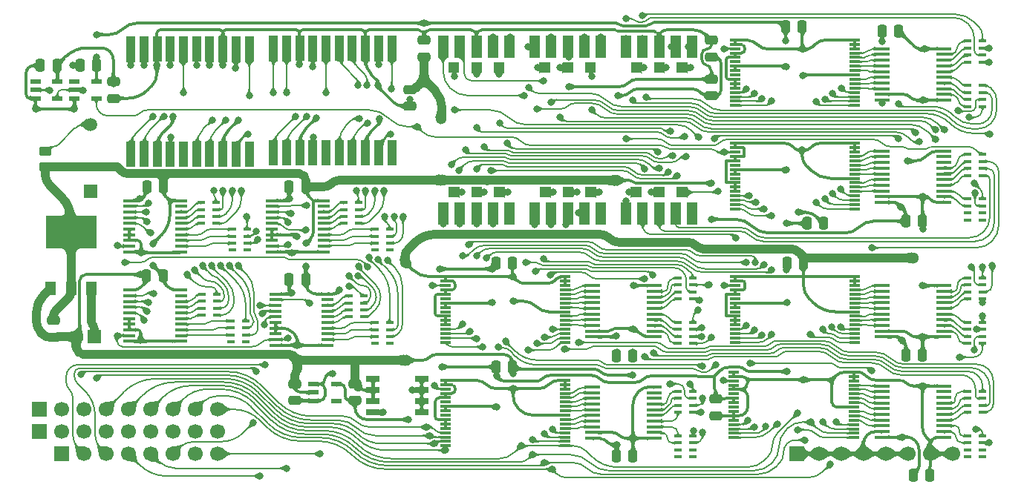
<source format=gtl>
%TF.GenerationSoftware,KiCad,Pcbnew,9.0.4*%
%TF.CreationDate,2025-10-01T11:47:28+02:00*%
%TF.ProjectId,W65C816 Opcode Display,57363543-3831-4362-904f-70636f646520,V1*%
%TF.SameCoordinates,Original*%
%TF.FileFunction,Copper,L1,Top*%
%TF.FilePolarity,Positive*%
%FSLAX46Y46*%
G04 Gerber Fmt 4.6, Leading zero omitted, Abs format (unit mm)*
G04 Created by KiCad (PCBNEW 9.0.4) date 2025-10-01 11:47:28*
%MOMM*%
%LPD*%
G01*
G04 APERTURE LIST*
G04 Aperture macros list*
%AMRoundRect*
0 Rectangle with rounded corners*
0 $1 Rounding radius*
0 $2 $3 $4 $5 $6 $7 $8 $9 X,Y pos of 4 corners*
0 Add a 4 corners polygon primitive as box body*
4,1,4,$2,$3,$4,$5,$6,$7,$8,$9,$2,$3,0*
0 Add four circle primitives for the rounded corners*
1,1,$1+$1,$2,$3*
1,1,$1+$1,$4,$5*
1,1,$1+$1,$6,$7*
1,1,$1+$1,$8,$9*
0 Add four rect primitives between the rounded corners*
20,1,$1+$1,$2,$3,$4,$5,0*
20,1,$1+$1,$4,$5,$6,$7,0*
20,1,$1+$1,$6,$7,$8,$9,0*
20,1,$1+$1,$8,$9,$2,$3,0*%
G04 Aperture macros list end*
%TA.AperFunction,ComponentPad*%
%ADD10C,1.700000*%
%TD*%
%TA.AperFunction,ComponentPad*%
%ADD11R,1.700000X1.700000*%
%TD*%
%TA.AperFunction,SMDPad,CuDef*%
%ADD12RoundRect,0.250000X0.250000X0.475000X-0.250000X0.475000X-0.250000X-0.475000X0.250000X-0.475000X0*%
%TD*%
%TA.AperFunction,SMDPad,CuDef*%
%ADD13R,1.250000X0.600000*%
%TD*%
%TA.AperFunction,SMDPad,CuDef*%
%ADD14R,1.800000X0.450000*%
%TD*%
%TA.AperFunction,SMDPad,CuDef*%
%ADD15RoundRect,0.250000X-0.250000X-0.475000X0.250000X-0.475000X0.250000X0.475000X-0.250000X0.475000X0*%
%TD*%
%TA.AperFunction,SMDPad,CuDef*%
%ADD16RoundRect,0.250000X0.475000X-0.250000X0.475000X0.250000X-0.475000X0.250000X-0.475000X-0.250000X0*%
%TD*%
%TA.AperFunction,SMDPad,CuDef*%
%ADD17R,1.200000X2.500000*%
%TD*%
%TA.AperFunction,SMDPad,CuDef*%
%ADD18R,1.300000X1.300000*%
%TD*%
%TA.AperFunction,SMDPad,CuDef*%
%ADD19R,1.500000X0.700000*%
%TD*%
%TA.AperFunction,SMDPad,CuDef*%
%ADD20R,0.900000X0.450000*%
%TD*%
%TA.AperFunction,SMDPad,CuDef*%
%ADD21R,1.475000X0.450000*%
%TD*%
%TA.AperFunction,SMDPad,CuDef*%
%ADD22R,1.300000X0.300000*%
%TD*%
%TA.AperFunction,ComponentPad*%
%ADD23C,1.509000*%
%TD*%
%TA.AperFunction,ComponentPad*%
%ADD24R,1.509000X1.509000*%
%TD*%
%TA.AperFunction,SMDPad,CuDef*%
%ADD25RoundRect,0.250000X-0.450000X0.262500X-0.450000X-0.262500X0.450000X-0.262500X0.450000X0.262500X0*%
%TD*%
%TA.AperFunction,SMDPad,CuDef*%
%ADD26R,1.000000X3.000000*%
%TD*%
%TA.AperFunction,SMDPad,CuDef*%
%ADD27RoundRect,0.250000X-0.475000X0.250000X-0.475000X-0.250000X0.475000X-0.250000X0.475000X0.250000X0*%
%TD*%
%TA.AperFunction,SMDPad,CuDef*%
%ADD28R,1.200000X1.500000*%
%TD*%
%TA.AperFunction,SMDPad,CuDef*%
%ADD29R,5.842000X3.810000*%
%TD*%
%TA.AperFunction,ComponentPad*%
%ADD30R,1.500000X1.500000*%
%TD*%
%TA.AperFunction,ComponentPad*%
%ADD31C,1.500000*%
%TD*%
%TA.AperFunction,SMDPad,CuDef*%
%ADD32R,1.150000X0.600000*%
%TD*%
%TA.AperFunction,ViaPad*%
%ADD33C,0.800000*%
%TD*%
%TA.AperFunction,ViaPad*%
%ADD34C,1.300000*%
%TD*%
%TA.AperFunction,Conductor*%
%ADD35C,0.380000*%
%TD*%
%TA.AperFunction,Conductor*%
%ADD36C,1.000000*%
%TD*%
%TA.AperFunction,Conductor*%
%ADD37C,0.300000*%
%TD*%
%TA.AperFunction,Conductor*%
%ADD38C,0.200000*%
%TD*%
G04 APERTURE END LIST*
D10*
%TO.P,J3,8,Pin_8*%
%TO.N,IC0*%
X20320000Y0D03*
%TO.P,J3,7,Pin_7*%
%TO.N,IC1*%
X17780000Y0D03*
%TO.P,J3,6,Pin_6*%
%TO.N,IC2*%
X15240000Y0D03*
%TO.P,J3,5,Pin_5*%
%TO.N,IC3*%
X12700000Y0D03*
%TO.P,J3,4,Pin_4*%
%TO.N,IC4*%
X10160000Y0D03*
%TO.P,J3,3,Pin_3*%
%TO.N,IC5*%
X7620000Y0D03*
%TO.P,J3,2,Pin_2*%
%TO.N,IC6*%
X5080000Y0D03*
D11*
%TO.P,J3,1,Pin_1*%
%TO.N,IC7*%
X2540000Y0D03*
%TD*%
%TO.P,J4,1,Pin_1*%
%TO.N,GND*%
X86360000Y0D03*
D10*
%TO.P,J4,2,Pin_2*%
X88900000Y0D03*
%TO.P,J4,3,Pin_3*%
X91440000Y0D03*
%TO.P,J4,4,Pin_4*%
X93980000Y0D03*
%TO.P,J4,5,Pin_5*%
X96520000Y0D03*
%TO.P,J4,6,Pin_6*%
X99060000Y0D03*
%TO.P,J4,7,Pin_7*%
X101600000Y0D03*
%TO.P,J4,8,Pin_8*%
X104140000Y0D03*
%TD*%
D12*
%TO.P,C22,2*%
%TO.N,GND*%
X4622000Y44346808D03*
%TO.P,C22,1*%
%TO.N,/3.3V*%
X6522000Y44346808D03*
%TD*%
%TO.P,C13,2*%
%TO.N,GND*%
X90493Y44346808D03*
%TO.P,C13,1*%
%TO.N,/5V*%
X1990493Y44346808D03*
%TD*%
D13*
%TO.P,IC3,5,3V*%
%TO.N,/3.3V*%
X6497493Y42502808D03*
%TO.P,IC3,4,Y*%
%TO.N,/LED Enable_{3V}*%
X6497493Y40602808D03*
%TO.P,IC3,3,GND*%
%TO.N,GND*%
X3997493Y40602808D03*
%TO.P,IC3,2,A*%
%TO.N,/LED Enable*%
X3997493Y41552808D03*
%TO.P,IC3,1,N.C.*%
%TO.N,unconnected-(IC3-N.C.-Pad1)*%
X3997493Y42502808D03*
%TD*%
%TO.P,IC1,5,3V*%
%TO.N,/5V*%
X2052493Y42502808D03*
%TO.P,IC1,4,Y*%
%TO.N,/LED Enable*%
X2052493Y40602808D03*
%TO.P,IC1,3,GND*%
%TO.N,GND*%
X-447507Y40602808D03*
%TO.P,IC1,2,A*%
%TO.N,/~{LED Enable}*%
X-447507Y41552808D03*
%TO.P,IC1,1,N.C.*%
%TO.N,unconnected-(IC1-N.C.-Pad1)*%
X-447507Y42502808D03*
%TD*%
D14*
%TO.P,IC9,20,5V*%
%TO.N,/5V*%
X96052493Y1901000D03*
%TO.P,IC9,19,~{OE}*%
%TO.N,GND*%
X96052493Y2551000D03*
%TO.P,IC9,18,B0*%
%TO.N,Net-(IC8-DQ0)*%
X96052493Y3201000D03*
%TO.P,IC9,17,B1*%
%TO.N,Net-(IC8-DQ1)*%
X96052493Y3851000D03*
%TO.P,IC9,16,B2*%
%TO.N,Net-(IC8-DQ2)*%
X96052493Y4501000D03*
%TO.P,IC9,15,B3*%
%TO.N,Net-(IC8-DQ3)*%
X96052493Y5151000D03*
%TO.P,IC9,14,B4*%
%TO.N,Net-(IC8-DQ4)*%
X96052493Y5801000D03*
%TO.P,IC9,13,B5*%
%TO.N,Net-(IC8-DQ5)*%
X96052493Y6451000D03*
%TO.P,IC9,12,B6*%
%TO.N,Net-(IC8-DQ6)*%
X96052493Y7101000D03*
%TO.P,IC9,11,B7*%
%TO.N,Net-(IC8-DQ7)*%
X96052493Y7751000D03*
%TO.P,IC9,10,GND*%
%TO.N,GND*%
X103152493Y7751000D03*
%TO.P,IC9,9,A7*%
%TO.N,unconnected-(IC9-A7-Pad9)*%
X103152493Y7101000D03*
%TO.P,IC9,8,A6*%
%TO.N,unconnected-(IC9-A6-Pad8)*%
X103152493Y6451000D03*
%TO.P,IC9,7,A5*%
%TO.N,/Middle Opcode/LED P-Seg*%
X103152493Y5801000D03*
%TO.P,IC9,6,A4*%
%TO.N,/Middle Opcode/LED N-Seg*%
X103152493Y5151000D03*
%TO.P,IC9,5,A3*%
%TO.N,/Middle Opcode/LED M-Seg*%
X103152493Y4501000D03*
%TO.P,IC9,4,A2*%
%TO.N,/Middle Opcode/LED L-Seg*%
X103152493Y3851000D03*
%TO.P,IC9,3,A1*%
%TO.N,/Middle Opcode/LED K-Seg*%
X103152493Y3201000D03*
%TO.P,IC9,2,A0*%
%TO.N,/Middle Opcode/LED J-Seg*%
X103152493Y2551000D03*
%TO.P,IC9,1,DIR*%
%TO.N,GND*%
X103152493Y1901000D03*
%TD*%
D15*
%TO.P,C11,1*%
%TO.N,/5V*%
X99650000Y-2413000D03*
%TO.P,C11,2*%
%TO.N,GND*%
X101550000Y-2413000D03*
%TD*%
D16*
%TO.P,C7,1*%
%TO.N,/3.3V*%
X35981493Y6074808D03*
%TO.P,C7,2*%
%TO.N,GND*%
X35981493Y7974808D03*
%TD*%
D17*
%TO.P,DS4,1,P-Seg*%
%TO.N,/Right Opcode/LED \u03A9 P-Seg*%
X66852493Y27480808D03*
%TO.P,DS4,2,N-Seg*%
%TO.N,/Right Opcode/LED \u03A9 N-Seg*%
X68752493Y27480808D03*
%TO.P,DS4,3,M-Seg*%
%TO.N,/Right Opcode/LED \u03A9 M-Seg*%
X70652493Y27480808D03*
%TO.P,DS4,4,L-Seg*%
%TO.N,/Right Opcode/LED \u03A9 L-Seg*%
X72552493Y27480808D03*
%TO.P,DS4,5,Dot*%
%TO.N,unconnected-(DS4-Dot-Pad5)*%
X74452493Y27480808D03*
D18*
%TO.P,DS4,6,C-Seg*%
%TO.N,/Right Opcode/LED \u03A9 C-Seg*%
X73252493Y29880808D03*
%TO.P,DS4,7,D-Seg*%
%TO.N,/Right Opcode/LED \u03A9 D-Seg*%
X70652493Y29880808D03*
%TO.P,DS4,8,E-Seg*%
%TO.N,/Right Opcode/LED \u03A9 E-Seg*%
X68052493Y29880808D03*
%TO.P,DS4,9,G-Seg*%
%TO.N,/Right Opcode/LED \u03A9 G-Seg*%
X68052493Y44080808D03*
%TO.P,DS4,10,A-Seg*%
%TO.N,/Right Opcode/LED \u03A9 A-Seg*%
X70652493Y44080808D03*
%TO.P,DS4,11,B-Seg*%
%TO.N,/Right Opcode/LED \u03A9 B-Seg*%
X73252493Y44080808D03*
D17*
%TO.P,DS4,12,K-Seg*%
%TO.N,/Right Opcode/LED \u03A9 K-Seg*%
X74452493Y46480808D03*
%TO.P,DS4,13,J-Seg*%
%TO.N,/Right Opcode/LED \u03A9 J-Seg*%
X72552493Y46480808D03*
%TO.P,DS4,14,Cathode*%
%TO.N,/Cathode*%
X70652493Y46480808D03*
%TO.P,DS4,15,H-Seg*%
%TO.N,/Right Opcode/LED \u03A9 H-Seg*%
X68752493Y46480808D03*
%TO.P,DS4,16,F-Seg*%
%TO.N,/Right Opcode/LED \u03A9 F-Seg*%
X66852493Y46480808D03*
%TD*%
D15*
%TO.P,C29,1*%
%TO.N,/5V*%
X65781493Y-254000D03*
%TO.P,C29,2*%
%TO.N,GND*%
X67681493Y-254000D03*
%TD*%
%TO.P,C16,1*%
%TO.N,/3.3V*%
X52065493Y9929808D03*
%TO.P,C16,2*%
%TO.N,GND*%
X53965493Y9929808D03*
%TD*%
D19*
%TO.P,IC18,1,Source*%
%TO.N,GND*%
X38032493Y8532808D03*
%TO.P,IC18,2,Source*%
X38032493Y7262808D03*
%TO.P,IC18,3,Source*%
X38032493Y5992808D03*
%TO.P,IC18,4,IN*%
%TO.N,/LED Enable*%
X38032493Y4722808D03*
%TO.P,IC18,5,Drain*%
%TO.N,/Cathode*%
X43582493Y4722808D03*
%TO.P,IC18,6,Drain*%
X43582493Y5992808D03*
%TO.P,IC18,7,Drain*%
X43582493Y7262808D03*
%TO.P,IC18,8,Drain*%
X43582493Y8532808D03*
%TD*%
D16*
%TO.P,C3,1*%
%TO.N,GND*%
X1564493Y13313808D03*
%TO.P,C3,2*%
%TO.N,/5V*%
X1564493Y15213808D03*
%TD*%
D20*
%TO.P,RN18,1,R1*%
%TO.N,/Right Opcode/LED \u03A9 E-Seg*%
X107531493Y44740808D03*
%TO.P,RN18,2,R2*%
%TO.N,/Right Opcode/LED \u03A9 F-Seg*%
X107531493Y45540808D03*
%TO.P,RN18,3,R3*%
%TO.N,/Right Opcode/LED \u03A9 G-Seg*%
X107531493Y46340808D03*
%TO.P,RN18,4,R4*%
%TO.N,/Right Opcode/LED \u03A9 H-Seg*%
X107531493Y47140808D03*
%TO.P,RN18,5,R4*%
%TO.N,/Right Opcode/LED H-Seg*%
X105831493Y47140808D03*
%TO.P,RN18,6,R3*%
%TO.N,/Right Opcode/LED G-Seg*%
X105831493Y46340808D03*
%TO.P,RN18,7,R2*%
%TO.N,/Right Opcode/LED F-Seg*%
X105831493Y45540808D03*
%TO.P,RN18,8,R1*%
%TO.N,/Right Opcode/LED E-Seg*%
X105831493Y44740808D03*
%TD*%
%TO.P,RN2,1,R1*%
%TO.N,/Middle Opcode/LED \u03A9 E-Seg*%
X107531493Y17689808D03*
%TO.P,RN2,2,R2*%
%TO.N,/Middle Opcode/LED \u03A9 F-Seg*%
X107531493Y18489808D03*
%TO.P,RN2,3,R3*%
%TO.N,/Middle Opcode/LED \u03A9 G-Seg*%
X107531493Y19289808D03*
%TO.P,RN2,4,R4*%
%TO.N,/Middle Opcode/LED \u03A9 H-Seg*%
X107531493Y20089808D03*
%TO.P,RN2,5,R4*%
%TO.N,/Middle Opcode/LED H-Seg*%
X105831493Y20089808D03*
%TO.P,RN2,6,R3*%
%TO.N,/Middle Opcode/LED G-Seg*%
X105831493Y19289808D03*
%TO.P,RN2,7,R2*%
%TO.N,/Middle Opcode/LED F-Seg*%
X105831493Y18489808D03*
%TO.P,RN2,8,R1*%
%TO.N,/Middle Opcode/LED E-Seg*%
X105831493Y17689808D03*
%TD*%
%TO.P,RN5,1,R1*%
%TO.N,/Left Opcode/LED \u03A9 A-Seg*%
X74511493Y12609808D03*
%TO.P,RN5,2,R2*%
%TO.N,/Left Opcode/LED \u03A9 B-Seg*%
X74511493Y13409808D03*
%TO.P,RN5,3,R3*%
%TO.N,/Left Opcode/LED \u03A9 C-Seg*%
X74511493Y14209808D03*
%TO.P,RN5,4,R4*%
%TO.N,/Left Opcode/LED \u03A9 D-Seg*%
X74511493Y15009808D03*
%TO.P,RN5,5,R4*%
%TO.N,/Left Opcode/LED D-Seg*%
X72811493Y15009808D03*
%TO.P,RN5,6,R3*%
%TO.N,/Left Opcode/LED C-Seg*%
X72811493Y14209808D03*
%TO.P,RN5,7,R2*%
%TO.N,/Left Opcode/LED B-Seg*%
X72811493Y13409808D03*
%TO.P,RN5,8,R1*%
%TO.N,/Left Opcode/LED A-Seg*%
X72811493Y12609808D03*
%TD*%
D15*
%TO.P,C28,1*%
%TO.N,/3.3V*%
X87498493Y26312808D03*
%TO.P,C28,2*%
%TO.N,GND*%
X89398493Y26312808D03*
%TD*%
D20*
%TO.P,RN12,1,R1*%
%TO.N,unconnected-(RN12-R1-Pad1)*%
X23496493Y12774608D03*
%TO.P,RN12,2,R2*%
%TO.N,/High Count Display/Left \u03A9 Digit 0 A segment*%
X23496493Y13574608D03*
%TO.P,RN12,3,R3*%
%TO.N,/High Count Display/Left \u03A9 Digit 0 B segment*%
X23496493Y14374608D03*
%TO.P,RN12,4,R4*%
%TO.N,/High Count Display/Left \u03A9 Digit 0 C segment*%
X23496493Y15174608D03*
%TO.P,RN12,5,R4*%
%TO.N,/High Count Display/Left Digit 0 C segment*%
X21796493Y15174608D03*
%TO.P,RN12,6,R3*%
%TO.N,/High Count Display/Left Digit 0 B segment*%
X21796493Y14374608D03*
%TO.P,RN12,7,R2*%
%TO.N,/High Count Display/Left Digit 0 A segment*%
X21796493Y13574608D03*
%TO.P,RN12,8,R1*%
%TO.N,unconnected-(RN12-R1-Pad8)*%
X21796493Y12774608D03*
%TD*%
%TO.P,RN8,1,R1*%
%TO.N,unconnected-(RN8-R1-Pad1)*%
X39950993Y12582108D03*
%TO.P,RN8,2,R2*%
%TO.N,/Low Count Display/Left \u03A9 Digit 0 A segment*%
X39950993Y13382108D03*
%TO.P,RN8,3,R3*%
%TO.N,/Low Count Display/Left \u03A9 Digit 0 B segment*%
X39950993Y14182108D03*
%TO.P,RN8,4,R4*%
%TO.N,/Low Count Display/Left \u03A9 Digit 0 C segment*%
X39950993Y14982108D03*
%TO.P,RN8,5,R4*%
%TO.N,/Low Count Display/Left Digit 0 C segment*%
X38250993Y14982108D03*
%TO.P,RN8,6,R3*%
%TO.N,/Low Count Display/Left Digit 0 B segment*%
X38250993Y14182108D03*
%TO.P,RN8,7,R2*%
%TO.N,/Low Count Display/Left Digit 0 A segment*%
X38250993Y13382108D03*
%TO.P,RN8,8,R1*%
%TO.N,unconnected-(RN8-R1-Pad8)*%
X38250993Y12582108D03*
%TD*%
D21*
%TO.P,IC15,1,CLK/IN*%
%TO.N,GND*%
X10254993Y18696808D03*
%TO.P,IC15,2,IN1*%
%TO.N,IC12*%
X10254993Y18046808D03*
%TO.P,IC15,3,IN2*%
%TO.N,IC13*%
X10254993Y17396808D03*
%TO.P,IC15,4,IN3/PD*%
%TO.N,IC14*%
X10254993Y16746808D03*
%TO.P,IC15,5,IN4*%
%TO.N,IC15*%
X10254993Y16096808D03*
%TO.P,IC15,6,IN5*%
%TO.N,GND*%
X10254993Y15446808D03*
%TO.P,IC15,7,IN6*%
X10254993Y14796808D03*
%TO.P,IC15,8,IN7*%
X10254993Y14146808D03*
%TO.P,IC15,9,IN8*%
%TO.N,/~{LED Enable}*%
X10254993Y13496808D03*
%TO.P,IC15,10,GND*%
%TO.N,GND*%
X10254993Y12846808D03*
%TO.P,IC15,11,IN9/~{OE}*%
X16130993Y12846808D03*
%TO.P,IC15,12,I/O0*%
%TO.N,/High Count Display/Left Digit 0 A segment*%
X16130993Y13496808D03*
%TO.P,IC15,13,I/O1*%
%TO.N,/High Count Display/Left Digit 0 B segment*%
X16130993Y14146808D03*
%TO.P,IC15,14,I/O2*%
%TO.N,/High Count Display/Left Digit 0 C segment*%
X16130993Y14796808D03*
%TO.P,IC15,15,I/O3*%
%TO.N,/High Count Display/Left Digit 0 D segment*%
X16130993Y15446808D03*
%TO.P,IC15,16,I/O4*%
%TO.N,/High Count Display/Left Digit 0 E segment*%
X16130993Y16096808D03*
%TO.P,IC15,17,I/O5*%
%TO.N,/High Count Display/Left Digit 0 F segment*%
X16130993Y16746808D03*
%TO.P,IC15,18,I/O6*%
%TO.N,/High Count Display/Left Digit 0 G segment*%
X16130993Y17396808D03*
%TO.P,IC15,19,I/O7*%
%TO.N,unconnected-(IC15-I{slash}O7-Pad19)*%
X16130993Y18046808D03*
%TO.P,IC15,20,5V*%
%TO.N,/5V*%
X16130993Y18696808D03*
%TD*%
D20*
%TO.P,RN16,1,R1*%
%TO.N,unconnected-(RN16-R1-Pad1)*%
X74511493Y-344192D03*
%TO.P,RN16,2,R2*%
%TO.N,unconnected-(RN16-R2-Pad2)*%
X74511493Y455808D03*
%TO.P,RN16,3,R3*%
%TO.N,/Left Opcode/LED \u03A9 J-Seg*%
X74511493Y1255808D03*
%TO.P,RN16,4,R4*%
%TO.N,/Left Opcode/LED \u03A9 K-Seg*%
X74511493Y2055808D03*
%TO.P,RN16,5,R4*%
%TO.N,/Left Opcode/LED K-Seg*%
X72811493Y2055808D03*
%TO.P,RN16,6,R3*%
%TO.N,/Left Opcode/LED J-Seg*%
X72811493Y1255808D03*
%TO.P,RN16,7,R2*%
%TO.N,unconnected-(RN16-R2-Pad7)*%
X72811493Y455808D03*
%TO.P,RN16,8,R1*%
%TO.N,unconnected-(RN16-R1-Pad8)*%
X72811493Y-344192D03*
%TD*%
D15*
%TO.P,C17,1*%
%TO.N,/5V*%
X98801493Y26566808D03*
%TO.P,C17,2*%
%TO.N,GND*%
X100701493Y26566808D03*
%TD*%
D20*
%TO.P,RN14,1,R1*%
%TO.N,/High Count Display/Left \u03A9 Digit 0 D segment*%
X20194493Y15822608D03*
%TO.P,RN14,2,R2*%
%TO.N,/High Count Display/Left \u03A9 Digit 0 E segment*%
X20194493Y16622608D03*
%TO.P,RN14,3,R3*%
%TO.N,/High Count Display/Left \u03A9 Digit 0 F segment*%
X20194493Y17422608D03*
%TO.P,RN14,4,R4*%
%TO.N,/High Count Display/Left \u03A9 Digit 0 G segment*%
X20194493Y18222608D03*
%TO.P,RN14,5,R4*%
%TO.N,/High Count Display/Left Digit 0 G segment*%
X18494493Y18222608D03*
%TO.P,RN14,6,R3*%
%TO.N,/High Count Display/Left Digit 0 F segment*%
X18494493Y17422608D03*
%TO.P,RN14,7,R2*%
%TO.N,/High Count Display/Left Digit 0 E segment*%
X18494493Y16622608D03*
%TO.P,RN14,8,R1*%
%TO.N,/High Count Display/Left Digit 0 D segment*%
X18494493Y15822608D03*
%TD*%
D22*
%TO.P,IC23,1,A11*%
%TO.N,GND*%
X46268493Y8405808D03*
%TO.P,IC23,2,A9*%
X46268493Y7905808D03*
%TO.P,IC23,3,A8*%
%TO.N,/LED Enable_{3V}*%
X46268493Y7405808D03*
%TO.P,IC23,4,A13*%
%TO.N,GND*%
X46268493Y6905808D03*
%TO.P,IC23,5,A14*%
X46268493Y6405808D03*
%TO.P,IC23,6,N.C.*%
%TO.N,unconnected-(IC23-N.C.-Pad6)*%
X46268493Y5905808D03*
%TO.P,IC23,7,~{WE}*%
%TO.N,/3.3V*%
X46268493Y5405808D03*
%TO.P,IC23,8,3V*%
X46268493Y4905808D03*
%TO.P,IC23,9,N.C.*%
%TO.N,unconnected-(IC23-N.C.-Pad9)*%
X46268493Y4405808D03*
%TO.P,IC23,10,A16*%
%TO.N,GND*%
X46268493Y3905808D03*
%TO.P,IC23,11,A15*%
X46268493Y3405808D03*
%TO.P,IC23,12,A12*%
X46268493Y2905808D03*
%TO.P,IC23,13,A7*%
%TO.N,OP7*%
X46268493Y2405808D03*
%TO.P,IC23,14,A6*%
%TO.N,OP6*%
X46268493Y1905808D03*
%TO.P,IC23,15,A5*%
%TO.N,OP5*%
X46268493Y1405808D03*
%TO.P,IC23,16,A4*%
%TO.N,OP4*%
X46268493Y905808D03*
%TO.P,IC23,17,A3*%
%TO.N,OP3*%
X59968493Y905808D03*
%TO.P,IC23,18,A2*%
%TO.N,OP2*%
X59968493Y1405808D03*
%TO.P,IC23,19,A1*%
%TO.N,OP1*%
X59968493Y1905808D03*
%TO.P,IC23,20,A0*%
%TO.N,OP0*%
X59968493Y2405808D03*
%TO.P,IC23,21,DQ0*%
%TO.N,Net-(IC23-DQ0)*%
X59968493Y2905808D03*
%TO.P,IC23,22,DQ1*%
%TO.N,Net-(IC23-DQ1)*%
X59968493Y3405808D03*
%TO.P,IC23,23,DQ2*%
%TO.N,Net-(IC23-DQ2)*%
X59968493Y3905808D03*
%TO.P,IC23,24,GND*%
%TO.N,GND*%
X59968493Y4405808D03*
%TO.P,IC23,25,DQ3*%
%TO.N,Net-(IC23-DQ3)*%
X59968493Y4905808D03*
%TO.P,IC23,26,DQ4*%
%TO.N,Net-(IC23-DQ4)*%
X59968493Y5405808D03*
%TO.P,IC23,27,DQ5*%
%TO.N,Net-(IC23-DQ5)*%
X59968493Y5905808D03*
%TO.P,IC23,28,DQ6*%
%TO.N,Net-(IC23-DQ6)*%
X59968493Y6405808D03*
%TO.P,IC23,29,DQ7*%
%TO.N,Net-(IC23-DQ7)*%
X59968493Y6905808D03*
%TO.P,IC23,30,~{CE}*%
%TO.N,GND*%
X59968493Y7405808D03*
%TO.P,IC23,31,A10*%
X59968493Y7905808D03*
%TO.P,IC23,32,~{OE}*%
X59968493Y8405808D03*
%TD*%
D20*
%TO.P,RN1,1,R1*%
%TO.N,/Middle Opcode/LED \u03A9 A-Seg*%
X107531493Y12609808D03*
%TO.P,RN1,2,R2*%
%TO.N,/Middle Opcode/LED \u03A9 B-Seg*%
X107531493Y13409808D03*
%TO.P,RN1,3,R3*%
%TO.N,/Middle Opcode/LED \u03A9 C-Seg*%
X107531493Y14209808D03*
%TO.P,RN1,4,R4*%
%TO.N,/Middle Opcode/LED \u03A9 D-Seg*%
X107531493Y15009808D03*
%TO.P,RN1,5,R4*%
%TO.N,/Middle Opcode/LED D-Seg*%
X105831493Y15009808D03*
%TO.P,RN1,6,R3*%
%TO.N,/Middle Opcode/LED C-Seg*%
X105831493Y14209808D03*
%TO.P,RN1,7,R2*%
%TO.N,/Middle Opcode/LED B-Seg*%
X105831493Y13409808D03*
%TO.P,RN1,8,R1*%
%TO.N,/Middle Opcode/LED A-Seg*%
X105831493Y12609808D03*
%TD*%
D21*
%TO.P,IC6,1,CLK/IN*%
%TO.N,GND*%
X26510993Y28918308D03*
%TO.P,IC6,2,IN1*%
%TO.N,IC0*%
X26510993Y28268308D03*
%TO.P,IC6,3,IN2*%
%TO.N,IC1*%
X26510993Y27618308D03*
%TO.P,IC6,4,IN3/PD*%
%TO.N,IC2*%
X26510993Y26968308D03*
%TO.P,IC6,5,IN4*%
%TO.N,IC3*%
X26510993Y26318308D03*
%TO.P,IC6,6,IN5*%
%TO.N,GND*%
X26510993Y25668308D03*
%TO.P,IC6,7,IN6*%
X26510993Y25018308D03*
%TO.P,IC6,8,IN7*%
X26510993Y24368308D03*
%TO.P,IC6,9,IN8*%
%TO.N,/~{LED Enable}*%
X26510993Y23718308D03*
%TO.P,IC6,10,GND*%
%TO.N,GND*%
X26510993Y23068308D03*
%TO.P,IC6,11,IN9/~{OE}*%
X32386993Y23068308D03*
%TO.P,IC6,12,I/O0*%
%TO.N,/Low Count Display/Right Digit 0 A segment*%
X32386993Y23718308D03*
%TO.P,IC6,13,I/O1*%
%TO.N,/Low Count Display/Right Digit 0 B segment*%
X32386993Y24368308D03*
%TO.P,IC6,14,I/O2*%
%TO.N,/Low Count Display/Right Digit 0 C segment*%
X32386993Y25018308D03*
%TO.P,IC6,15,I/O3*%
%TO.N,/Low Count Display/Right Digit 0 D segment*%
X32386993Y25668308D03*
%TO.P,IC6,16,I/O4*%
%TO.N,/Low Count Display/Right Digit 0 E segment*%
X32386993Y26318308D03*
%TO.P,IC6,17,I/O5*%
%TO.N,/Low Count Display/Right Digit 0 F segment*%
X32386993Y26968308D03*
%TO.P,IC6,18,I/O6*%
%TO.N,/Low Count Display/Right Digit 0 G segment*%
X32386993Y27618308D03*
%TO.P,IC6,19,I/O7*%
%TO.N,unconnected-(IC6-I{slash}O7-Pad19)*%
X32386993Y28268308D03*
%TO.P,IC6,20,5V*%
%TO.N,/5V*%
X32386993Y28918308D03*
%TD*%
%TO.P,IC14,1,CLK/IN*%
%TO.N,GND*%
X26947493Y18250308D03*
%TO.P,IC14,2,IN1*%
%TO.N,IC4*%
X26947493Y17600308D03*
%TO.P,IC14,3,IN2*%
%TO.N,IC5*%
X26947493Y16950308D03*
%TO.P,IC14,4,IN3/PD*%
%TO.N,IC6*%
X26947493Y16300308D03*
%TO.P,IC14,5,IN4*%
%TO.N,IC7*%
X26947493Y15650308D03*
%TO.P,IC14,6,IN5*%
%TO.N,GND*%
X26947493Y15000308D03*
%TO.P,IC14,7,IN6*%
X26947493Y14350308D03*
%TO.P,IC14,8,IN7*%
X26947493Y13700308D03*
%TO.P,IC14,9,IN8*%
%TO.N,/~{LED Enable}*%
X26947493Y13050308D03*
%TO.P,IC14,10,GND*%
%TO.N,GND*%
X26947493Y12400308D03*
%TO.P,IC14,11,IN9/~{OE}*%
X32823493Y12400308D03*
%TO.P,IC14,12,I/O0*%
%TO.N,/Low Count Display/Left Digit 0 A segment*%
X32823493Y13050308D03*
%TO.P,IC14,13,I/O1*%
%TO.N,/Low Count Display/Left Digit 0 B segment*%
X32823493Y13700308D03*
%TO.P,IC14,14,I/O2*%
%TO.N,/Low Count Display/Left Digit 0 C segment*%
X32823493Y14350308D03*
%TO.P,IC14,15,I/O3*%
%TO.N,/Low Count Display/Left Digit 0 D segment*%
X32823493Y15000308D03*
%TO.P,IC14,16,I/O4*%
%TO.N,/Low Count Display/Left Digit 0 E segment*%
X32823493Y15650308D03*
%TO.P,IC14,17,I/O5*%
%TO.N,/Low Count Display/Left Digit 0 F segment*%
X32823493Y16300308D03*
%TO.P,IC14,18,I/O6*%
%TO.N,/Low Count Display/Left Digit 0 G segment*%
X32823493Y16950308D03*
%TO.P,IC14,19,I/O7*%
%TO.N,unconnected-(IC14-I{slash}O7-Pad19)*%
X32823493Y17600308D03*
%TO.P,IC14,20,5V*%
%TO.N,/5V*%
X32823493Y18250308D03*
%TD*%
D15*
%TO.P,C27,1*%
%TO.N,/5V*%
X65781493Y11199808D03*
%TO.P,C27,2*%
%TO.N,GND*%
X67681493Y11199808D03*
%TD*%
D16*
%TO.P,C8,1*%
%TO.N,/5V*%
X76621493Y45317808D03*
%TO.P,C8,2*%
%TO.N,/Cathode*%
X76621493Y47217808D03*
%TD*%
D15*
%TO.P,C18,1*%
%TO.N,/5V*%
X96094000Y48260000D03*
%TO.P,C18,2*%
%TO.N,GND*%
X97994000Y48260000D03*
%TD*%
D23*
%TO.P,S2,2,NO*%
%TO.N,/~{LED Enable}*%
X5842000Y37615808D03*
D24*
%TO.P,S2,1,COM*%
%TO.N,GND*%
X5842000Y29995808D03*
%TD*%
D25*
%TO.P,R6,1*%
%TO.N,/~{LED Enable}*%
X645000Y34567500D03*
%TO.P,R6,2*%
%TO.N,/5V*%
X645000Y32742500D03*
%TD*%
D16*
%TO.P,C4,1*%
%TO.N,/5V*%
X76621493Y40872808D03*
%TO.P,C4,2*%
%TO.N,/Cathode*%
X76621493Y42772808D03*
%TD*%
D20*
%TO.P,RN3,1,R1*%
%TO.N,/Middle Opcode/LED \u03A9 L-Seg*%
X107531493Y4735808D03*
%TO.P,RN3,2,R2*%
%TO.N,/Middle Opcode/LED \u03A9 M-Seg*%
X107531493Y5535808D03*
%TO.P,RN3,3,R3*%
%TO.N,/Middle Opcode/LED \u03A9 N-Seg*%
X107531493Y6335808D03*
%TO.P,RN3,4,R4*%
%TO.N,/Middle Opcode/LED \u03A9 P-Seg*%
X107531493Y7135808D03*
%TO.P,RN3,5,R4*%
%TO.N,/Middle Opcode/LED P-Seg*%
X105831493Y7135808D03*
%TO.P,RN3,6,R3*%
%TO.N,/Middle Opcode/LED N-Seg*%
X105831493Y6335808D03*
%TO.P,RN3,7,R2*%
%TO.N,/Middle Opcode/LED M-Seg*%
X105831493Y5535808D03*
%TO.P,RN3,8,R1*%
%TO.N,/Middle Opcode/LED L-Seg*%
X105831493Y4735808D03*
%TD*%
D22*
%TO.P,IC21,1,A11*%
%TO.N,GND*%
X46268493Y20216808D03*
%TO.P,IC21,2,A9*%
X46268493Y19716808D03*
%TO.P,IC21,3,A8*%
%TO.N,/LED Enable_{3V}*%
X46268493Y19216808D03*
%TO.P,IC21,4,A13*%
%TO.N,GND*%
X46268493Y18716808D03*
%TO.P,IC21,5,A14*%
X46268493Y18216808D03*
%TO.P,IC21,6,N.C.*%
%TO.N,unconnected-(IC21-N.C.-Pad6)*%
X46268493Y17716808D03*
%TO.P,IC21,7,~{WE}*%
%TO.N,/3.3V*%
X46268493Y17216808D03*
%TO.P,IC21,8,3V*%
X46268493Y16716808D03*
%TO.P,IC21,9,N.C.*%
%TO.N,unconnected-(IC21-N.C.-Pad9)*%
X46268493Y16216808D03*
%TO.P,IC21,10,A16*%
%TO.N,GND*%
X46268493Y15716808D03*
%TO.P,IC21,11,A15*%
X46268493Y15216808D03*
%TO.P,IC21,12,A12*%
X46268493Y14716808D03*
%TO.P,IC21,13,A7*%
%TO.N,OP7*%
X46268493Y14216808D03*
%TO.P,IC21,14,A6*%
%TO.N,OP6*%
X46268493Y13716808D03*
%TO.P,IC21,15,A5*%
%TO.N,OP5*%
X46268493Y13216808D03*
%TO.P,IC21,16,A4*%
%TO.N,OP4*%
X46268493Y12716808D03*
%TO.P,IC21,17,A3*%
%TO.N,OP3*%
X59968493Y12716808D03*
%TO.P,IC21,18,A2*%
%TO.N,OP2*%
X59968493Y13216808D03*
%TO.P,IC21,19,A1*%
%TO.N,OP1*%
X59968493Y13716808D03*
%TO.P,IC21,20,A0*%
%TO.N,OP0*%
X59968493Y14216808D03*
%TO.P,IC21,21,DQ0*%
%TO.N,Net-(IC21-DQ0)*%
X59968493Y14716808D03*
%TO.P,IC21,22,DQ1*%
%TO.N,Net-(IC21-DQ1)*%
X59968493Y15216808D03*
%TO.P,IC21,23,DQ2*%
%TO.N,Net-(IC21-DQ2)*%
X59968493Y15716808D03*
%TO.P,IC21,24,GND*%
%TO.N,GND*%
X59968493Y16216808D03*
%TO.P,IC21,25,DQ3*%
%TO.N,Net-(IC21-DQ3)*%
X59968493Y16716808D03*
%TO.P,IC21,26,DQ4*%
%TO.N,Net-(IC21-DQ4)*%
X59968493Y17216808D03*
%TO.P,IC21,27,DQ5*%
%TO.N,Net-(IC21-DQ5)*%
X59968493Y17716808D03*
%TO.P,IC21,28,DQ6*%
%TO.N,Net-(IC21-DQ6)*%
X59968493Y18216808D03*
%TO.P,IC21,29,DQ7*%
%TO.N,Net-(IC21-DQ7)*%
X59968493Y18716808D03*
%TO.P,IC21,30,~{CE}*%
%TO.N,GND*%
X59968493Y19216808D03*
%TO.P,IC21,31,A10*%
X59968493Y19716808D03*
%TO.P,IC21,32,~{OE}*%
X59968493Y20216808D03*
%TD*%
D26*
%TO.P,DS2,1,E-Seg_{(Left)}*%
%TO.N,/Low Count Display/Left \u03A9 Digit 0 E segment*%
X26672493Y34340308D03*
%TO.P,DS2,2,D-Seg_{(Left)}*%
%TO.N,/Low Count Display/Left \u03A9 Digit 0 D segment*%
X28172493Y34340308D03*
%TO.P,DS2,3,Cathode_{(Left)}*%
%TO.N,/Cathode*%
X29672493Y34340308D03*
%TO.P,DS2,4,C-Seg_{(Left)}*%
%TO.N,/Low Count Display/Left \u03A9 Digit 0 C segment*%
X31172493Y34340308D03*
%TO.P,DS2,5,Dot_{(Left)}*%
%TO.N,unconnected-(DS2-Dot_{(Left)}-Pad5)*%
X32672493Y34340308D03*
%TO.P,DS2,6,E-Seg_{(Right)}*%
%TO.N,/Low Count Display/Right \u03A9 Digit 0 E segment*%
X34172493Y34340308D03*
%TO.P,DS2,7,D-Seg_{(Right)}*%
%TO.N,/Low Count Display/Right \u03A9 Digit 0 D segment*%
X35672493Y34340308D03*
%TO.P,DS2,8,Cathode_{(Right)}*%
%TO.N,/Cathode*%
X37172493Y34340308D03*
%TO.P,DS2,9,C-Seg_{(Right)}*%
%TO.N,/Low Count Display/Right \u03A9 Digit 0 C segment*%
X38672493Y34340308D03*
%TO.P,DS2,10,Dot_{(Right)}*%
%TO.N,unconnected-(DS2-Dot_{(Right)}-Pad10)*%
X40172493Y34340308D03*
%TO.P,DS2,11,B-Seg_{(Right)}*%
%TO.N,/Low Count Display/Right \u03A9 Digit 0 B segment*%
X40172493Y46340308D03*
%TO.P,DS2,12,A-Seg_{(Right)}*%
%TO.N,/Low Count Display/Right \u03A9 Digit 0 A segment*%
X38672493Y46340308D03*
%TO.P,DS2,13,Cathode_{(Right)}*%
%TO.N,/Cathode*%
X37172493Y46340308D03*
%TO.P,DS2,14,F-Seg_{(Right)}*%
%TO.N,/Low Count Display/Right \u03A9 Digit 0 F segment*%
X35672493Y46340308D03*
%TO.P,DS2,15,G-Seg_{(Right)}*%
%TO.N,/Low Count Display/Right \u03A9 Digit 0 G segment*%
X34172493Y46340308D03*
%TO.P,DS2,16,B-Seg_{(Left)}*%
%TO.N,/Low Count Display/Left \u03A9 Digit 0 B segment*%
X32672493Y46340308D03*
%TO.P,DS2,17,A-Seg_{(Left)}*%
%TO.N,/Low Count Display/Left \u03A9 Digit 0 A segment*%
X31172493Y46340308D03*
%TO.P,DS2,18,Cathode_{(Left)}*%
%TO.N,/Cathode*%
X29672493Y46340308D03*
%TO.P,DS2,19,F-Seg_{(Left)}*%
%TO.N,/Low Count Display/Left \u03A9 Digit 0 F segment*%
X28172493Y46340308D03*
%TO.P,DS2,20,G-Seg_{(Left)}*%
%TO.N,/Low Count Display/Left \u03A9 Digit 0 G segment*%
X26672493Y46340308D03*
%TD*%
D15*
%TO.P,C26,1*%
%TO.N,/3.3V*%
X85085493Y48791808D03*
%TO.P,C26,2*%
%TO.N,GND*%
X86985493Y48791808D03*
%TD*%
D16*
%TO.P,C5,1*%
%TO.N,/5V*%
X43855493Y45317808D03*
%TO.P,C5,2*%
%TO.N,/Cathode*%
X43855493Y47217808D03*
%TD*%
D27*
%TO.P,C9,1*%
%TO.N,/5V*%
X8422493Y42486808D03*
%TO.P,C9,2*%
%TO.N,/Cathode*%
X8422493Y40586808D03*
%TD*%
D15*
%TO.P,C21,1*%
%TO.N,/5V*%
X98801493Y11303000D03*
%TO.P,C21,2*%
%TO.N,GND*%
X100701493Y11303000D03*
%TD*%
%TO.P,C10,1*%
%TO.N,/3.3V*%
X85212493Y21740808D03*
%TO.P,C10,2*%
%TO.N,GND*%
X87112493Y21740808D03*
%TD*%
D16*
%TO.P,C6,1*%
%TO.N,/5V*%
X29123493Y6074808D03*
%TO.P,C6,2*%
%TO.N,GND*%
X29123493Y7974808D03*
%TD*%
D20*
%TO.P,RN11,1,R1*%
%TO.N,/Low Count Display/Right \u03A9 Digit 0 D segment*%
X36394993Y26298108D03*
%TO.P,RN11,2,R2*%
%TO.N,/Low Count Display/Right \u03A9 Digit 0 E segment*%
X36394993Y27098108D03*
%TO.P,RN11,3,R3*%
%TO.N,/Low Count Display/Right \u03A9 Digit 0 F segment*%
X36394993Y27898108D03*
%TO.P,RN11,4,R4*%
%TO.N,/Low Count Display/Right \u03A9 Digit 0 G segment*%
X36394993Y28698108D03*
%TO.P,RN11,5,R4*%
%TO.N,/Low Count Display/Right Digit 0 G segment*%
X34694993Y28698108D03*
%TO.P,RN11,6,R3*%
%TO.N,/Low Count Display/Right Digit 0 F segment*%
X34694993Y27898108D03*
%TO.P,RN11,7,R2*%
%TO.N,/Low Count Display/Right Digit 0 E segment*%
X34694993Y27098108D03*
%TO.P,RN11,8,R1*%
%TO.N,/Low Count Display/Right Digit 0 D segment*%
X34694993Y26298108D03*
%TD*%
%TO.P,RN20,1,R1*%
%TO.N,unconnected-(RN20-R1-Pad1)*%
X107531493Y26706808D03*
%TO.P,RN20,2,R2*%
%TO.N,unconnected-(RN20-R2-Pad2)*%
X107531493Y27506808D03*
%TO.P,RN20,3,R3*%
%TO.N,/Right Opcode/LED \u03A9 J-Seg*%
X107531493Y28306808D03*
%TO.P,RN20,4,R4*%
%TO.N,/Right Opcode/LED \u03A9 K-Seg*%
X107531493Y29106808D03*
%TO.P,RN20,5,R4*%
%TO.N,/Right Opcode/LED K-Seg*%
X105831493Y29106808D03*
%TO.P,RN20,6,R3*%
%TO.N,/Right Opcode/LED J-Seg*%
X105831493Y28306808D03*
%TO.P,RN20,7,R2*%
%TO.N,unconnected-(RN20-R2-Pad7)*%
X105831493Y27506808D03*
%TO.P,RN20,8,R1*%
%TO.N,unconnected-(RN20-R1-Pad8)*%
X105831493Y26706808D03*
%TD*%
D15*
%TO.P,C20,1*%
%TO.N,/3.3V*%
X52065493Y21740808D03*
%TO.P,C20,2*%
%TO.N,GND*%
X53965493Y21740808D03*
%TD*%
D14*
%TO.P,IC16,1,DIR*%
%TO.N,GND*%
X103152493Y28717808D03*
%TO.P,IC16,2,A0*%
%TO.N,/Right Opcode/LED J-Seg*%
X103152493Y29367808D03*
%TO.P,IC16,3,A1*%
%TO.N,/Right Opcode/LED K-Seg*%
X103152493Y30017808D03*
%TO.P,IC16,4,A2*%
%TO.N,/Right Opcode/LED L-Seg*%
X103152493Y30667808D03*
%TO.P,IC16,5,A3*%
%TO.N,/Right Opcode/LED M-Seg*%
X103152493Y31317808D03*
%TO.P,IC16,6,A4*%
%TO.N,/Right Opcode/LED N-Seg*%
X103152493Y31967808D03*
%TO.P,IC16,7,A5*%
%TO.N,/Right Opcode/LED P-Seg*%
X103152493Y32617808D03*
%TO.P,IC16,8,A6*%
%TO.N,unconnected-(IC16-A6-Pad8)*%
X103152493Y33267808D03*
%TO.P,IC16,9,A7*%
%TO.N,unconnected-(IC16-A7-Pad9)*%
X103152493Y33917808D03*
%TO.P,IC16,10,GND*%
%TO.N,GND*%
X103152493Y34567808D03*
%TO.P,IC16,11,B7*%
%TO.N,Net-(IC13-DQ7)*%
X96052493Y34567808D03*
%TO.P,IC16,12,B6*%
%TO.N,Net-(IC13-DQ6)*%
X96052493Y33917808D03*
%TO.P,IC16,13,B5*%
%TO.N,Net-(IC13-DQ5)*%
X96052493Y33267808D03*
%TO.P,IC16,14,B4*%
%TO.N,Net-(IC13-DQ4)*%
X96052493Y32617808D03*
%TO.P,IC16,15,B3*%
%TO.N,Net-(IC13-DQ3)*%
X96052493Y31967808D03*
%TO.P,IC16,16,B2*%
%TO.N,Net-(IC13-DQ2)*%
X96052493Y31317808D03*
%TO.P,IC16,17,B1*%
%TO.N,Net-(IC13-DQ1)*%
X96052493Y30667808D03*
%TO.P,IC16,18,B0*%
%TO.N,Net-(IC13-DQ0)*%
X96052493Y30017808D03*
%TO.P,IC16,19,~{OE}*%
%TO.N,GND*%
X96052493Y29367808D03*
%TO.P,IC16,20,5V*%
%TO.N,/5V*%
X96052493Y28717808D03*
%TD*%
D17*
%TO.P,DS1,1,P-Seg*%
%TO.N,/Middle Opcode/LED \u03A9 P-Seg*%
X56438493Y27480808D03*
%TO.P,DS1,2,N-Seg*%
%TO.N,/Middle Opcode/LED \u03A9 N-Seg*%
X58338493Y27480808D03*
%TO.P,DS1,3,M-Seg*%
%TO.N,/Middle Opcode/LED \u03A9 M-Seg*%
X60238493Y27480808D03*
%TO.P,DS1,4,L-Seg*%
%TO.N,/Middle Opcode/LED \u03A9 L-Seg*%
X62138493Y27480808D03*
%TO.P,DS1,5,Dot*%
%TO.N,unconnected-(DS1-Dot-Pad5)*%
X64038493Y27480808D03*
D18*
%TO.P,DS1,6,C-Seg*%
%TO.N,/Middle Opcode/LED \u03A9 C-Seg*%
X62838493Y29880808D03*
%TO.P,DS1,7,D-Seg*%
%TO.N,/Middle Opcode/LED \u03A9 D-Seg*%
X60238493Y29880808D03*
%TO.P,DS1,8,E-Seg*%
%TO.N,/Middle Opcode/LED \u03A9 E-Seg*%
X57638493Y29880808D03*
%TO.P,DS1,9,G-Seg*%
%TO.N,/Middle Opcode/LED \u03A9 G-Seg*%
X57638493Y44080808D03*
%TO.P,DS1,10,A-Seg*%
%TO.N,/Middle Opcode/LED \u03A9 A-Seg*%
X60238493Y44080808D03*
%TO.P,DS1,11,B-Seg*%
%TO.N,/Middle Opcode/LED \u03A9 B-Seg*%
X62838493Y44080808D03*
D17*
%TO.P,DS1,12,K-Seg*%
%TO.N,/Middle Opcode/LED \u03A9 K-Seg*%
X64038493Y46480808D03*
%TO.P,DS1,13,J-Seg*%
%TO.N,/Middle Opcode/LED \u03A9 J-Seg*%
X62138493Y46480808D03*
%TO.P,DS1,14,Cathode*%
%TO.N,/Cathode*%
X60238493Y46480808D03*
%TO.P,DS1,15,H-Seg*%
%TO.N,/Middle Opcode/LED \u03A9 H-Seg*%
X58338493Y46480808D03*
%TO.P,DS1,16,F-Seg*%
%TO.N,/Middle Opcode/LED \u03A9 F-Seg*%
X56438493Y46480808D03*
%TD*%
D22*
%TO.P,IC4,1,A11*%
%TO.N,GND*%
X79288493Y20216808D03*
%TO.P,IC4,2,A9*%
X79288493Y19716808D03*
%TO.P,IC4,3,A8*%
%TO.N,/LED Enable_{3V}*%
X79288493Y19216808D03*
%TO.P,IC4,4,A13*%
%TO.N,GND*%
X79288493Y18716808D03*
%TO.P,IC4,5,A14*%
X79288493Y18216808D03*
%TO.P,IC4,6,N.C.*%
%TO.N,unconnected-(IC4-N.C.-Pad6)*%
X79288493Y17716808D03*
%TO.P,IC4,7,~{WE}*%
%TO.N,/3.3V*%
X79288493Y17216808D03*
%TO.P,IC4,8,3V*%
X79288493Y16716808D03*
%TO.P,IC4,9,N.C.*%
%TO.N,unconnected-(IC4-N.C.-Pad9)*%
X79288493Y16216808D03*
%TO.P,IC4,10,A16*%
%TO.N,GND*%
X79288493Y15716808D03*
%TO.P,IC4,11,A15*%
X79288493Y15216808D03*
%TO.P,IC4,12,A12*%
X79288493Y14716808D03*
%TO.P,IC4,13,A7*%
%TO.N,OP7*%
X79288493Y14216808D03*
%TO.P,IC4,14,A6*%
%TO.N,OP6*%
X79288493Y13716808D03*
%TO.P,IC4,15,A5*%
%TO.N,OP5*%
X79288493Y13216808D03*
%TO.P,IC4,16,A4*%
%TO.N,OP4*%
X79288493Y12716808D03*
%TO.P,IC4,17,A3*%
%TO.N,OP3*%
X92988493Y12716808D03*
%TO.P,IC4,18,A2*%
%TO.N,OP2*%
X92988493Y13216808D03*
%TO.P,IC4,19,A1*%
%TO.N,OP1*%
X92988493Y13716808D03*
%TO.P,IC4,20,A0*%
%TO.N,OP0*%
X92988493Y14216808D03*
%TO.P,IC4,21,DQ0*%
%TO.N,Net-(IC4-DQ0)*%
X92988493Y14716808D03*
%TO.P,IC4,22,DQ1*%
%TO.N,Net-(IC4-DQ1)*%
X92988493Y15216808D03*
%TO.P,IC4,23,DQ2*%
%TO.N,Net-(IC4-DQ2)*%
X92988493Y15716808D03*
%TO.P,IC4,24,GND*%
%TO.N,GND*%
X92988493Y16216808D03*
%TO.P,IC4,25,DQ3*%
%TO.N,Net-(IC4-DQ3)*%
X92988493Y16716808D03*
%TO.P,IC4,26,DQ4*%
%TO.N,Net-(IC4-DQ4)*%
X92988493Y17216808D03*
%TO.P,IC4,27,DQ5*%
%TO.N,Net-(IC4-DQ5)*%
X92988493Y17716808D03*
%TO.P,IC4,28,DQ6*%
%TO.N,Net-(IC4-DQ6)*%
X92988493Y18216808D03*
%TO.P,IC4,29,DQ7*%
%TO.N,Net-(IC4-DQ7)*%
X92988493Y18716808D03*
%TO.P,IC4,30,~{CE}*%
%TO.N,GND*%
X92988493Y19216808D03*
%TO.P,IC4,31,A10*%
X92988493Y19716808D03*
%TO.P,IC4,32,~{OE}*%
X92988493Y20216808D03*
%TD*%
D20*
%TO.P,RN19,1,R1*%
%TO.N,/Right Opcode/LED \u03A9 L-Seg*%
X107531493Y31786808D03*
%TO.P,RN19,2,R2*%
%TO.N,/Right Opcode/LED \u03A9 M-Seg*%
X107531493Y32586808D03*
%TO.P,RN19,3,R3*%
%TO.N,/Right Opcode/LED \u03A9 N-Seg*%
X107531493Y33386808D03*
%TO.P,RN19,4,R4*%
%TO.N,/Right Opcode/LED \u03A9 P-Seg*%
X107531493Y34186808D03*
%TO.P,RN19,5,R4*%
%TO.N,/Right Opcode/LED P-Seg*%
X105831493Y34186808D03*
%TO.P,RN19,6,R3*%
%TO.N,/Right Opcode/LED N-Seg*%
X105831493Y33386808D03*
%TO.P,RN19,7,R2*%
%TO.N,/Right Opcode/LED M-Seg*%
X105831493Y32586808D03*
%TO.P,RN19,8,R1*%
%TO.N,/Right Opcode/LED L-Seg*%
X105831493Y31786808D03*
%TD*%
D12*
%TO.P,C2,1*%
%TO.N,/5V*%
X30382993Y19897308D03*
%TO.P,C2,2*%
%TO.N,GND*%
X28482993Y19897308D03*
%TD*%
D20*
%TO.P,RN17,1,R1*%
%TO.N,/Right Opcode/LED \u03A9 A-Seg*%
X107531493Y39660808D03*
%TO.P,RN17,2,R2*%
%TO.N,/Right Opcode/LED \u03A9 B-Seg*%
X107531493Y40460808D03*
%TO.P,RN17,3,R3*%
%TO.N,/Right Opcode/LED \u03A9 C-Seg*%
X107531493Y41260808D03*
%TO.P,RN17,4,R4*%
%TO.N,/Right Opcode/LED \u03A9 D-Seg*%
X107531493Y42060808D03*
%TO.P,RN17,5,R4*%
%TO.N,/Right Opcode/LED D-Seg*%
X105831493Y42060808D03*
%TO.P,RN17,6,R3*%
%TO.N,/Right Opcode/LED C-Seg*%
X105831493Y41260808D03*
%TO.P,RN17,7,R2*%
%TO.N,/Right Opcode/LED B-Seg*%
X105831493Y40460808D03*
%TO.P,RN17,8,R1*%
%TO.N,/Right Opcode/LED A-Seg*%
X105831493Y39660808D03*
%TD*%
D27*
%TO.P,C12,1*%
%TO.N,/3.3V*%
X77089000Y6268000D03*
%TO.P,C12,2*%
%TO.N,GND*%
X77089000Y4368000D03*
%TD*%
D12*
%TO.P,C14,1*%
%TO.N,/5V*%
X14132493Y30503808D03*
%TO.P,C14,2*%
%TO.N,GND*%
X12232493Y30503808D03*
%TD*%
D28*
%TO.P,IC2,1,GND*%
%TO.N,GND*%
X1296493Y18921808D03*
%TO.P,IC2,2,5.0VOut*%
%TO.N,/5V*%
X3596493Y18921808D03*
%TO.P,IC2,3,15VIn*%
%TO.N,12V*%
X5896493Y18921808D03*
D29*
%TO.P,IC2,4,5.0VOut*%
%TO.N,/5V*%
X3596493Y25296808D03*
%TD*%
D12*
%TO.P,C15,1*%
%TO.N,/5V*%
X30382993Y30503808D03*
%TO.P,C15,2*%
%TO.N,GND*%
X28482993Y30503808D03*
%TD*%
D21*
%TO.P,IC7,1,CLK/IN*%
%TO.N,GND*%
X10254993Y28918308D03*
%TO.P,IC7,2,IN1*%
%TO.N,IC8*%
X10254993Y28268308D03*
%TO.P,IC7,3,IN2*%
%TO.N,IC9*%
X10254993Y27618308D03*
%TO.P,IC7,4,IN3/PD*%
%TO.N,IC10*%
X10254993Y26968308D03*
%TO.P,IC7,5,IN4*%
%TO.N,IC11*%
X10254993Y26318308D03*
%TO.P,IC7,6,IN5*%
%TO.N,GND*%
X10254993Y25668308D03*
%TO.P,IC7,7,IN6*%
X10254993Y25018308D03*
%TO.P,IC7,8,IN7*%
X10254993Y24368308D03*
%TO.P,IC7,9,IN8*%
%TO.N,/~{LED Enable}*%
X10254993Y23718308D03*
%TO.P,IC7,10,GND*%
%TO.N,GND*%
X10254993Y23068308D03*
%TO.P,IC7,11,IN9/~{OE}*%
X16130993Y23068308D03*
%TO.P,IC7,12,I/O0*%
%TO.N,/High Count Display/Right Digit 0 A segment*%
X16130993Y23718308D03*
%TO.P,IC7,13,I/O1*%
%TO.N,/High Count Display/Right Digit 0 B segment*%
X16130993Y24368308D03*
%TO.P,IC7,14,I/O2*%
%TO.N,/High Count Display/Right Digit 0 C segment*%
X16130993Y25018308D03*
%TO.P,IC7,15,I/O3*%
%TO.N,/High Count Display/Right Digit 0 D segment*%
X16130993Y25668308D03*
%TO.P,IC7,16,I/O4*%
%TO.N,/High Count Display/Right Digit 0 E segment*%
X16130993Y26318308D03*
%TO.P,IC7,17,I/O5*%
%TO.N,/High Count Display/Right Digit 0 F segment*%
X16130993Y26968308D03*
%TO.P,IC7,18,I/O6*%
%TO.N,/High Count Display/Right Digit 0 G segment*%
X16130993Y27618308D03*
%TO.P,IC7,19,I/O7*%
%TO.N,unconnected-(IC7-I{slash}O7-Pad19)*%
X16130993Y28268308D03*
%TO.P,IC7,20,5V*%
%TO.N,/5V*%
X16130993Y28918308D03*
%TD*%
D20*
%TO.P,RN7,1,R1*%
%TO.N,/Left Opcode/LED \u03A9 L-Seg*%
X74511493Y4735808D03*
%TO.P,RN7,2,R2*%
%TO.N,/Left Opcode/LED \u03A9 M-Seg*%
X74511493Y5535808D03*
%TO.P,RN7,3,R3*%
%TO.N,/Left Opcode/LED \u03A9 N-Seg*%
X74511493Y6335808D03*
%TO.P,RN7,4,R4*%
%TO.N,/Left Opcode/LED \u03A9 P-Seg*%
X74511493Y7135808D03*
%TO.P,RN7,5,R4*%
%TO.N,/Left Opcode/LED P-Seg*%
X72811493Y7135808D03*
%TO.P,RN7,6,R3*%
%TO.N,/Left Opcode/LED N-Seg*%
X72811493Y6335808D03*
%TO.P,RN7,7,R2*%
%TO.N,/Left Opcode/LED M-Seg*%
X72811493Y5535808D03*
%TO.P,RN7,8,R1*%
%TO.N,/Left Opcode/LED L-Seg*%
X72811493Y4735808D03*
%TD*%
%TO.P,RN6,1,R1*%
%TO.N,/Left Opcode/LED \u03A9 E-Seg*%
X74511493Y17689808D03*
%TO.P,RN6,2,R2*%
%TO.N,/Left Opcode/LED \u03A9 F-Seg*%
X74511493Y18489808D03*
%TO.P,RN6,3,R3*%
%TO.N,/Left Opcode/LED \u03A9 G-Seg*%
X74511493Y19289808D03*
%TO.P,RN6,4,R4*%
%TO.N,/Left Opcode/LED \u03A9 H-Seg*%
X74511493Y20089808D03*
%TO.P,RN6,5,R4*%
%TO.N,/Left Opcode/LED H-Seg*%
X72811493Y20089808D03*
%TO.P,RN6,6,R3*%
%TO.N,/Left Opcode/LED G-Seg*%
X72811493Y19289808D03*
%TO.P,RN6,7,R2*%
%TO.N,/Left Opcode/LED F-Seg*%
X72811493Y18489808D03*
%TO.P,RN6,8,R1*%
%TO.N,/Left Opcode/LED E-Seg*%
X72811493Y17689808D03*
%TD*%
D14*
%TO.P,IC12,1,DIR*%
%TO.N,GND*%
X103152493Y40401808D03*
%TO.P,IC12,2,A0*%
%TO.N,/Right Opcode/LED A-Seg*%
X103152493Y41051808D03*
%TO.P,IC12,3,A1*%
%TO.N,/Right Opcode/LED B-Seg*%
X103152493Y41701808D03*
%TO.P,IC12,4,A2*%
%TO.N,/Right Opcode/LED C-Seg*%
X103152493Y42351808D03*
%TO.P,IC12,5,A3*%
%TO.N,/Right Opcode/LED D-Seg*%
X103152493Y43001808D03*
%TO.P,IC12,6,A4*%
%TO.N,/Right Opcode/LED E-Seg*%
X103152493Y43651808D03*
%TO.P,IC12,7,A5*%
%TO.N,/Right Opcode/LED F-Seg*%
X103152493Y44301808D03*
%TO.P,IC12,8,A6*%
%TO.N,/Right Opcode/LED G-Seg*%
X103152493Y44951808D03*
%TO.P,IC12,9,A7*%
%TO.N,/Right Opcode/LED H-Seg*%
X103152493Y45601808D03*
%TO.P,IC12,10,GND*%
%TO.N,GND*%
X103152493Y46251808D03*
%TO.P,IC12,11,B7*%
%TO.N,Net-(IC11-DQ7)*%
X96052493Y46251808D03*
%TO.P,IC12,12,B6*%
%TO.N,Net-(IC11-DQ6)*%
X96052493Y45601808D03*
%TO.P,IC12,13,B5*%
%TO.N,Net-(IC11-DQ5)*%
X96052493Y44951808D03*
%TO.P,IC12,14,B4*%
%TO.N,Net-(IC11-DQ4)*%
X96052493Y44301808D03*
%TO.P,IC12,15,B3*%
%TO.N,Net-(IC11-DQ3)*%
X96052493Y43651808D03*
%TO.P,IC12,16,B2*%
%TO.N,Net-(IC11-DQ2)*%
X96052493Y43001808D03*
%TO.P,IC12,17,B1*%
%TO.N,Net-(IC11-DQ1)*%
X96052493Y42351808D03*
%TO.P,IC12,18,B0*%
%TO.N,Net-(IC11-DQ0)*%
X96052493Y41701808D03*
%TO.P,IC12,19,~{OE}*%
%TO.N,GND*%
X96052493Y41051808D03*
%TO.P,IC12,20,5V*%
%TO.N,/5V*%
X96052493Y40401808D03*
%TD*%
D22*
%TO.P,IC13,1,A11*%
%TO.N,GND*%
X79288493Y35456808D03*
%TO.P,IC13,2,A9*%
X79288493Y34956808D03*
%TO.P,IC13,3,A8*%
%TO.N,/LED Enable_{3V}*%
X79288493Y34456808D03*
%TO.P,IC13,4,A13*%
%TO.N,GND*%
X79288493Y33956808D03*
%TO.P,IC13,5,A14*%
X79288493Y33456808D03*
%TO.P,IC13,6,N.C.*%
%TO.N,unconnected-(IC13-N.C.-Pad6)*%
X79288493Y32956808D03*
%TO.P,IC13,7,~{WE}*%
%TO.N,/3.3V*%
X79288493Y32456808D03*
%TO.P,IC13,8,3V*%
X79288493Y31956808D03*
%TO.P,IC13,9,N.C.*%
%TO.N,unconnected-(IC13-N.C.-Pad9)*%
X79288493Y31456808D03*
%TO.P,IC13,10,A16*%
%TO.N,GND*%
X79288493Y30956808D03*
%TO.P,IC13,11,A15*%
X79288493Y30456808D03*
%TO.P,IC13,12,A12*%
X79288493Y29956808D03*
%TO.P,IC13,13,A7*%
%TO.N,OP7*%
X79288493Y29456808D03*
%TO.P,IC13,14,A6*%
%TO.N,OP6*%
X79288493Y28956808D03*
%TO.P,IC13,15,A5*%
%TO.N,OP5*%
X79288493Y28456808D03*
%TO.P,IC13,16,A4*%
%TO.N,OP4*%
X79288493Y27956808D03*
%TO.P,IC13,17,A3*%
%TO.N,OP3*%
X92988493Y27956808D03*
%TO.P,IC13,18,A2*%
%TO.N,OP2*%
X92988493Y28456808D03*
%TO.P,IC13,19,A1*%
%TO.N,OP1*%
X92988493Y28956808D03*
%TO.P,IC13,20,A0*%
%TO.N,OP0*%
X92988493Y29456808D03*
%TO.P,IC13,21,DQ0*%
%TO.N,Net-(IC13-DQ0)*%
X92988493Y29956808D03*
%TO.P,IC13,22,DQ1*%
%TO.N,Net-(IC13-DQ1)*%
X92988493Y30456808D03*
%TO.P,IC13,23,DQ2*%
%TO.N,Net-(IC13-DQ2)*%
X92988493Y30956808D03*
%TO.P,IC13,24,GND*%
%TO.N,GND*%
X92988493Y31456808D03*
%TO.P,IC13,25,DQ3*%
%TO.N,Net-(IC13-DQ3)*%
X92988493Y31956808D03*
%TO.P,IC13,26,DQ4*%
%TO.N,Net-(IC13-DQ4)*%
X92988493Y32456808D03*
%TO.P,IC13,27,DQ5*%
%TO.N,Net-(IC13-DQ5)*%
X92988493Y32956808D03*
%TO.P,IC13,28,DQ6*%
%TO.N,Net-(IC13-DQ6)*%
X92988493Y33456808D03*
%TO.P,IC13,29,DQ7*%
%TO.N,Net-(IC13-DQ7)*%
X92988493Y33956808D03*
%TO.P,IC13,30,~{CE}*%
%TO.N,GND*%
X92988493Y34456808D03*
%TO.P,IC13,31,A10*%
X92988493Y34956808D03*
%TO.P,IC13,32,~{OE}*%
X92988493Y35456808D03*
%TD*%
D30*
%TO.P,C1,1*%
%TO.N,12V*%
X6263493Y13358808D03*
D31*
%TO.P,C1,2*%
%TO.N,GND*%
X4263493Y13358808D03*
%TD*%
D22*
%TO.P,IC8,32,~{OE}*%
%TO.N,GND*%
X92861493Y9338000D03*
%TO.P,IC8,31,A10*%
X92861493Y8838000D03*
%TO.P,IC8,30,~{CE}*%
X92861493Y8338000D03*
%TO.P,IC8,29,DQ7*%
%TO.N,Net-(IC8-DQ7)*%
X92861493Y7838000D03*
%TO.P,IC8,28,DQ6*%
%TO.N,Net-(IC8-DQ6)*%
X92861493Y7338000D03*
%TO.P,IC8,27,DQ5*%
%TO.N,Net-(IC8-DQ5)*%
X92861493Y6838000D03*
%TO.P,IC8,26,DQ4*%
%TO.N,Net-(IC8-DQ4)*%
X92861493Y6338000D03*
%TO.P,IC8,25,DQ3*%
%TO.N,Net-(IC8-DQ3)*%
X92861493Y5838000D03*
%TO.P,IC8,24,GND*%
%TO.N,GND*%
X92861493Y5338000D03*
%TO.P,IC8,23,DQ2*%
%TO.N,Net-(IC8-DQ2)*%
X92861493Y4838000D03*
%TO.P,IC8,22,DQ1*%
%TO.N,Net-(IC8-DQ1)*%
X92861493Y4338000D03*
%TO.P,IC8,21,DQ0*%
%TO.N,Net-(IC8-DQ0)*%
X92861493Y3838000D03*
%TO.P,IC8,20,A0*%
%TO.N,OP0*%
X92861493Y3338000D03*
%TO.P,IC8,19,A1*%
%TO.N,OP1*%
X92861493Y2838000D03*
%TO.P,IC8,18,A2*%
%TO.N,OP2*%
X92861493Y2338000D03*
%TO.P,IC8,17,A3*%
%TO.N,OP3*%
X92861493Y1838000D03*
%TO.P,IC8,16,A4*%
%TO.N,OP4*%
X79161493Y1838000D03*
%TO.P,IC8,15,A5*%
%TO.N,OP5*%
X79161493Y2338000D03*
%TO.P,IC8,14,A6*%
%TO.N,OP6*%
X79161493Y2838000D03*
%TO.P,IC8,13,A7*%
%TO.N,OP7*%
X79161493Y3338000D03*
%TO.P,IC8,12,A12*%
%TO.N,GND*%
X79161493Y3838000D03*
%TO.P,IC8,11,A15*%
X79161493Y4338000D03*
%TO.P,IC8,10,A16*%
X79161493Y4838000D03*
%TO.P,IC8,9,N.C.*%
%TO.N,unconnected-(IC8-N.C.-Pad9)*%
X79161493Y5338000D03*
%TO.P,IC8,8,3V*%
%TO.N,/3.3V*%
X79161493Y5838000D03*
%TO.P,IC8,7,~{WE}*%
X79161493Y6338000D03*
%TO.P,IC8,6,N.C.*%
%TO.N,unconnected-(IC8-N.C.-Pad6)*%
X79161493Y6838000D03*
%TO.P,IC8,5,A14*%
%TO.N,GND*%
X79161493Y7338000D03*
%TO.P,IC8,4,A13*%
X79161493Y7838000D03*
%TO.P,IC8,3,A8*%
%TO.N,/LED Enable_{3V}*%
X79161493Y8338000D03*
%TO.P,IC8,2,A9*%
%TO.N,GND*%
X79161493Y8838000D03*
%TO.P,IC8,1,A11*%
X79161493Y9338000D03*
%TD*%
D20*
%TO.P,RN4,1,R1*%
%TO.N,unconnected-(RN4-R1-Pad1)*%
X107531493Y-344192D03*
%TO.P,RN4,2,R2*%
%TO.N,unconnected-(RN4-R2-Pad2)*%
X107531493Y455808D03*
%TO.P,RN4,3,R3*%
%TO.N,/Middle Opcode/LED \u03A9 J-Seg*%
X107531493Y1255808D03*
%TO.P,RN4,4,R4*%
%TO.N,/Middle Opcode/LED \u03A9 K-Seg*%
X107531493Y2055808D03*
%TO.P,RN4,5,R4*%
%TO.N,/Middle Opcode/LED K-Seg*%
X105831493Y2055808D03*
%TO.P,RN4,6,R3*%
%TO.N,/Middle Opcode/LED J-Seg*%
X105831493Y1255808D03*
%TO.P,RN4,7,R2*%
%TO.N,unconnected-(RN4-R2-Pad7)*%
X105831493Y455808D03*
%TO.P,RN4,8,R1*%
%TO.N,unconnected-(RN4-R1-Pad8)*%
X105831493Y-344192D03*
%TD*%
D14*
%TO.P,IC22,1,DIR*%
%TO.N,GND*%
X70132493Y13350808D03*
%TO.P,IC22,2,A0*%
%TO.N,/Left Opcode/LED A-Seg*%
X70132493Y14000808D03*
%TO.P,IC22,3,A1*%
%TO.N,/Left Opcode/LED B-Seg*%
X70132493Y14650808D03*
%TO.P,IC22,4,A2*%
%TO.N,/Left Opcode/LED C-Seg*%
X70132493Y15300808D03*
%TO.P,IC22,5,A3*%
%TO.N,/Left Opcode/LED D-Seg*%
X70132493Y15950808D03*
%TO.P,IC22,6,A4*%
%TO.N,/Left Opcode/LED E-Seg*%
X70132493Y16600808D03*
%TO.P,IC22,7,A5*%
%TO.N,/Left Opcode/LED F-Seg*%
X70132493Y17250808D03*
%TO.P,IC22,8,A6*%
%TO.N,/Left Opcode/LED G-Seg*%
X70132493Y17900808D03*
%TO.P,IC22,9,A7*%
%TO.N,/Left Opcode/LED H-Seg*%
X70132493Y18550808D03*
%TO.P,IC22,10,GND*%
%TO.N,GND*%
X70132493Y19200808D03*
%TO.P,IC22,11,B7*%
%TO.N,Net-(IC21-DQ7)*%
X63032493Y19200808D03*
%TO.P,IC22,12,B6*%
%TO.N,Net-(IC21-DQ6)*%
X63032493Y18550808D03*
%TO.P,IC22,13,B5*%
%TO.N,Net-(IC21-DQ5)*%
X63032493Y17900808D03*
%TO.P,IC22,14,B4*%
%TO.N,Net-(IC21-DQ4)*%
X63032493Y17250808D03*
%TO.P,IC22,15,B3*%
%TO.N,Net-(IC21-DQ3)*%
X63032493Y16600808D03*
%TO.P,IC22,16,B2*%
%TO.N,Net-(IC21-DQ2)*%
X63032493Y15950808D03*
%TO.P,IC22,17,B1*%
%TO.N,Net-(IC21-DQ1)*%
X63032493Y15300808D03*
%TO.P,IC22,18,B0*%
%TO.N,Net-(IC21-DQ0)*%
X63032493Y14650808D03*
%TO.P,IC22,19,~{OE}*%
%TO.N,GND*%
X63032493Y14000808D03*
%TO.P,IC22,20,5V*%
%TO.N,/5V*%
X63032493Y13350808D03*
%TD*%
%TO.P,IC24,1,DIR*%
%TO.N,GND*%
X70132493Y1774000D03*
%TO.P,IC24,2,A0*%
%TO.N,/Left Opcode/LED J-Seg*%
X70132493Y2424000D03*
%TO.P,IC24,3,A1*%
%TO.N,/Left Opcode/LED K-Seg*%
X70132493Y3074000D03*
%TO.P,IC24,4,A2*%
%TO.N,/Left Opcode/LED L-Seg*%
X70132493Y3724000D03*
%TO.P,IC24,5,A3*%
%TO.N,/Left Opcode/LED M-Seg*%
X70132493Y4374000D03*
%TO.P,IC24,6,A4*%
%TO.N,/Left Opcode/LED N-Seg*%
X70132493Y5024000D03*
%TO.P,IC24,7,A5*%
%TO.N,/Left Opcode/LED P-Seg*%
X70132493Y5674000D03*
%TO.P,IC24,8,A6*%
%TO.N,unconnected-(IC24-A6-Pad8)*%
X70132493Y6324000D03*
%TO.P,IC24,9,A7*%
%TO.N,unconnected-(IC24-A7-Pad9)*%
X70132493Y6974000D03*
%TO.P,IC24,10,GND*%
%TO.N,GND*%
X70132493Y7624000D03*
%TO.P,IC24,11,B7*%
%TO.N,Net-(IC23-DQ7)*%
X63032493Y7624000D03*
%TO.P,IC24,12,B6*%
%TO.N,Net-(IC23-DQ6)*%
X63032493Y6974000D03*
%TO.P,IC24,13,B5*%
%TO.N,Net-(IC23-DQ5)*%
X63032493Y6324000D03*
%TO.P,IC24,14,B4*%
%TO.N,Net-(IC23-DQ4)*%
X63032493Y5674000D03*
%TO.P,IC24,15,B3*%
%TO.N,Net-(IC23-DQ3)*%
X63032493Y5024000D03*
%TO.P,IC24,16,B2*%
%TO.N,Net-(IC23-DQ2)*%
X63032493Y4374000D03*
%TO.P,IC24,17,B1*%
%TO.N,Net-(IC23-DQ1)*%
X63032493Y3724000D03*
%TO.P,IC24,18,B0*%
%TO.N,Net-(IC23-DQ0)*%
X63032493Y3074000D03*
%TO.P,IC24,19,~{OE}*%
%TO.N,GND*%
X63032493Y2424000D03*
%TO.P,IC24,20,5V*%
%TO.N,/5V*%
X63032493Y1774000D03*
%TD*%
D17*
%TO.P,DS6,1,P-Seg*%
%TO.N,/Left Opcode/LED \u03A9 P-Seg*%
X46024493Y27480808D03*
%TO.P,DS6,2,N-Seg*%
%TO.N,/Left Opcode/LED \u03A9 N-Seg*%
X47924493Y27480808D03*
%TO.P,DS6,3,M-Seg*%
%TO.N,/Left Opcode/LED \u03A9 M-Seg*%
X49824493Y27480808D03*
%TO.P,DS6,4,L-Seg*%
%TO.N,/Left Opcode/LED \u03A9 L-Seg*%
X51724493Y27480808D03*
%TO.P,DS6,5,Dot*%
%TO.N,unconnected-(DS6-Dot-Pad5)*%
X53624493Y27480808D03*
D18*
%TO.P,DS6,6,C-Seg*%
%TO.N,/Left Opcode/LED \u03A9 C-Seg*%
X52424493Y29880808D03*
%TO.P,DS6,7,D-Seg*%
%TO.N,/Left Opcode/LED \u03A9 D-Seg*%
X49824493Y29880808D03*
%TO.P,DS6,8,E-Seg*%
%TO.N,/Left Opcode/LED \u03A9 E-Seg*%
X47224493Y29880808D03*
%TO.P,DS6,9,G-Seg*%
%TO.N,/Left Opcode/LED \u03A9 G-Seg*%
X47224493Y44080808D03*
%TO.P,DS6,10,A-Seg*%
%TO.N,/Left Opcode/LED \u03A9 A-Seg*%
X49824493Y44080808D03*
%TO.P,DS6,11,B-Seg*%
%TO.N,/Left Opcode/LED \u03A9 B-Seg*%
X52424493Y44080808D03*
D17*
%TO.P,DS6,12,K-Seg*%
%TO.N,/Left Opcode/LED \u03A9 K-Seg*%
X53624493Y46480808D03*
%TO.P,DS6,13,J-Seg*%
%TO.N,/Left Opcode/LED \u03A9 J-Seg*%
X51724493Y46480808D03*
%TO.P,DS6,14,Cathode*%
%TO.N,/Cathode*%
X49824493Y46480808D03*
%TO.P,DS6,15,H-Seg*%
%TO.N,/Left Opcode/LED \u03A9 H-Seg*%
X47924493Y46480808D03*
%TO.P,DS6,16,F-Seg*%
%TO.N,/Left Opcode/LED \u03A9 F-Seg*%
X46024493Y46480808D03*
%TD*%
D22*
%TO.P,IC11,1,A11*%
%TO.N,GND*%
X79288493Y47267808D03*
%TO.P,IC11,2,A9*%
X79288493Y46767808D03*
%TO.P,IC11,3,A8*%
%TO.N,/LED Enable_{3V}*%
X79288493Y46267808D03*
%TO.P,IC11,4,A13*%
%TO.N,GND*%
X79288493Y45767808D03*
%TO.P,IC11,5,A14*%
X79288493Y45267808D03*
%TO.P,IC11,6,N.C.*%
%TO.N,unconnected-(IC11-N.C.-Pad6)*%
X79288493Y44767808D03*
%TO.P,IC11,7,~{WE}*%
%TO.N,/3.3V*%
X79288493Y44267808D03*
%TO.P,IC11,8,3V*%
X79288493Y43767808D03*
%TO.P,IC11,9,N.C.*%
%TO.N,unconnected-(IC11-N.C.-Pad9)*%
X79288493Y43267808D03*
%TO.P,IC11,10,A16*%
%TO.N,GND*%
X79288493Y42767808D03*
%TO.P,IC11,11,A15*%
X79288493Y42267808D03*
%TO.P,IC11,12,A12*%
X79288493Y41767808D03*
%TO.P,IC11,13,A7*%
%TO.N,OP7*%
X79288493Y41267808D03*
%TO.P,IC11,14,A6*%
%TO.N,OP6*%
X79288493Y40767808D03*
%TO.P,IC11,15,A5*%
%TO.N,OP5*%
X79288493Y40267808D03*
%TO.P,IC11,16,A4*%
%TO.N,OP4*%
X79288493Y39767808D03*
%TO.P,IC11,17,A3*%
%TO.N,OP3*%
X92988493Y39767808D03*
%TO.P,IC11,18,A2*%
%TO.N,OP2*%
X92988493Y40267808D03*
%TO.P,IC11,19,A1*%
%TO.N,OP1*%
X92988493Y40767808D03*
%TO.P,IC11,20,A0*%
%TO.N,OP0*%
X92988493Y41267808D03*
%TO.P,IC11,21,DQ0*%
%TO.N,Net-(IC11-DQ0)*%
X92988493Y41767808D03*
%TO.P,IC11,22,DQ1*%
%TO.N,Net-(IC11-DQ1)*%
X92988493Y42267808D03*
%TO.P,IC11,23,DQ2*%
%TO.N,Net-(IC11-DQ2)*%
X92988493Y42767808D03*
%TO.P,IC11,24,GND*%
%TO.N,GND*%
X92988493Y43267808D03*
%TO.P,IC11,25,DQ3*%
%TO.N,Net-(IC11-DQ3)*%
X92988493Y43767808D03*
%TO.P,IC11,26,DQ4*%
%TO.N,Net-(IC11-DQ4)*%
X92988493Y44267808D03*
%TO.P,IC11,27,DQ5*%
%TO.N,Net-(IC11-DQ5)*%
X92988493Y44767808D03*
%TO.P,IC11,28,DQ6*%
%TO.N,Net-(IC11-DQ6)*%
X92988493Y45267808D03*
%TO.P,IC11,29,DQ7*%
%TO.N,Net-(IC11-DQ7)*%
X92988493Y45767808D03*
%TO.P,IC11,30,~{CE}*%
%TO.N,GND*%
X92988493Y46267808D03*
%TO.P,IC11,31,A10*%
X92988493Y46767808D03*
%TO.P,IC11,32,~{OE}*%
X92988493Y47267808D03*
%TD*%
D12*
%TO.P,C19,1*%
%TO.N,/5V*%
X14126993Y20343808D03*
%TO.P,C19,2*%
%TO.N,GND*%
X12226993Y20343808D03*
%TD*%
D27*
%TO.P,C23,1*%
%TO.N,/5V*%
X42204493Y41597808D03*
%TO.P,C23,2*%
%TO.N,/Cathode*%
X42204493Y39697808D03*
%TD*%
D20*
%TO.P,RN15,1,R1*%
%TO.N,/High Count Display/Right \u03A9 Digit 0 D segment*%
X20138993Y26298108D03*
%TO.P,RN15,2,R2*%
%TO.N,/High Count Display/Right \u03A9 Digit 0 E segment*%
X20138993Y27098108D03*
%TO.P,RN15,3,R3*%
%TO.N,/High Count Display/Right \u03A9 Digit 0 F segment*%
X20138993Y27898108D03*
%TO.P,RN15,4,R4*%
%TO.N,/High Count Display/Right \u03A9 Digit 0 G segment*%
X20138993Y28698108D03*
%TO.P,RN15,5,R4*%
%TO.N,/High Count Display/Right Digit 0 G segment*%
X18438993Y28698108D03*
%TO.P,RN15,6,R3*%
%TO.N,/High Count Display/Right Digit 0 F segment*%
X18438993Y27898108D03*
%TO.P,RN15,7,R2*%
%TO.N,/High Count Display/Right Digit 0 E segment*%
X18438993Y27098108D03*
%TO.P,RN15,8,R1*%
%TO.N,/High Count Display/Right Digit 0 D segment*%
X18438993Y26298108D03*
%TD*%
%TO.P,RN9,1,R1*%
%TO.N,unconnected-(RN9-R1-Pad1)*%
X39950993Y23250108D03*
%TO.P,RN9,2,R2*%
%TO.N,/Low Count Display/Right \u03A9 Digit 0 A segment*%
X39950993Y24050108D03*
%TO.P,RN9,3,R3*%
%TO.N,/Low Count Display/Right \u03A9 Digit 0 B segment*%
X39950993Y24850108D03*
%TO.P,RN9,4,R4*%
%TO.N,/Low Count Display/Right \u03A9 Digit 0 C segment*%
X39950993Y25650108D03*
%TO.P,RN9,5,R4*%
%TO.N,/Low Count Display/Right Digit 0 C segment*%
X38250993Y25650108D03*
%TO.P,RN9,6,R3*%
%TO.N,/Low Count Display/Right Digit 0 B segment*%
X38250993Y24850108D03*
%TO.P,RN9,7,R2*%
%TO.N,/Low Count Display/Right Digit 0 A segment*%
X38250993Y24050108D03*
%TO.P,RN9,8,R1*%
%TO.N,unconnected-(RN9-R1-Pad8)*%
X38250993Y23250108D03*
%TD*%
%TO.P,RN10,1,R1*%
%TO.N,/Low Count Display/Left \u03A9 Digit 0 D segment*%
X36958493Y15630108D03*
%TO.P,RN10,2,R2*%
%TO.N,/Low Count Display/Left \u03A9 Digit 0 E segment*%
X36958493Y16430108D03*
%TO.P,RN10,3,R3*%
%TO.N,/Low Count Display/Left \u03A9 Digit 0 F segment*%
X36958493Y17230108D03*
%TO.P,RN10,4,R4*%
%TO.N,/Low Count Display/Left \u03A9 Digit 0 G segment*%
X36958493Y18030108D03*
%TO.P,RN10,5,R4*%
%TO.N,/Low Count Display/Left Digit 0 G segment*%
X35258493Y18030108D03*
%TO.P,RN10,6,R3*%
%TO.N,/Low Count Display/Left Digit 0 F segment*%
X35258493Y17230108D03*
%TO.P,RN10,7,R2*%
%TO.N,/Low Count Display/Left Digit 0 E segment*%
X35258493Y16430108D03*
%TO.P,RN10,8,R1*%
%TO.N,/Low Count Display/Left Digit 0 D segment*%
X35258493Y15630108D03*
%TD*%
%TO.P,RN13,1,R1*%
%TO.N,unconnected-(RN13-R1-Pad1)*%
X23694993Y23250108D03*
%TO.P,RN13,2,R2*%
%TO.N,/High Count Display/Right \u03A9 Digit 0 A segment*%
X23694993Y24050108D03*
%TO.P,RN13,3,R3*%
%TO.N,/High Count Display/Right \u03A9 Digit 0 B segment*%
X23694993Y24850108D03*
%TO.P,RN13,4,R4*%
%TO.N,/High Count Display/Right \u03A9 Digit 0 C segment*%
X23694993Y25650108D03*
%TO.P,RN13,5,R4*%
%TO.N,/High Count Display/Right Digit 0 C segment*%
X21994993Y25650108D03*
%TO.P,RN13,6,R3*%
%TO.N,/High Count Display/Right Digit 0 B segment*%
X21994993Y24850108D03*
%TO.P,RN13,7,R2*%
%TO.N,/High Count Display/Right Digit 0 A segment*%
X21994993Y24050108D03*
%TO.P,RN13,8,R1*%
%TO.N,unconnected-(RN13-R1-Pad8)*%
X21994993Y23250108D03*
%TD*%
D32*
%TO.P,IC10,1,6VIn*%
%TO.N,/5V*%
X31252493Y7958808D03*
%TO.P,IC10,2,GND*%
%TO.N,GND*%
X31252493Y7008808D03*
%TO.P,IC10,3,EN*%
%TO.N,/5V*%
X31252493Y6058808D03*
%TO.P,IC10,4,ADJ*%
%TO.N,unconnected-(IC10-ADJ-Pad4)*%
X33852493Y6058808D03*
%TO.P,IC10,5,3.3VOut*%
%TO.N,/3.3V*%
X33852493Y7958808D03*
%TD*%
D26*
%TO.P,DS3,1,E-Seg_{(Left)}*%
%TO.N,/High Count Display/Left \u03A9 Digit 0 E segment*%
X10416493Y34213308D03*
%TO.P,DS3,2,D-Seg_{(Left)}*%
%TO.N,/High Count Display/Left \u03A9 Digit 0 D segment*%
X11916493Y34213308D03*
%TO.P,DS3,3,Cathode_{(Left)}*%
%TO.N,/Cathode*%
X13416493Y34213308D03*
%TO.P,DS3,4,C-Seg_{(Left)}*%
%TO.N,/High Count Display/Left \u03A9 Digit 0 C segment*%
X14916493Y34213308D03*
%TO.P,DS3,5,Dot_{(Left)}*%
%TO.N,unconnected-(DS3-Dot_{(Left)}-Pad5)*%
X16416493Y34213308D03*
%TO.P,DS3,6,E-Seg_{(Right)}*%
%TO.N,/High Count Display/Right \u03A9 Digit 0 E segment*%
X17916493Y34213308D03*
%TO.P,DS3,7,D-Seg_{(Right)}*%
%TO.N,/High Count Display/Right \u03A9 Digit 0 D segment*%
X19416493Y34213308D03*
%TO.P,DS3,8,Cathode_{(Right)}*%
%TO.N,/Cathode*%
X20916493Y34213308D03*
%TO.P,DS3,9,C-Seg_{(Right)}*%
%TO.N,/High Count Display/Right \u03A9 Digit 0 C segment*%
X22416493Y34213308D03*
%TO.P,DS3,10,Dot_{(Right)}*%
%TO.N,unconnected-(DS3-Dot_{(Right)}-Pad10)*%
X23916493Y34213308D03*
%TO.P,DS3,11,B-Seg_{(Right)}*%
%TO.N,/High Count Display/Right \u03A9 Digit 0 B segment*%
X23916493Y46213308D03*
%TO.P,DS3,12,A-Seg_{(Right)}*%
%TO.N,/High Count Display/Right \u03A9 Digit 0 A segment*%
X22416493Y46213308D03*
%TO.P,DS3,13,Cathode_{(Right)}*%
%TO.N,/Cathode*%
X20916493Y46213308D03*
%TO.P,DS3,14,F-Seg_{(Right)}*%
%TO.N,/High Count Display/Right \u03A9 Digit 0 F segment*%
X19416493Y46213308D03*
%TO.P,DS3,15,G-Seg_{(Right)}*%
%TO.N,/High Count Display/Right \u03A9 Digit 0 G segment*%
X17916493Y46213308D03*
%TO.P,DS3,16,B-Seg_{(Left)}*%
%TO.N,/High Count Display/Left \u03A9 Digit 0 B segment*%
X16416493Y46213308D03*
%TO.P,DS3,17,A-Seg_{(Left)}*%
%TO.N,/High Count Display/Left \u03A9 Digit 0 A segment*%
X14916493Y46213308D03*
%TO.P,DS3,18,Cathode_{(Left)}*%
%TO.N,/Cathode*%
X13416493Y46213308D03*
%TO.P,DS3,19,F-Seg_{(Left)}*%
%TO.N,/High Count Display/Left \u03A9 Digit 0 F segment*%
X11916493Y46213308D03*
%TO.P,DS3,20,G-Seg_{(Left)}*%
%TO.N,/High Count Display/Left \u03A9 Digit 0 G segment*%
X10416493Y46213308D03*
%TD*%
D14*
%TO.P,IC5,1,DIR*%
%TO.N,GND*%
X103152493Y13350808D03*
%TO.P,IC5,2,A0*%
%TO.N,/Middle Opcode/LED A-Seg*%
X103152493Y14000808D03*
%TO.P,IC5,3,A1*%
%TO.N,/Middle Opcode/LED B-Seg*%
X103152493Y14650808D03*
%TO.P,IC5,4,A2*%
%TO.N,/Middle Opcode/LED C-Seg*%
X103152493Y15300808D03*
%TO.P,IC5,5,A3*%
%TO.N,/Middle Opcode/LED D-Seg*%
X103152493Y15950808D03*
%TO.P,IC5,6,A4*%
%TO.N,/Middle Opcode/LED E-Seg*%
X103152493Y16600808D03*
%TO.P,IC5,7,A5*%
%TO.N,/Middle Opcode/LED F-Seg*%
X103152493Y17250808D03*
%TO.P,IC5,8,A6*%
%TO.N,/Middle Opcode/LED G-Seg*%
X103152493Y17900808D03*
%TO.P,IC5,9,A7*%
%TO.N,/Middle Opcode/LED H-Seg*%
X103152493Y18550808D03*
%TO.P,IC5,10,GND*%
%TO.N,GND*%
X103152493Y19200808D03*
%TO.P,IC5,11,B7*%
%TO.N,Net-(IC4-DQ7)*%
X96052493Y19200808D03*
%TO.P,IC5,12,B6*%
%TO.N,Net-(IC4-DQ6)*%
X96052493Y18550808D03*
%TO.P,IC5,13,B5*%
%TO.N,Net-(IC4-DQ5)*%
X96052493Y17900808D03*
%TO.P,IC5,14,B4*%
%TO.N,Net-(IC4-DQ4)*%
X96052493Y17250808D03*
%TO.P,IC5,15,B3*%
%TO.N,Net-(IC4-DQ3)*%
X96052493Y16600808D03*
%TO.P,IC5,16,B2*%
%TO.N,Net-(IC4-DQ2)*%
X96052493Y15950808D03*
%TO.P,IC5,17,B1*%
%TO.N,Net-(IC4-DQ1)*%
X96052493Y15300808D03*
%TO.P,IC5,18,B0*%
%TO.N,Net-(IC4-DQ0)*%
X96052493Y14650808D03*
%TO.P,IC5,19,~{OE}*%
%TO.N,GND*%
X96052493Y14000808D03*
%TO.P,IC5,20,5V*%
%TO.N,/5V*%
X96052493Y13350808D03*
%TD*%
D11*
%TO.P,J2,1,Pin_1*%
%TO.N,12V*%
X0Y5080000D03*
D10*
%TO.P,J2,2,Pin_2*%
%TO.N,OP7*%
X2540000Y5080000D03*
%TO.P,J2,3,Pin_3*%
%TO.N,OP6*%
X5080000Y5080000D03*
%TO.P,J2,4,Pin_4*%
%TO.N,OP5*%
X7620000Y5080000D03*
%TO.P,J2,5,Pin_5*%
%TO.N,OP4*%
X10160000Y5080000D03*
%TO.P,J2,6,Pin_6*%
%TO.N,OP3*%
X12700000Y5080000D03*
%TO.P,J2,7,Pin_7*%
%TO.N,OP2*%
X15240000Y5080000D03*
%TO.P,J2,8,Pin_8*%
%TO.N,OP1*%
X17780000Y5080000D03*
%TO.P,J2,9,Pin_9*%
%TO.N,OP0*%
X20320000Y5080000D03*
%TD*%
D11*
%TO.P,J1,1,Pin_1*%
%TO.N,GND*%
X0Y2540000D03*
D10*
%TO.P,J1,2,Pin_2*%
%TO.N,IC15*%
X2540000Y2540000D03*
%TO.P,J1,3,Pin_3*%
%TO.N,IC14*%
X5080000Y2540000D03*
%TO.P,J1,4,Pin_4*%
%TO.N,IC13*%
X7620000Y2540000D03*
%TO.P,J1,5,Pin_5*%
%TO.N,IC12*%
X10160000Y2540000D03*
%TO.P,J1,6,Pin_6*%
%TO.N,IC11*%
X12700000Y2540000D03*
%TO.P,J1,7,Pin_7*%
%TO.N,IC10*%
X15240000Y2540000D03*
%TO.P,J1,8,Pin_8*%
%TO.N,IC9*%
X17780000Y2540000D03*
%TO.P,J1,9,Pin_9*%
%TO.N,IC8*%
X20320000Y2540000D03*
%TD*%
D33*
%TO.N,/3.3V*%
X6477000Y47879000D03*
X6477000Y45339000D03*
%TO.N,GND*%
X3810000Y44346809D03*
X3997493Y39370000D03*
%TO.N,/LED Enable*%
X4953000Y41529000D03*
%TO.N,/~{LED Enable}*%
X1143000Y41529000D03*
%TO.N,OP3*%
X86401169Y2752831D03*
X86423500Y4635500D03*
%TO.N,OP1*%
X89344500Y3619500D03*
%TO.N,OP0*%
X90805000Y3683000D03*
%TO.N,/LED Enable_{3V}*%
X77930562Y8396415D03*
%TO.N,/Middle Opcode/LED \u03A9 J-Seg*%
X108245220Y1236712D03*
%TO.N,/5V*%
X8422663Y42244808D03*
%TO.N,/Right Opcode/LED \u03A9 H-Seg*%
X68752493Y47401808D03*
%TO.N,/Right Opcode/LED \u03A9 F-Seg*%
X66852493Y47420808D03*
%TO.N,GND*%
X28768493Y22933533D03*
X100701493Y19200808D03*
X54015493Y9118808D03*
X67731483Y19224708D03*
X29377493Y12400308D03*
X67681493Y11573808D03*
X28488493Y29106808D03*
X54015495Y7440808D03*
X100878504Y46251803D03*
D34*
X41696493Y10691808D03*
D33*
X11407431Y29107397D03*
X54015493Y20216808D03*
X67667702Y8991808D03*
X67681493Y1778000D03*
X29377493Y24800808D03*
D34*
X29377471Y10691808D03*
D33*
X100751493Y40401808D03*
X11524993Y20470808D03*
D34*
X41708934Y21867808D03*
X99608493Y22375808D03*
D33*
X98973493Y33424808D03*
X87122000Y8457000D03*
X67858492Y24153817D03*
X100751489Y29360808D03*
X67731483Y14247816D03*
X87112493Y22502816D03*
X86527493Y27582808D03*
X87035495Y46225808D03*
X100701493Y7747000D03*
X54015493Y25071611D03*
X86966493Y34694808D03*
X28768493Y18350308D03*
X-447507Y39370000D03*
X87035493Y43203808D03*
X100701493Y13358808D03*
X11597493Y22992891D03*
X54015493Y17422808D03*
X100751493Y25677808D03*
X11536993Y12977808D03*
%TO.N,/~{LED Enable}*%
X8857993Y23772808D03*
X28368493Y23899808D03*
X28361493Y13231808D03*
X8857993Y13485808D03*
%TO.N,/Cathode*%
X60365493Y45330810D03*
X38775493Y38250808D03*
X38575993Y42060810D03*
X15207993Y38516808D03*
X29654993Y44473808D03*
X22709993Y38123808D03*
X42204493Y40497808D03*
X42458493Y7262804D03*
X13398993Y44346808D03*
X60365493Y41933808D03*
X31613836Y38377808D03*
X20899004Y44336297D03*
%TO.N,/LED Enable*%
X9692493Y21867808D03*
X37419557Y21325729D03*
X39156493Y4722800D03*
%TO.N,/3.3V*%
X85130492Y44219808D03*
X42077497Y3911808D03*
X45875493Y9929808D03*
X52110493Y5357808D03*
X43855493Y49172808D03*
X85257487Y9398000D03*
X52110493Y8913810D03*
X85130294Y32408808D03*
X45633493Y21105808D03*
X85257487Y17295808D03*
X85130294Y21016808D03*
X51614493Y21130121D03*
X85130294Y26312808D03*
X51614493Y17288508D03*
X85085493Y47140808D03*
%TO.N,/5V*%
X96052493Y47076810D03*
D34*
X45760497Y31265808D03*
D33*
X12913745Y23980556D03*
D34*
X45760497Y38250808D03*
D33*
X65826487Y1039796D03*
D34*
X65692493Y31232385D03*
D33*
X12913742Y21549268D03*
X98338493Y12954000D03*
X30393493Y24026808D03*
X30393493Y21446315D03*
X65953493Y40917808D03*
X76576586Y30884808D03*
X96052493Y40016808D03*
X33441493Y9167808D03*
X76583403Y26790413D03*
X8941751Y32690751D03*
X65762986Y13473301D03*
X34203493Y18692808D03*
X65826493Y11592808D03*
X98211497Y28217804D03*
X98338493Y1905000D03*
%TO.N,/Low Count Display/Right \u03A9 Digit 0 B segment*%
X40426493Y27074806D03*
X40098666Y41679808D03*
%TO.N,/Low Count Display/Right \u03A9 Digit 0 D segment*%
X37451719Y37732316D03*
X39276493Y30053308D03*
%TO.N,/Low Count Display/Right \u03A9 Digit 0 A segment*%
X41450993Y27074808D03*
X38672493Y44473816D03*
%TO.N,/Low Count Display/Right \u03A9 Digit 0 C segment*%
X40038493Y36530308D03*
X39334389Y27107424D03*
%TO.N,/Low Count Display/Left \u03A9 Digit 0 D segment*%
X30501491Y38562308D03*
X36369468Y21404730D03*
%TO.N,/Low Count Display/Left \u03A9 Digit 0 G segment*%
X35264143Y19118458D03*
X26691489Y41229308D03*
%TO.N,/Low Count Display/Left \u03A9 Digit 0 F segment*%
X35274577Y20355680D03*
X28215493Y41229306D03*
%TO.N,/Low Count Display/Left \u03A9 Digit 0 E segment*%
X29231493Y38562312D03*
X36321324Y20302639D03*
%TO.N,/Low Count Display/Left \u03A9 Digit 0 C segment*%
X31263493Y36184308D03*
X37564132Y22426352D03*
%TO.N,/Low Count Display/Right \u03A9 Digit 0 E segment*%
X36470493Y38308300D03*
X38226490Y30053308D03*
%TO.N,/Low Count Display/Left \u03A9 Digit 0 A segment*%
X31136493Y44234308D03*
X39679156Y22111426D03*
%TO.N,/Low Count Display/Left \u03A9 Digit 0 B segment*%
X38635946Y22230662D03*
X32660493Y41229308D03*
%TO.N,/Low Count Display/Right \u03A9 Digit 0 G segment*%
X36126484Y30053308D03*
X36343493Y42118308D03*
%TO.N,/Low Count Display/Right \u03A9 Digit 0 F segment*%
X37359493Y42118308D03*
X37176487Y30053308D03*
%TO.N,/High Count Display/Right \u03A9 Digit 0 G segment*%
X19870484Y30053308D03*
X17947493Y44346792D03*
%TO.N,/High Count Display/Left \u03A9 Digit 0 F segment*%
X11916493Y44346808D03*
X17693493Y20978808D03*
%TO.N,/High Count Display/Left \u03A9 Digit 0 E segment*%
X18582493Y21486808D03*
X12975493Y38562312D03*
%TO.N,/High Count Display/Left \u03A9 Digit 0 A segment*%
X14880493Y44404300D03*
X22656494Y21498808D03*
%TO.N,/High Count Display/Left \u03A9 Digit 0 G segment*%
X16804493Y20470808D03*
X10416493Y44346808D03*
%TO.N,/High Count Display/Right \u03A9 Digit 0 A segment*%
X24873007Y24438658D03*
X22373493Y44023308D03*
%TO.N,/High Count Display/Right \u03A9 Digit 0 C segment*%
X23782493Y36530308D03*
X23643493Y27132314D03*
%TO.N,/High Count Display/Left \u03A9 Digit 0 C segment*%
X20614493Y21498808D03*
X15007493Y36184308D03*
%TO.N,/High Count Display/Right \u03A9 Digit 0 E segment*%
X19725493Y38123808D03*
X21970490Y30053308D03*
%TO.N,/High Count Display/Right \u03A9 Digit 0 B segment*%
X23938661Y40868808D03*
X24744994Y25430433D03*
%TO.N,/High Count Display/Right \u03A9 Digit 0 D segment*%
X23020493Y30053308D03*
X21249493Y38123808D03*
%TO.N,/High Count Display/Left \u03A9 Digit 0 B segment*%
X21630493Y21498808D03*
X16404493Y41229308D03*
%TO.N,/High Count Display/Left \u03A9 Digit 0 D segment*%
X19598493Y21486808D03*
X14176765Y38516808D03*
%TO.N,/High Count Display/Right \u03A9 Digit 0 F segment*%
X19416493Y44346802D03*
X20920487Y30053308D03*
%TO.N,OP1*%
X90424000Y41148000D03*
X87298445Y1573445D03*
X90426378Y29722031D03*
X57571493Y2309808D03*
X90302538Y14513327D03*
X57571491Y13334808D03*
X57571493Y-1004192D03*
%TO.N,OP3*%
X87912493Y13657808D03*
X88559493Y28725808D03*
X55666493Y11834808D03*
X54904493Y912808D03*
X88519000Y40259000D03*
%TO.N,OP5*%
X49824493Y13162313D03*
X82590493Y21613808D03*
X82380187Y13574163D03*
X82389613Y40574578D03*
X45018494Y1154808D03*
X49824494Y22576876D03*
X82804000Y3175000D03*
X82590493Y27963808D03*
%TO.N,OP7*%
X48218550Y14809281D03*
X80939495Y29487810D03*
X80587447Y21867808D03*
X4716869Y9039604D03*
X80576769Y14648149D03*
X80760120Y3810000D03*
X80579750Y41631755D03*
X48218550Y22629808D03*
X44109493Y3053619D03*
%TO.N,OP6*%
X81602145Y21861140D03*
X81701493Y28725808D03*
X81517362Y41159115D03*
X44497924Y2066681D03*
X6517493Y8659808D03*
X48968550Y23842254D03*
X81495171Y3048000D03*
X49074493Y14011496D03*
X81495171Y14139187D03*
%TO.N,OP4*%
X50574493Y12215808D03*
X84121498Y3425697D03*
X83479493Y21016808D03*
X83479493Y13612808D03*
X83479493Y40282808D03*
X46268493Y404816D03*
X50965551Y22326808D03*
X83479493Y27201808D03*
%TO.N,OP2*%
X87947500Y3619500D03*
X89309493Y14200066D03*
X89575493Y29106808D03*
X56682493Y12584808D03*
X89575493Y40513000D03*
X56226431Y1622873D03*
X56174493Y-103192D03*
%TO.N,OP0*%
X90170000Y-1217561D03*
X91440000Y41783000D03*
X58460493Y2817808D03*
X58460493Y-1754192D03*
X91352539Y30226000D03*
X91352539Y14511407D03*
X58460493Y14216808D03*
%TO.N,IC2*%
X24373319Y3528634D03*
X28340990Y26461472D03*
%TO.N,IC1*%
X28657818Y27462534D03*
%TO.N,IC0*%
X32004000Y0D03*
X30469493Y28381849D03*
%TO.N,IC3*%
X28194000Y-1651000D03*
X30419493Y25550808D03*
%TO.N,IC11*%
X12658848Y25215163D03*
%TO.N,IC10*%
X12260735Y26476228D03*
%TO.N,IC9*%
X12209927Y27574757D03*
%TO.N,IC8*%
X12476426Y28590377D03*
%TO.N,IC4*%
X25146000Y-2540000D03*
X30824493Y17168808D03*
%TO.N,IC7*%
X25610538Y14749715D03*
%TO.N,IC6*%
X25768728Y10186276D03*
X25399777Y15992595D03*
%TO.N,IC5*%
X24741993Y9436276D03*
X25143492Y16959199D03*
%TO.N,IC15*%
X11929493Y15274564D03*
%TO.N,IC13*%
X12411114Y17315191D03*
%TO.N,IC12*%
X13005679Y18329888D03*
%TO.N,IC14*%
X12227675Y16281337D03*
%TO.N,/Middle Opcode/LED \u03A9 G-Seg*%
X106212493Y21359808D03*
X102187830Y35880809D03*
X56682493Y39393808D03*
X56809493Y44092808D03*
%TO.N,/Middle Opcode/LED \u03A9 K-Seg*%
X64038493Y47570808D03*
X106720493Y2817808D03*
%TO.N,/Middle Opcode/LED \u03A9 A-Seg*%
X100334614Y35612702D03*
X104902000Y11049000D03*
X59349493Y44092808D03*
X59349493Y38442808D03*
%TO.N,/Middle Opcode/LED \u03A9 L-Seg*%
X61495322Y27494128D03*
X61496493Y12723808D03*
%TO.N,/Middle Opcode/LED \u03A9 E-Seg*%
X107531493Y17272000D03*
X58587493Y29868808D03*
%TO.N,/Middle Opcode/LED \u03A9 C-Seg*%
X106881495Y14215559D03*
X63794493Y29868808D03*
%TO.N,/Middle Opcode/LED \u03A9 J-Seg*%
X62143493Y47570808D03*
%TO.N,/Middle Opcode/LED \u03A9 F-Seg*%
X55666493Y46480808D03*
X108649695Y21502933D03*
X103164493Y36980808D03*
X55770867Y41848892D03*
%TO.N,/Middle Opcode/LED \u03A9 N-Seg*%
X58333493Y26171611D03*
X58284965Y20410652D03*
X69032878Y11111258D03*
X68995398Y19976978D03*
%TO.N,/Middle Opcode/LED \u03A9 H-Seg*%
X58333494Y40143808D03*
X58333494Y47570808D03*
X102148493Y36980808D03*
X107482501Y21359808D03*
%TO.N,/Middle Opcode/LED \u03A9 P-Seg*%
X56428493Y26185808D03*
X69966975Y20375152D03*
X56555493Y20851808D03*
X70029493Y11545000D03*
%TO.N,/Middle Opcode/LED \u03A9 B-Seg*%
X62995322Y39266808D03*
X62995322Y43076808D03*
X99862493Y36679195D03*
X106593493Y11834808D03*
%TO.N,/Middle Opcode/LED \u03A9 D-Seg*%
X107531493Y15748000D03*
X61254493Y29868808D03*
%TO.N,/Middle Opcode/LED \u03A9 M-Seg*%
X59996493Y26192567D03*
X59869493Y11966806D03*
%TO.N,/Right Opcode/LED \u03A9 A-Seg*%
X105958493Y38432567D03*
X71414493Y44092808D03*
%TO.N,/Right Opcode/LED \u03A9 K-Seg*%
X73954483Y46505808D03*
X106618682Y30896365D03*
%TO.N,/Right Opcode/LED \u03A9 P-Seg*%
X66842493Y28852814D03*
X66842493Y35964808D03*
%TO.N,/Right Opcode/LED \u03A9 G-Seg*%
X68874499Y44080804D03*
X108267054Y46293498D03*
%TO.N,/Right Opcode/LED \u03A9 B-Seg*%
X104745643Y39185006D03*
X74205011Y44096316D03*
%TO.N,/Right Opcode/LED \u03A9 N-Seg*%
X79415493Y24661808D03*
X94869000Y23518808D03*
X94869000Y9525000D03*
X81026000Y10355473D03*
%TO.N,/Right Opcode/LED \u03A9 E-Seg*%
X67223497Y29868808D03*
X108244493Y44727808D03*
X67604493Y40409808D03*
X108335406Y36508806D03*
%TO.N,/Right Opcode/LED \u03A9 F-Seg*%
X66852493Y49680808D03*
%TO.N,/Right Opcode/LED \u03A9 C-Seg*%
X76945001Y36022308D03*
X97957493Y35964808D03*
X97957493Y39947808D03*
X77366586Y29995808D03*
%TO.N,/Right Opcode/LED \u03A9 J-Seg*%
X106684992Y29782128D03*
X72049501Y46505816D03*
%TO.N,/Right Opcode/LED \u03A9 H-Seg*%
X68707000Y50012808D03*
%TO.N,/Right Opcode/LED \u03A9 D-Seg*%
X69128493Y40728808D03*
X69763493Y29868808D03*
%TO.N,/Left Opcode/LED \u03A9 E-Seg*%
X75267209Y17491991D03*
X48173493Y29880808D03*
X48554491Y34694808D03*
X73700493Y33932808D03*
%TO.N,/Left Opcode/LED \u03A9 K-Seg*%
X75565000Y10033000D03*
X53126493Y12850808D03*
X53634493Y47570808D03*
X74549000Y2667000D03*
%TO.N,/Left Opcode/LED \u03A9 A-Seg*%
X73545958Y36241490D03*
X49824493Y43318808D03*
X49824493Y37234808D03*
X76621493Y13335000D03*
%TO.N,/Left Opcode/LED \u03A9 F-Seg*%
X55412501Y21867808D03*
X55285493Y40917808D03*
%TO.N,/Left Opcode/LED \u03A9 J-Seg*%
X52327298Y12171174D03*
X75587839Y2454568D03*
X77089000Y10160000D03*
X51729493Y47570808D03*
%TO.N,/Left Opcode/LED \u03A9 B-Seg*%
X71922493Y36853808D03*
X75532953Y13391239D03*
X52427993Y43318808D03*
X52491493Y37742808D03*
%TO.N,/Left Opcode/LED \u03A9 G-Seg*%
X47336825Y43129138D03*
X76323493Y19289810D03*
X75173171Y36127198D03*
X47284493Y39266808D03*
%TO.N,/Left Opcode/LED \u03A9 N-Seg*%
X47919493Y26221611D03*
X47804493Y32380808D03*
X71882000Y8001000D03*
X69002652Y32560808D03*
%TO.N,/Left Opcode/LED \u03A9 C-Seg*%
X53380493Y29880808D03*
X75474904Y14439636D03*
X53357688Y35444808D03*
X70525493Y34452808D03*
%TO.N,/Left Opcode/LED \u03A9 D-Seg*%
X75131068Y16450852D03*
X50713495Y29880808D03*
X72176493Y34071808D03*
X50713493Y35044042D03*
%TO.N,/Left Opcode/LED \u03A9 H-Seg*%
X57519957Y42599764D03*
X57444493Y22274808D03*
%TO.N,/Left Opcode/LED \u03A9 L-Seg*%
X51480493Y32344808D03*
X75438000Y4735808D03*
X72684493Y31760808D03*
X51729493Y26221611D03*
%TO.N,/Left Opcode/LED \u03A9 P-Seg*%
X74168000Y8001000D03*
X70652493Y32598808D03*
X46989358Y33042670D03*
X46014493Y26221611D03*
%TO.N,/Left Opcode/LED \u03A9 M-Seg*%
X75611495Y6350000D03*
X49824493Y26221611D03*
X71724544Y32186254D03*
X49824493Y32535808D03*
%TO.N,/LED Enable_{3V}*%
X44744493Y19216808D03*
X78018493Y46251808D03*
X45018491Y7770808D03*
X78018493Y34440808D03*
X78018493Y19200808D03*
X43093493Y37361808D03*
%TD*%
D35*
%TO.N,/5V*%
X81258190Y25994110D02*
G75*
G03*
X83180634Y25197845I1922410J1922490D01*
G01*
X32723259Y8957574D02*
G75*
G03*
X32552480Y8545308I412241J-412274D01*
G01*
D36*
X42953008Y41793323D02*
G75*
G02*
X42480993Y41597802I-472008J471977D01*
G01*
D35*
X31259493Y28848584D02*
G75*
G03*
X31240244Y28895059I-65693J16D01*
G01*
X31278743Y28895058D02*
G75*
G03*
X31259499Y28848584I46457J-46458D01*
G01*
X31240242Y28895057D02*
G75*
G03*
X31278751Y28895050I19258J19243D01*
G01*
X81258190Y25994110D02*
G75*
G03*
X79335746Y26790455I-1922490J-1922410D01*
G01*
X32552493Y8545308D02*
G75*
G02*
X32381722Y8133045I-582993J-8D01*
G01*
X8021246Y45953753D02*
G75*
G02*
X8422448Y44985058I-968746J-968653D01*
G01*
X76558586Y30902808D02*
G75*
G03*
X76515130Y30920814I-43486J-43508D01*
G01*
D36*
X65691704Y31231596D02*
G75*
G02*
X65689800Y31230807I-1904J1904D01*
G01*
D35*
X31325216Y28914308D02*
G75*
G03*
X31278738Y28895063I-16J-65708D01*
G01*
X95115522Y26566808D02*
G75*
G03*
X93462986Y25882315I-22J-2337008D01*
G01*
D36*
X50968646Y31230307D02*
G75*
G03*
X50882942Y31265836I-85746J-85707D01*
G01*
D35*
X14126993Y19968058D02*
G75*
G03*
X14392685Y19326609I907137J-8D01*
G01*
X30726742Y18613557D02*
G75*
G03*
X31613362Y18246287I886658J886643D01*
G01*
X65803990Y1017299D02*
G75*
G03*
X65781502Y962986I54310J-54299D01*
G01*
X99830795Y1515204D02*
G75*
G03*
X98889746Y1905045I-941095J-941004D01*
G01*
D36*
X45887500Y38467615D02*
G75*
G02*
X45824004Y38314303I-216800J-15D01*
G01*
X30758743Y30503808D02*
G75*
G03*
X30382992Y30128058I-43J-375708D01*
G01*
X30382993Y30879558D02*
G75*
G03*
X30758743Y30503893I375707J42D01*
G01*
X33295993Y30866308D02*
G75*
G02*
X32420840Y30503791I-875193J875192D01*
G01*
D35*
X77518993Y45100308D02*
G75*
G02*
X77736504Y44575216I-525093J-525108D01*
G01*
X30359493Y19437058D02*
G75*
G03*
X30682127Y18658207I1101507J42D01*
G01*
X98569993Y12722500D02*
G75*
G02*
X98801499Y12163609I-558893J-558900D01*
G01*
X68270308Y41679808D02*
G75*
G03*
X67350490Y41298811I-8J-1300808D01*
G01*
X14876493Y27331176D02*
G75*
G02*
X13895118Y24961931I-3350623J4D01*
G01*
X75479093Y41171207D02*
G75*
G03*
X76199493Y40872801I720407J720393D01*
G01*
X12924287Y21546513D02*
G75*
G03*
X12917637Y21549305I-6687J-6613D01*
G01*
X98140089Y13152404D02*
G75*
G03*
X97661099Y13350803I-478989J-479004D01*
G01*
X98801493Y27097308D02*
G75*
G02*
X98270993Y26566807I-530493J-8D01*
G01*
D36*
X45741997Y31247308D02*
G75*
G02*
X45697334Y31228792I-44697J44692D01*
G01*
D35*
X8021246Y45953753D02*
G75*
G03*
X7052551Y46355001I-968696J-968693D01*
G01*
D36*
X645000Y31960900D02*
G75*
G03*
X1197674Y30626626I1886950J0D01*
G01*
D35*
X32379993Y6231308D02*
G75*
G02*
X31963541Y6058791I-416493J416492D01*
G01*
X77518993Y45100308D02*
G75*
G03*
X76993901Y45317804I-525093J-525108D01*
G01*
X97738129Y1905000D02*
G75*
G03*
X97733292Y1903009I-29J-6800D01*
G01*
D36*
X14137493Y31249558D02*
G75*
G03*
X13396743Y31990313I-740753J2D01*
G01*
X14878243Y31990308D02*
G75*
G03*
X14137492Y31249558I-43J-740708D01*
G01*
D35*
X14630579Y19088721D02*
G75*
G03*
X15576743Y18696842I946121J946179D01*
G01*
X64697402Y1406897D02*
G75*
G03*
X63811140Y1774017I-886302J-886297D01*
G01*
D36*
X1851578Y16312893D02*
G75*
G03*
X1564493Y15619808I693082J-693083D01*
G01*
D35*
X97961495Y28467806D02*
G75*
G03*
X97357936Y28717820I-603595J-603606D01*
G01*
X100301000Y-1301673D02*
G75*
G02*
X99975508Y-2087508I-1111300J-27D01*
G01*
D36*
X14137493Y30512343D02*
G75*
G02*
X14135006Y30506295I-8493J-43D01*
G01*
X30152993Y31760308D02*
G75*
G02*
X30383013Y31205038I-555293J-555308D01*
G01*
D35*
X32379993Y7786308D02*
G75*
G02*
X32552450Y7369856I-416493J-416408D01*
G01*
D36*
X2560228Y29264072D02*
G75*
G02*
X3596490Y26762308I-2501768J-2501762D01*
G01*
D35*
X75373993Y41276308D02*
G75*
G03*
X74399857Y41679786I-974093J-974108D01*
G01*
X96094000Y47147666D02*
G75*
G02*
X96073238Y47097571I-70900J34D01*
G01*
D36*
X30152993Y31760308D02*
G75*
G03*
X29597723Y31990313I-555293J-555308D01*
G01*
D35*
X77736493Y41552236D02*
G75*
G02*
X77537504Y41071797I-679393J-36D01*
G01*
X93462993Y25882308D02*
G75*
G02*
X91810463Y25197823I-1652493J1652492D01*
G01*
X99871000Y1475000D02*
G75*
G02*
X100300995Y436888I-1038100J-1038100D01*
G01*
X31963541Y7958808D02*
G75*
G03*
X32379981Y8131320I-41J588992D01*
G01*
X32379993Y7786308D02*
G75*
G03*
X31963541Y7958821I-416493J-416508D01*
G01*
X32379993Y8131308D02*
G75*
G03*
X32379985Y7786300I172507J-172508D01*
G01*
X5418691Y46355000D02*
G75*
G03*
X2994593Y45350900I9J-3428200D01*
G01*
X65701739Y13412054D02*
G75*
G02*
X65553877Y13350819I-147839J147846D01*
G01*
X33187493Y9167808D02*
G75*
G03*
X32753891Y8988198I7J-613208D01*
G01*
X67328703Y41277018D02*
G75*
G02*
X66461493Y40917805I-867203J867182D01*
G01*
X32552493Y6647759D02*
G75*
G02*
X32379981Y6231320I-588993J41D01*
G01*
X30382993Y30128058D02*
G75*
G03*
X30648716Y29486640I907107J42D01*
G01*
X98506495Y27922806D02*
G75*
G02*
X98801504Y27210617I-712195J-712206D01*
G01*
X14876493Y28367714D02*
G75*
G03*
X14489986Y29300801I-1319593J-14D01*
G01*
X15423086Y28914308D02*
G75*
G03*
X14876492Y28367714I14J-546608D01*
G01*
X14489992Y29300807D02*
G75*
G03*
X15423086Y28914297I933108J933093D01*
G01*
D36*
X9291972Y32340529D02*
G75*
G03*
X10137480Y31990283I845528J845471D01*
G01*
X43306493Y42146808D02*
G75*
G03*
X43855488Y43472211I-1325393J1325392D01*
G01*
X44404492Y42146807D02*
G75*
G03*
X43306501Y42146800I-548992J-549007D01*
G01*
X43855493Y43472211D02*
G75*
G03*
X44404487Y42146802I1874407J-11D01*
G01*
D35*
X30388243Y21441065D02*
G75*
G03*
X30382995Y21428390I12657J-12665D01*
G01*
X97733301Y1903000D02*
G75*
G02*
X97728472Y1901011I-4801J4800D01*
G01*
D36*
X45079280Y41472020D02*
G75*
G02*
X45887514Y39520806I-1951180J-1951220D01*
G01*
D35*
X77537493Y41071808D02*
G75*
G02*
X77057064Y40872822I-480393J480392D01*
G01*
D36*
X34171145Y31228808D02*
G75*
G03*
X33295979Y30866322I-45J-1237608D01*
G01*
D35*
X67633281Y31076596D02*
G75*
G03*
X67257174Y31232369I-376081J-376096D01*
G01*
X14103493Y30124308D02*
G75*
G03*
X14412495Y29378299I1055007J-8D01*
G01*
X67633281Y31076596D02*
G75*
G03*
X68009388Y30920798I376119J376104D01*
G01*
D36*
X8915876Y32716625D02*
G75*
G03*
X8853409Y32742518I-62476J-62425D01*
G01*
X51135948Y31230808D02*
G75*
G03*
X51092508Y31212793I52J-61508D01*
G01*
X50979275Y31219679D02*
G75*
G03*
X51039320Y31194815I60025J60021D01*
G01*
X51092493Y31212808D02*
G75*
G02*
X51049037Y31194792I-43493J43492D01*
G01*
D35*
X31259493Y25505162D02*
G75*
G02*
X30826482Y24459819I-1478393J38D01*
G01*
X33982243Y18471558D02*
G75*
G02*
X33448098Y18250308I-534143J534142D01*
G01*
D36*
X3596493Y18489808D02*
G75*
G02*
X3291022Y17752337I-1042943J2D01*
G01*
D35*
X64795103Y1309197D02*
G75*
G03*
X65445496Y1039795I650397J650403D01*
G01*
D36*
X3596493Y19353808D02*
X3596493Y18489808D01*
X13396743Y31990308D02*
X14878243Y31990308D01*
D37*
%TO.N,/3.3V*%
X52022968Y21172646D02*
G75*
G02*
X51920303Y21130115I-102668J102654D01*
G01*
D35*
X76920000Y8848000D02*
G75*
G02*
X76818603Y8805999I-101400J101400D01*
G01*
X80391000Y9652000D02*
G75*
G03*
X79777789Y9905996I-613200J-613200D01*
G01*
D37*
X85217987Y17256308D02*
G75*
G02*
X85122625Y17216799I-95387J95392D01*
G01*
D35*
X35981493Y5296271D02*
G75*
G03*
X36386998Y4317313I1384507J29D01*
G01*
X77025500Y7302500D02*
G75*
G02*
X77088999Y7149197I-153300J-153300D01*
G01*
X34866493Y6537433D02*
G75*
G03*
X35001980Y6210295I462607J-33D01*
G01*
X57397523Y8612838D02*
G75*
G02*
X56591103Y8278818I-806423J806462D01*
G01*
D37*
X52086493Y5381808D02*
G75*
G03*
X52028551Y5405854I-57993J-57908D01*
G01*
X85106492Y44243808D02*
G75*
G03*
X85048550Y44267854I-57992J-57908D01*
G01*
D35*
X75041035Y8848000D02*
G75*
G03*
X75142433Y8806023I101365J101400D01*
G01*
X69606403Y49056777D02*
G75*
G02*
X69039139Y48821769I-567303J567223D01*
G01*
X11098668Y49172808D02*
G75*
G03*
X9536912Y48525896I32J-2208708D01*
G01*
D37*
X85212493Y21157130D02*
G75*
G02*
X85171402Y21057898I-140293J-30D01*
G01*
X78185000Y6303000D02*
G75*
G02*
X78100502Y6267999I-84500J84500D01*
G01*
D35*
X69753665Y8890000D02*
G75*
G03*
X68862601Y8520892I35J-1260200D01*
G01*
X84835524Y49041777D02*
G75*
G03*
X84232045Y49291779I-603524J-603477D01*
G01*
X76962000Y7455802D02*
G75*
G03*
X77025499Y7302499I216800J-2D01*
G01*
X6499500Y45316500D02*
G75*
G02*
X6521992Y45262180I-54300J-54300D01*
G01*
X45674997Y21130121D02*
G75*
G03*
X45645647Y21117966I3J-41521D01*
G01*
X6522000Y43197329D02*
G75*
G02*
X6509753Y43167739I-41800J-29D01*
G01*
X78696420Y9906000D02*
G75*
G03*
X77469994Y9398006I-20J-1734400D01*
G01*
X6509746Y43167746D02*
G75*
G03*
X6497510Y43138163I29554J-29546D01*
G01*
X52427994Y8596309D02*
G75*
G03*
X53194509Y8278807I766506J766491D01*
G01*
D37*
X85106294Y32432808D02*
G75*
G03*
X85048352Y32456855I-57994J-57908D01*
G01*
D35*
X36386993Y4317308D02*
G75*
G03*
X37365956Y3911786I979007J978992D01*
G01*
X66187993Y48997308D02*
G75*
G03*
X65764298Y49172803I-423693J-423708D01*
G01*
X63939341Y8549338D02*
G75*
G03*
X62979618Y8946877I-959741J-959738D01*
G01*
X80391000Y9652000D02*
G75*
G03*
X81004210Y9398004I613200J613200D01*
G01*
X75041035Y8848000D02*
G75*
G03*
X74939637Y8890026I-101435J-101400D01*
G01*
X76962000Y8830603D02*
G75*
G03*
X76920005Y8847995I-24600J-3D01*
G01*
X77004000Y8932000D02*
G75*
G03*
X76961999Y8830603I101400J-101400D01*
G01*
X66187993Y48997308D02*
G75*
G03*
X66611687Y48821798I423707J423692D01*
G01*
X68862589Y8520904D02*
G75*
G02*
X67971512Y8151805I-891089J891096D01*
G01*
D37*
X52065493Y8990629D02*
G75*
G03*
X52087981Y8936298I76807J-29D01*
G01*
D35*
X34694993Y7787308D02*
G75*
G03*
X34280955Y7958785I-413993J-414008D01*
G01*
X34694993Y7787308D02*
G75*
G02*
X34866456Y7373270I-414093J-414008D01*
G01*
X35001993Y6210308D02*
G75*
G03*
X35329118Y6074811I327107J327092D01*
G01*
X63939341Y8549338D02*
G75*
G03*
X64899063Y8151794I959759J959762D01*
G01*
D37*
X51578643Y17252658D02*
G75*
G02*
X51492093Y17216810I-86543J86542D01*
G01*
D35*
X9536904Y48525904D02*
G75*
G02*
X7975139Y47878998I-1561764J1561756D01*
G01*
X58203942Y8946868D02*
G75*
G03*
X57397498Y8612863I-42J-1140468D01*
G01*
X70173667Y49291746D02*
G75*
G03*
X69606416Y49056764I33J-802246D01*
G01*
D37*
X78269497Y6338000D02*
G75*
G03*
X78185001Y6302999I3J-119500D01*
G01*
D35*
X76920000Y8848000D02*
X77004000Y8932000D01*
%TO.N,/Cathode*%
X42204493Y40097808D02*
G75*
G02*
X41804493Y39697807I-399993J-8D01*
G01*
X76390492Y44196807D02*
G75*
G02*
X76621506Y43639124I-557692J-557707D01*
G01*
X50474900Y48410808D02*
G75*
G03*
X50014993Y48220308I0J-650408D01*
G01*
X76621493Y46716525D02*
G75*
G02*
X76472501Y46356800I-508693J-25D01*
G01*
X65817809Y48326308D02*
G75*
G03*
X65613807Y48410812I-204009J-204008D01*
G01*
X43855493Y47760400D02*
G75*
G03*
X43664990Y48220305I-650393J0D01*
G01*
X44045993Y48220308D02*
G75*
G03*
X43855493Y47760400I459907J-459908D01*
G01*
X43664993Y48220308D02*
G75*
G03*
X44045993Y48220308I190500J190499D01*
G01*
X43664993Y48220308D02*
G75*
G03*
X43205085Y48410798I-459893J-459908D01*
G01*
X29546243Y48302058D02*
G75*
G03*
X29283697Y48410802I-262543J-262558D01*
G01*
X75690481Y46023820D02*
G75*
G03*
X75506479Y45579633I444219J-444220D01*
G01*
X49824493Y47760400D02*
G75*
G03*
X49633990Y48220305I-650393J0D01*
G01*
X50014993Y48220308D02*
G75*
G03*
X49824493Y47760400I459907J-459908D01*
G01*
X49633993Y48220308D02*
G75*
G03*
X50014993Y48220308I190500J190499D01*
G01*
X65817809Y48326308D02*
G75*
G03*
X66021810Y48241812I203991J203992D01*
G01*
X40319669Y40190130D02*
G75*
G03*
X41508243Y39697836I1188531J1188570D01*
G01*
X44505900Y48410808D02*
G75*
G03*
X44045993Y48220308I0J-650408D01*
G01*
X37022743Y48278558D02*
G75*
G03*
X36703463Y48410788I-319243J-319258D01*
G01*
X12396243Y41589558D02*
G75*
G02*
X9975390Y40586812I-2420843J2420842D01*
G01*
X13507743Y48302058D02*
G75*
G03*
X13398988Y48039512I262557J-262558D01*
G01*
X20907743Y48184558D02*
G75*
G02*
X20916511Y48163433I-21143J-21158D01*
G01*
X75773697Y44528579D02*
G75*
G03*
X76016981Y44427805I243303J243321D01*
G01*
X76024993Y47814308D02*
G75*
G03*
X74584914Y48410810I-1440093J-1440108D01*
G01*
X20790243Y48302058D02*
G75*
G03*
X20527697Y48410802I-262543J-262558D01*
G01*
X76260264Y44327036D02*
G75*
G03*
X76016981Y44427778I-243264J-243336D01*
G01*
X68147755Y42772808D02*
G75*
G03*
X67135006Y42353295I45J-1432308D01*
G01*
X71519703Y48410808D02*
G75*
G03*
X70906492Y48156809I-3J-867208D01*
G01*
X70482993Y48072308D02*
G75*
G03*
X70073783Y48241797I-409193J-409208D01*
G01*
X37154993Y45022166D02*
G75*
G03*
X37865508Y43306883I2425807J34D01*
G01*
X30026288Y48410808D02*
G75*
G03*
X29763746Y48302055I12J-371308D01*
G01*
X21270288Y48410808D02*
G75*
G03*
X21007746Y48302055I12J-371308D01*
G01*
X37606522Y48410808D02*
G75*
G03*
X37287236Y48278565I-22J-451508D01*
G01*
X13991194Y36580509D02*
G75*
G03*
X13398988Y35150808I1429706J-1429709D01*
G01*
X15207993Y38157058D02*
G75*
G02*
X14953586Y37542951I-868493J42D01*
G01*
X67134993Y42353308D02*
G75*
G02*
X66122230Y41933795I-1012793J1012792D01*
G01*
X37794571Y36761886D02*
G75*
G03*
X37154973Y35217808I1544029J-1544086D01*
G01*
X21605923Y37019738D02*
G75*
G03*
X20899022Y35313058I1706677J-1706638D01*
G01*
X76098981Y46207808D02*
G75*
G03*
X75715727Y46049042I19J-542008D01*
G01*
X76472493Y46356808D02*
G75*
G02*
X76112775Y46207818I-359693J359692D01*
G01*
X29654993Y48039512D02*
G75*
G03*
X29546236Y48302051I-371293J-12D01*
G01*
X29763743Y48302058D02*
G75*
G03*
X29654988Y48039512I262557J-262558D01*
G01*
X29546243Y48302058D02*
G75*
G03*
X29763743Y48302058I108750J108749D01*
G01*
X38575993Y41997309D02*
G75*
G03*
X38620890Y41888902I153307J-9D01*
G01*
X75506493Y45055982D02*
G75*
G03*
X75690483Y44611798I628207J18D01*
G01*
X20907743Y48202058D02*
G75*
G03*
X20907735Y48184550I8757J-8758D01*
G01*
X20890243Y48202058D02*
G75*
G03*
X20907743Y48202058I8750J8748D01*
G01*
X37154993Y47959278D02*
G75*
G03*
X37022746Y48278561I-451493J22D01*
G01*
X37287243Y48278558D02*
G75*
G03*
X37155002Y47959278I319257J-319258D01*
G01*
X37022743Y48278558D02*
G75*
G03*
X37287243Y48278558I132250J132249D01*
G01*
X13398993Y43469558D02*
G75*
G02*
X12778683Y41971998I-2117873J2D01*
G01*
X30413596Y37177568D02*
G75*
G03*
X29672509Y35388386I1789204J-1789168D01*
G01*
X70652493Y47663098D02*
G75*
G03*
X70482990Y48072305I-578693J2D01*
G01*
X70821993Y48072308D02*
G75*
G03*
X70652493Y47663098I409207J-409208D01*
G01*
X70482993Y48072308D02*
G75*
G03*
X70821993Y48072308I169500J169497D01*
G01*
X38775493Y37996808D02*
G75*
G02*
X38595887Y37563202I-613193J-8D01*
G01*
X49633993Y48220308D02*
G75*
G03*
X49174085Y48410798I-459893J-459908D01*
G01*
X13770288Y48410808D02*
G75*
G03*
X13507746Y48302055I12J-371308D01*
G01*
X38386644Y42785716D02*
G75*
G02*
X38575979Y42328589I-457144J-457116D01*
G01*
X20907743Y48184558D02*
X20890243Y48202058D01*
D37*
%TO.N,GND*%
X67737433Y19218758D02*
G75*
G03*
X67751797Y19212800I14367J14342D01*
G01*
D35*
X98857596Y8076404D02*
G75*
G03*
X99652847Y7747017I795204J795196D01*
G01*
X28482993Y18837686D02*
G75*
G03*
X28625744Y18493059I487407J14D01*
G01*
X68440550Y13792749D02*
G75*
G03*
X69507493Y13350804I1066950J1066951D01*
G01*
X100726491Y29335810D02*
G75*
G03*
X100701509Y29275459I60309J-60310D01*
G01*
D37*
X87107001Y20211316D02*
G75*
G03*
X87112498Y20224574I-13301J13284D01*
G01*
X87112493Y20209041D02*
G75*
G03*
X87107050Y20211266I-3193J-41D01*
G01*
X87120259Y20216808D02*
G75*
G03*
X87112492Y20209041I41J-7808D01*
G01*
X87112493Y20224574D02*
G75*
G03*
X87120259Y20216793I7807J26D01*
G01*
D35*
X68075288Y14158012D02*
G75*
G03*
X67858484Y14247802I-216788J-216812D01*
G01*
D37*
X50941993Y7923308D02*
G75*
G03*
X52106851Y7440854I1164807J1164892D01*
G01*
X78313493Y15741808D02*
G75*
G03*
X78373848Y15716853I60307J60392D01*
G01*
D35*
X99291493Y40726808D02*
G75*
G03*
X98506873Y41051793I-784593J-784608D01*
G01*
D36*
X29040971Y11028308D02*
G75*
G03*
X28228588Y11364792I-812371J-812408D01*
G01*
D35*
X4790993Y20266308D02*
G75*
G03*
X4586492Y19772601I493707J-493708D01*
G01*
D37*
X78373848Y18216808D02*
G75*
G03*
X78313508Y18191793I52J-85408D01*
G01*
X45204993Y18137308D02*
G75*
G03*
X45125502Y17945378I191907J-191908D01*
G01*
D35*
X11442243Y14052058D02*
G75*
G02*
X11537002Y13823311I-228743J-228758D01*
G01*
X100747989Y29364308D02*
G75*
G03*
X100739539Y29367848I-8489J-8408D01*
G01*
X28394243Y29012558D02*
G75*
G02*
X28166703Y28918306I-227543J227542D01*
G01*
D37*
X80772000Y8187592D02*
G75*
G03*
X80581502Y8647502I-650400J8D01*
G01*
X81041407Y8457000D02*
G75*
G03*
X80772000Y8187592I-7J-269400D01*
G01*
X80581500Y8647500D02*
G75*
G03*
X81041407Y8457003I459900J459900D01*
G01*
D35*
X29313993Y7199308D02*
G75*
G03*
X29773900Y7008804I459907J459892D01*
G01*
X99160493Y13679808D02*
G75*
G03*
X98385530Y14000816I-774993J-775008D01*
G01*
X29123493Y7659215D02*
G75*
G03*
X29313985Y7199300I650407J-15D01*
G01*
D37*
X80300493Y46636808D02*
G75*
G02*
X80431516Y46320546I-316293J-316308D01*
G01*
X79293984Y20211316D02*
G75*
G03*
X79288447Y20209042I-2284J-2316D01*
G01*
X47411493Y7298442D02*
G75*
G02*
X47296506Y7020795I-392593J-42D01*
G01*
D36*
X74830497Y23785812D02*
G75*
G03*
X75718938Y23417848I888403J888488D01*
G01*
D37*
X80379993Y18768308D02*
G75*
G02*
X80255661Y18716824I-124293J124292D01*
G01*
D35*
X99291493Y40726808D02*
G75*
G03*
X100076112Y40401809I784607J784592D01*
G01*
X11442243Y14052058D02*
G75*
G03*
X11213496Y14146802I-228743J-228758D01*
G01*
X12203493Y30111808D02*
G75*
G02*
X11885653Y29344458I-1085193J-8D01*
G01*
D37*
X45613725Y6405808D02*
G75*
G03*
X45268485Y6262816I-25J-488208D01*
G01*
X80296493Y34948808D02*
G75*
G03*
X80277179Y34956795I-19293J-19308D01*
G01*
D35*
X91875961Y9338000D02*
G75*
G03*
X90812511Y8897489I39J-1504000D01*
G01*
D36*
X2067312Y13358808D02*
G75*
G03*
X2012989Y13336312I-12J-76808D01*
G01*
D35*
X101600000Y1040618D02*
G75*
G03*
X101347995Y1648995I-860400J-18D01*
G01*
X101852000Y1649000D02*
G75*
G03*
X101599992Y1040618I608400J-608400D01*
G01*
X101347999Y1648999D02*
G75*
G03*
X101852001Y1648999I252001J252001D01*
G01*
X101114765Y33984116D02*
G75*
G02*
X99764475Y33424823I-1350265J1350284D01*
G01*
D37*
X78288493Y15802163D02*
G75*
G03*
X78313521Y15741836I85307J37D01*
G01*
X81841493Y46746808D02*
G75*
G03*
X80583687Y47267799I-1257793J-1257808D01*
G01*
X78090000Y4353000D02*
G75*
G03*
X78053786Y4367995I-36200J-36200D01*
G01*
X42534434Y21042308D02*
G75*
G03*
X44527367Y20216773I1992966J1992892D01*
G01*
X53990493Y20622808D02*
G75*
G02*
X54015519Y20562452I-60393J-60408D01*
G01*
X59269851Y8405808D02*
G75*
G03*
X58105007Y7923294I49J-1647408D01*
G01*
X78379493Y42858808D02*
G75*
G03*
X78599186Y42767798I219707J219692D01*
G01*
D35*
X64004993Y9338308D02*
G75*
G03*
X63168468Y9684790I-836493J-836508D01*
G01*
D37*
X78911493Y4338000D02*
G75*
G03*
X79161500Y4588000I7J250000D01*
G01*
X79161493Y4088000D02*
G75*
G03*
X78911493Y4337993I-249993J0D01*
G01*
X79411493Y4338000D02*
G75*
G03*
X79161500Y4088000I7J-250000D01*
G01*
X79161493Y4588000D02*
G75*
G03*
X79411493Y4337993I250007J0D01*
G01*
D36*
X86654997Y22960312D02*
G75*
G03*
X85550503Y23417805I-1104497J-1104512D01*
G01*
X64986587Y24612714D02*
G75*
G03*
X63878711Y25071608I-1107887J-1107914D01*
G01*
X35981493Y8478268D02*
G75*
G03*
X36337520Y7618835I1215407J32D01*
G01*
D35*
X-616146Y44346808D02*
G75*
G03*
X-1258096Y44080904I3J-907863D01*
G01*
X101575000Y-1422000D02*
G75*
G03*
X101549982Y-1482355I60400J-60400D01*
G01*
D37*
X47157493Y19712808D02*
G75*
G03*
X47153493Y19716793I-3993J-8D01*
G01*
X45221993Y15813308D02*
G75*
G03*
X45454964Y15716789I233007J232992D01*
G01*
X59968493Y19966808D02*
G75*
G03*
X59718493Y20216793I-249993J-8D01*
G01*
X47411493Y19109442D02*
G75*
G02*
X47296506Y18831795I-392593J-42D01*
G01*
D36*
X-340506Y15125048D02*
G75*
G03*
X189993Y13844308I1811246J2D01*
G01*
D35*
X12203493Y19786558D02*
G75*
G02*
X12127983Y19604350I-257693J42D01*
G01*
D37*
X53965493Y20683163D02*
G75*
G03*
X53990521Y20622836I85307J37D01*
G01*
D35*
X11557784Y23032599D02*
G75*
G03*
X11461919Y23072311I-95884J-95899D01*
G01*
X11561848Y19038163D02*
G75*
G02*
X10737743Y18696786I-824148J824137D01*
G01*
D37*
X47157493Y19712808D02*
G75*
G03*
X47160328Y19705986I9607J-8D01*
G01*
D35*
X67698740Y14280558D02*
G75*
G03*
X67619693Y14313292I-79040J-79058D01*
G01*
D37*
X81841493Y46746808D02*
G75*
G03*
X83099298Y46225803I1257807J1257792D01*
G01*
X78313493Y30981808D02*
G75*
G03*
X78373848Y30956853I60307J60392D01*
G01*
X80296493Y33964808D02*
G75*
G02*
X80277179Y33956816I-19293J19292D01*
G01*
D36*
X64986587Y24612714D02*
G75*
G03*
X66094462Y24153794I1107913J1107886D01*
G01*
D35*
X99692375Y46561624D02*
G75*
G03*
X100440350Y46251838I747925J747976D01*
G01*
X66098000Y2101000D02*
G75*
G03*
X65318209Y2424004I-779800J-779800D01*
G01*
X65258799Y14157054D02*
G75*
G02*
X64881587Y14000827I-377199J377246D01*
G01*
X36337493Y7618808D02*
G75*
G03*
X37196953Y7262784I859507J859492D01*
G01*
D37*
X78313493Y33431808D02*
G75*
G03*
X78288512Y33371452I60307J-60308D01*
G01*
D35*
X11382979Y28914308D02*
G75*
G03*
X11455492Y28986821I21J72492D01*
G01*
X11506767Y28965582D02*
G75*
G02*
X11382979Y28914331I-123767J123818D01*
G01*
X11455493Y28986821D02*
G75*
G03*
X11506743Y28965606I30007J-21D01*
G01*
D37*
X50941993Y7923308D02*
G75*
G03*
X49777134Y8405818I-1164893J-1164908D01*
G01*
X92861493Y9088000D02*
G75*
G03*
X92611493Y9337993I-249993J0D01*
G01*
D35*
X93111493Y9338000D02*
G75*
G03*
X92861500Y9088000I7J-250000D01*
G01*
X-1524000Y41036413D02*
G75*
G03*
X-1397000Y40729808I433611J3D01*
G01*
X28718493Y18300308D02*
G75*
G02*
X28597782Y18250315I-120693J120692D01*
G01*
D37*
X47296493Y7020808D02*
G75*
G02*
X47018858Y6905825I-277593J277592D01*
G01*
D35*
X16093284Y23030599D02*
G75*
G02*
X16002248Y22992917I-90984J91001D01*
G01*
D37*
X45216493Y3996808D02*
G75*
G03*
X45436186Y3905798I219707J219692D01*
G01*
D35*
X68266993Y7038500D02*
G75*
G03*
X67681504Y5624977I1413507J-1413500D01*
G01*
D37*
X78090000Y4353000D02*
G75*
G03*
X78126213Y4338005I36200J36200D01*
G01*
X56650493Y16819808D02*
G75*
G03*
X58106263Y16216789I1455807J1455792D01*
G01*
D35*
X28482993Y29116197D02*
G75*
G03*
X28485741Y29109556I9407J3D01*
G01*
D36*
X74830497Y23785812D02*
G75*
G03*
X73942056Y24153794I-888397J-888412D01*
G01*
D37*
X54396493Y19835808D02*
G75*
G03*
X55316308Y19454807I919807J919792D01*
G01*
D35*
X99160493Y13679808D02*
G75*
G03*
X99935455Y13358785I775007J774992D01*
G01*
D37*
X86985493Y46311166D02*
G75*
G03*
X87010521Y46250836I85307J34D01*
G01*
X80296493Y34948808D02*
G75*
G02*
X80304495Y34929494I-19293J-19308D01*
G01*
X87107001Y20211316D02*
G75*
G02*
X87093743Y20205802I-13301J13284D01*
G01*
X89677298Y47267808D02*
G75*
G03*
X88419493Y46746808I2J-1778808D01*
G01*
X78288493Y43078501D02*
G75*
G03*
X78379489Y42858804I310707J-1D01*
G01*
D35*
X101600000Y-1361644D02*
G75*
G02*
X101574987Y-1421987I-85400J44D01*
G01*
D37*
X88203608Y46530923D02*
G75*
G02*
X87466994Y46225801I-736608J736577D01*
G01*
D35*
X94252095Y8871903D02*
G75*
G03*
X95377351Y8405784I1125305J1125297D01*
G01*
D37*
X87112493Y19289308D02*
G75*
G03*
X87768326Y17705958I2239207J-8D01*
G01*
X80504000Y7070000D02*
G75*
G02*
X80771996Y6422990I-647000J-647000D01*
G01*
D35*
X102425475Y34567808D02*
G75*
G03*
X101184383Y34053722I25J-1755208D01*
G01*
D37*
X80300493Y46636808D02*
G75*
G03*
X79984231Y46767816I-316293J-316308D01*
G01*
X80363993Y19649308D02*
G75*
G02*
X80431518Y19486348I-162993J-163008D01*
G01*
X80464500Y4645500D02*
G75*
G02*
X79722129Y4337988I-742400J742400D01*
G01*
D35*
X69492493Y7624000D02*
G75*
G03*
X68399947Y7171448I7J-1545100D01*
G01*
D36*
X4263493Y12112520D02*
G75*
G03*
X4482494Y11583809I747707J0D01*
G01*
D35*
X100705493Y13354808D02*
G75*
G03*
X100715149Y13350854I9607J9692D01*
G01*
X65636011Y14313301D02*
G75*
G03*
X65258784Y14157069I-11J-533501D01*
G01*
D36*
X42117444Y23431759D02*
G75*
G03*
X41708921Y22445528I986256J-986259D01*
G01*
D37*
X80772000Y8165500D02*
G75*
G02*
X80565890Y7667866I-703800J0D01*
G01*
D35*
X66098000Y2101000D02*
G75*
G03*
X66877790Y1777996I779800J779800D01*
G01*
D37*
X58841493Y19835808D02*
G75*
G02*
X57921677Y19454817I-919793J919792D01*
G01*
X56650493Y16819808D02*
G75*
G03*
X55194722Y17422813I-1455793J-1455808D01*
G01*
X47296493Y18831808D02*
G75*
G02*
X47018858Y18716825I-277593J277592D01*
G01*
D36*
X29377471Y9601375D02*
G75*
G02*
X29250470Y9294809I-433571J25D01*
G01*
X422093Y13612207D02*
G75*
G03*
X1142493Y13313808I720397J720393D01*
G01*
D37*
X78373848Y33456808D02*
G75*
G03*
X78313508Y33431793I52J-85408D01*
G01*
X88184993Y17289308D02*
G75*
G03*
X90774237Y16216819I2589207J2589192D01*
G01*
X90523000Y5489000D02*
G75*
G03*
X90887546Y5338019I364500J364500D01*
G01*
D35*
X101588992Y29039307D02*
G75*
G03*
X102365162Y28717787I776208J776193D01*
G01*
D36*
X4482493Y11583808D02*
G75*
G03*
X5011205Y11364806I528707J528692D01*
G01*
D35*
X67683493Y1776000D02*
G75*
G03*
X67688321Y1774007I4807J4800D01*
G01*
D37*
X90372000Y5853546D02*
G75*
G03*
X90522986Y5488986I515500J-46D01*
G01*
D35*
X53965493Y9204163D02*
G75*
G03*
X53990521Y9143836I85307J37D01*
G01*
D37*
X87921492Y32411807D02*
G75*
G03*
X90227066Y31456789I2305608J2305593D01*
G01*
D35*
X88694531Y27016769D02*
G75*
G03*
X87327993Y27582794I-1366531J-1366569D01*
G01*
D37*
X80304493Y33984121D02*
G75*
G02*
X80296500Y33964801I-27293J-21D01*
G01*
D35*
X102460381Y1901000D02*
G75*
G03*
X101852005Y1648995I19J-860400D01*
G01*
D36*
X2012993Y13336308D02*
G75*
G02*
X1958673Y13313819I-54293J54292D01*
G01*
D35*
X100708321Y7751000D02*
G75*
G03*
X100703488Y7749005I-21J-6800D01*
G01*
D37*
X79856990Y7338000D02*
G75*
G03*
X80504003Y7605997I10J915000D01*
G01*
X80504000Y7070000D02*
G75*
G03*
X79856990Y7337996I-647000J-647000D01*
G01*
X80504000Y7606000D02*
G75*
G03*
X80504000Y7070000I268000J-268000D01*
G01*
D35*
X94387746Y2143253D02*
G75*
G03*
X93980014Y1158866I984354J-984353D01*
G01*
D36*
X477993Y18103308D02*
G75*
G03*
X-340509Y16127274I1976037J-1976038D01*
G01*
D35*
X64004993Y9338308D02*
G75*
G03*
X64841517Y8991811I836507J836492D01*
G01*
D37*
X54681993Y5072306D02*
G75*
G03*
X56291064Y4405788I1609107J1609094D01*
G01*
D35*
X27272493Y14350308D02*
G75*
G03*
X26947492Y14025308I7J-325008D01*
G01*
X26947493Y14675308D02*
G75*
G03*
X27272493Y14350293I325007J-8D01*
G01*
X44454993Y11009308D02*
G75*
G02*
X43688480Y10691816I-766493J766492D01*
G01*
D37*
X78288493Y31042163D02*
G75*
G03*
X78313521Y30981836I85307J37D01*
G01*
D35*
X11602493Y12912308D02*
G75*
G03*
X11760623Y12846814I158107J158092D01*
G01*
D37*
X45125493Y16046279D02*
G75*
G03*
X45221996Y15813311I329507J21D01*
G01*
D35*
X11588493Y20407308D02*
G75*
G03*
X11741795Y20343802I153307J153292D01*
G01*
D37*
X78367993Y45188308D02*
G75*
G03*
X78288502Y44996378I191907J-191908D01*
G01*
X47280493Y7774808D02*
G75*
G02*
X47411516Y7458546I-316293J-316308D01*
G01*
X87919394Y34943709D02*
G75*
G02*
X87318493Y34694810I-600894J600891D01*
G01*
X86966493Y34030808D02*
G75*
G03*
X87436014Y32897292I1603007J-8D01*
G01*
D35*
X53672992Y11034307D02*
G75*
G03*
X52966835Y11326817I-706192J-706207D01*
G01*
D37*
X80431493Y18892639D02*
G75*
G02*
X80380005Y18768296I-175793J-39D01*
G01*
D35*
X-1258096Y44080904D02*
G75*
G03*
X-1524000Y43438954I641959J-641953D01*
G01*
X-1397000Y40729808D02*
G75*
G03*
X-1090394Y40602808I306605J306604D01*
G01*
X29038612Y13697688D02*
G75*
G02*
X29377468Y12879558I-818112J-818088D01*
G01*
X95372133Y2551000D02*
G75*
G03*
X94387736Y2143263I-33J-1392100D01*
G01*
X11471493Y12912308D02*
G75*
G02*
X11313362Y12846823I-158093J158092D01*
G01*
X11431462Y29083366D02*
G75*
G02*
X11455515Y29025350I-58062J-58066D01*
G01*
D37*
X80431493Y46160442D02*
G75*
G02*
X80316506Y45882795I-392593J-42D01*
G01*
D35*
X11472493Y24243308D02*
G75*
G02*
X11597510Y23941531I-301793J-301808D01*
G01*
D37*
X88971308Y35456808D02*
G75*
G03*
X88051490Y35075811I-8J-1300808D01*
G01*
X54015495Y6589807D02*
G75*
G03*
X54617239Y5137053I2054505J-7D01*
G01*
X80772000Y5387870D02*
G75*
G02*
X80464491Y4645509I-1049900J30D01*
G01*
X45396922Y18216808D02*
G75*
G03*
X45204986Y18137315I-22J-271408D01*
G01*
X80316493Y45882808D02*
G75*
G02*
X80038858Y45767825I-277593J277592D01*
G01*
D35*
X101449927Y29178373D02*
G75*
G03*
X101009491Y29360790I-440427J-440473D01*
G01*
X28998568Y23068308D02*
G75*
G03*
X28835889Y23000911I32J-230108D01*
G01*
D37*
X58104993Y7923308D02*
G75*
G02*
X56940134Y7440793I-1164893J1164892D01*
G01*
D35*
X100701493Y2930847D02*
G75*
G03*
X101150731Y1846238I1533807J-47D01*
G01*
D36*
X45205706Y25071611D02*
G75*
G03*
X42733104Y24047441I-6J-3496811D01*
G01*
D37*
X80363993Y19649308D02*
G75*
G03*
X80201033Y19716818I-162993J-163008D01*
G01*
X87144747Y43267808D02*
G75*
G03*
X87067479Y43235822I-47J-109208D01*
G01*
D35*
X11472493Y24243308D02*
G75*
G03*
X11170716Y24368310I-301793J-301808D01*
G01*
D37*
X45268493Y6262808D02*
G75*
G03*
X45125503Y5917575I345207J-345208D01*
G01*
D35*
X94112862Y9011137D02*
G75*
G03*
X93323746Y9338026I-789162J-789137D01*
G01*
D36*
X29250482Y9294797D02*
G75*
G03*
X29123492Y8988218I306618J-306597D01*
G01*
D37*
X78313493Y18191808D02*
G75*
G03*
X78288512Y18131452I60307J-60308D01*
G01*
D35*
X89749038Y8457000D02*
G75*
G03*
X90812489Y8897511I-38J1504000D01*
G01*
D37*
X90372000Y7834038D02*
G75*
G03*
X89749038Y8457000I-623000J-38D01*
G01*
D35*
X90812500Y8897500D02*
G75*
G03*
X90371984Y7834038I1063500J-1063500D01*
G01*
X100701493Y25763163D02*
G75*
G03*
X100726521Y25702836I85307J37D01*
G01*
D37*
X47284493Y19581808D02*
G75*
G02*
X47411499Y19275202I-306593J-306608D01*
G01*
D35*
X28699105Y23002920D02*
G75*
G03*
X28531589Y23072298I-167505J-167520D01*
G01*
D37*
X47280493Y7774808D02*
G75*
G03*
X46964231Y7905816I-316293J-316308D01*
G01*
X80581500Y8647500D02*
G75*
G03*
X80121592Y8837997I-459900J-459900D01*
G01*
D35*
X98857596Y8076404D02*
G75*
G03*
X98062344Y8405824I-795296J-795304D01*
G01*
X5284699Y20470808D02*
G75*
G03*
X4790993Y20266308I1J-698208D01*
G01*
D37*
X59595493Y20216808D02*
G75*
G03*
X58958744Y19953055I7J-900508D01*
G01*
X85892492Y35075807D02*
G75*
G03*
X84972677Y35456793I-919792J-919807D01*
G01*
X79293984Y20211316D02*
G75*
G03*
X79307242Y20205862I13216J13284D01*
G01*
D35*
X29268743Y24909558D02*
G75*
G03*
X29006197Y25018302I-262543J-262558D01*
G01*
X45221505Y11326808D02*
G75*
G03*
X44454991Y11009310I-5J-1084008D01*
G01*
D37*
X78559922Y45267808D02*
G75*
G03*
X78367986Y45188315I-22J-271408D01*
G01*
X45125493Y4216501D02*
G75*
G03*
X45216489Y3996804I310707J-1D01*
G01*
D35*
X28881743Y13854558D02*
G75*
G03*
X27684896Y14350302I-1196843J-1196858D01*
G01*
X53678407Y11028893D02*
G75*
G02*
X53965491Y10335808I-693107J-693093D01*
G01*
D37*
X86028480Y34939820D02*
G75*
G03*
X86619993Y34694793I591520J591480D01*
G01*
X87112493Y22502816D02*
X87112493Y22502801D01*
D35*
X92611493Y9338000D02*
X93111493Y9338000D01*
X26947493Y14025308D02*
X26947493Y14675308D01*
D36*
%TO.N,12V*%
X6079993Y14713308D02*
G75*
G02*
X6263497Y14270299I-442993J-443008D01*
G01*
X5896493Y15156316D02*
G75*
G03*
X6079985Y14713300I626507J-16D01*
G01*
D38*
%TO.N,/LED Enable_{3V}*%
X39999269Y38170031D02*
G75*
G03*
X41950493Y37361816I1951231J1951269D01*
G01*
X77959769Y8367207D02*
G75*
G03*
X78030282Y8337981I70531J70493D01*
G01*
X77075493Y34621808D02*
G75*
G03*
X76638520Y34802812I-436993J-437008D01*
G01*
X45200991Y7588308D02*
G75*
G03*
X45641584Y7405797I440609J440592D01*
G01*
X6868246Y38978753D02*
G75*
G03*
X7763324Y38608007I895054J895047D01*
G01*
X71410807Y35002808D02*
G75*
G03*
X70927964Y35202793I-482807J-482808D01*
G01*
X43684335Y36770965D02*
G75*
G03*
X45110755Y36180095I1426465J1426435D01*
G01*
X39854993Y38314308D02*
G75*
G03*
X37555454Y39266785I-2299493J-2299508D01*
G01*
X6497493Y39873831D02*
G75*
G03*
X6868247Y38978754I1265827J-1D01*
G01*
X11522089Y38937404D02*
G75*
G02*
X10726837Y38607987I-795289J795296D01*
G01*
X54923835Y35691465D02*
G75*
G03*
X56103559Y35202782I1179765J1179735D01*
G01*
X77075493Y34621808D02*
G75*
G03*
X77512465Y34440789I437007J436992D01*
G01*
X71410807Y35002808D02*
G75*
G03*
X71893649Y34802828I482793J482792D01*
G01*
X54923835Y35691465D02*
G75*
G03*
X53744111Y36180118I-1179735J-1179765D01*
G01*
X12317340Y39266808D02*
G75*
G03*
X11522058Y38937435I-40J-1124708D01*
G01*
X78045806Y19216808D02*
G75*
G03*
X78026491Y19208810I-6J-27308D01*
G01*
%TO.N,/Left Opcode/LED L-Seg*%
X72557746Y3977746D02*
G75*
G02*
X71945148Y3723953I-612646J612554D01*
G01*
X72811493Y4483650D02*
G75*
G02*
X72633172Y4053208I-608793J50D01*
G01*
%TO.N,/Left Opcode/LED N-Seg*%
X72061493Y6031151D02*
G75*
G02*
X71916755Y5681802I-494093J49D01*
G01*
X72111493Y6285808D02*
G75*
G03*
X72061494Y6165097I120707J-120708D01*
G01*
X71474290Y5239291D02*
G75*
G02*
X70695746Y4916765I-778590J778509D01*
G01*
X72232203Y6335808D02*
G75*
G03*
X72111492Y6285809I-3J-170708D01*
G01*
%TO.N,/Left Opcode/LED M-Seg*%
X72573993Y5535808D02*
G75*
G03*
X72168552Y5367873I7J-573408D01*
G01*
X71543155Y4742470D02*
G75*
G02*
X70653589Y4373997I-889555J889530D01*
G01*
%TO.N,/Left Opcode/LED K-Seg*%
X72587746Y2850253D02*
G75*
G03*
X72047574Y3073987I-540146J-540153D01*
G01*
X72609720Y2828279D02*
G75*
G02*
X72811463Y2341157I-487120J-487079D01*
G01*
%TO.N,/Left Opcode/LED J-Seg*%
X71418746Y2214746D02*
G75*
G03*
X70913563Y2423984I-505146J-505146D01*
G01*
X71762096Y1389904D02*
G75*
G03*
X72085832Y1255819I323704J323696D01*
G01*
X71457766Y2175726D02*
G75*
G02*
X71628036Y1764746I-410966J-411026D01*
G01*
X71628000Y1713640D02*
G75*
G03*
X71762083Y1389891I457800J-40D01*
G01*
%TO.N,/Left Opcode/LED P-Seg*%
X71890110Y6867425D02*
G75*
G03*
X71661485Y6315494I551890J-551925D01*
G01*
X72484993Y7135808D02*
G75*
G03*
X71927632Y6904927I7J-788208D01*
G01*
X71661493Y6292963D02*
G75*
G02*
X71448796Y5779505I-726193J37D01*
G01*
X71448807Y5779494D02*
G75*
G02*
X70935337Y5566792I-513507J513506D01*
G01*
%TO.N,Net-(IC23-DQ4)*%
X61887325Y5674000D02*
G75*
G03*
X61563583Y5539910I-25J-457800D01*
G01*
X61563589Y5539904D02*
G75*
G02*
X61239852Y5405830I-323689J323696D01*
G01*
%TO.N,Net-(IC23-DQ0)*%
X61756614Y3074000D02*
G75*
G03*
X61553586Y2989907I-14J-287100D01*
G01*
X61553589Y2989904D02*
G75*
G02*
X61350563Y2905825I-202989J202996D01*
G01*
%TO.N,Net-(IC23-DQ2)*%
X61433589Y4139904D02*
G75*
G02*
X60868431Y3905797I-565189J565196D01*
G01*
X61998746Y4374000D02*
G75*
G03*
X61433556Y4139937I-46J-799300D01*
G01*
%TO.N,Net-(IC23-DQ7)*%
X61173992Y7211308D02*
G75*
G02*
X60436449Y6905829I-737492J737492D01*
G01*
X61911534Y7516808D02*
G75*
G03*
X61173982Y7211318I-34J-1043008D01*
G01*
%TO.N,Net-(IC23-DQ1)*%
X61424275Y3564904D02*
G75*
G02*
X61040183Y3405821I-384075J384096D01*
G01*
X61808366Y3724000D02*
G75*
G03*
X61424289Y3564890I34J-543200D01*
G01*
%TO.N,Net-(IC23-DQ5)*%
X62077705Y6324000D02*
G75*
G03*
X61572900Y6114907I-5J-713900D01*
G01*
X61572903Y6114904D02*
G75*
G02*
X61068100Y5905806I-504803J504796D01*
G01*
%TO.N,Net-(IC23-DQ3)*%
X61908096Y4964904D02*
G75*
G02*
X61765425Y4905797I-142696J142696D01*
G01*
X62050766Y5024000D02*
G75*
G03*
X61908106Y4964894I34J-201800D01*
G01*
%TO.N,Net-(IC23-DQ6)*%
X61904142Y6974000D02*
G75*
G03*
X61218245Y6689933I-42J-970000D01*
G01*
X61218274Y6689904D02*
G75*
G02*
X60532405Y6405812I-685874J685896D01*
G01*
%TO.N,/Left Opcode/LED H-Seg*%
X71911493Y19839808D02*
G75*
G03*
X71661512Y19236254I603507J-603508D01*
G01*
X71661493Y18995290D02*
G75*
G02*
X71531305Y18680996I-444493J10D01*
G01*
X72486493Y20089808D02*
G75*
G03*
X71931689Y19859992I7J-784608D01*
G01*
X71531307Y18680994D02*
G75*
G02*
X71217010Y18550803I-314307J314306D01*
G01*
%TO.N,/Left Opcode/LED F-Seg*%
X71621401Y17639716D02*
G75*
G02*
X70682493Y17250805I-938901J938884D01*
G01*
%TO.N,/Left Opcode/LED D-Seg*%
X71797363Y15515937D02*
G75*
G03*
X70747493Y15950812I-1049863J-1049837D01*
G01*
X72123887Y15189413D02*
G75*
G03*
X72557493Y15009797I433613J433587D01*
G01*
%TO.N,/Left Opcode/LED E-Seg*%
X71614633Y16987948D02*
G75*
G02*
X70679993Y16600816I-934633J934652D01*
G01*
X72563993Y17689808D02*
G75*
G03*
X72141490Y17514793I7J-597508D01*
G01*
%TO.N,/Left Opcode/LED C-Seg*%
X71931683Y14439617D02*
G75*
G03*
X72486493Y14209794I554817J554783D01*
G01*
X71402126Y14969174D02*
G75*
G03*
X70601493Y15300790I-800626J-800674D01*
G01*
%TO.N,/Left Opcode/LED B-Seg*%
X71473439Y14300547D02*
G75*
G03*
X70627836Y14650820I-845639J-845647D01*
G01*
X72206029Y13567957D02*
G75*
G03*
X72587836Y13409843I381771J381843D01*
G01*
%TO.N,/Left Opcode/LED G-Seg*%
X72232203Y19289808D02*
G75*
G03*
X72111492Y19239809I-3J-170708D01*
G01*
X72111493Y19239808D02*
G75*
G03*
X72061494Y19119097I120707J-120708D01*
G01*
X72061493Y18917651D02*
G75*
G02*
X71869033Y18453064I-657093J49D01*
G01*
X71689150Y18273151D02*
G75*
G02*
X70790234Y17900793I-898950J898949D01*
G01*
%TO.N,/Left Opcode/LED A-Seg*%
X71483242Y13725057D02*
G75*
G03*
X70817523Y14000812I-665742J-665757D01*
G01*
X71960242Y12811057D02*
G75*
G03*
X72446103Y12609804I485858J485843D01*
G01*
X71604490Y13603810D02*
G75*
G02*
X71759002Y13230808I-372990J-373010D01*
G01*
X71758993Y13230808D02*
G75*
G03*
X71913491Y12857801I527507J-8D01*
G01*
%TO.N,Net-(IC21-DQ4)*%
X61566534Y17250808D02*
G75*
G03*
X61525483Y17233818I-34J-58008D01*
G01*
X61525493Y17233808D02*
G75*
G02*
X61484451Y17216857I-40993J41092D01*
G01*
%TO.N,Net-(IC21-DQ6)*%
X61824666Y18550808D02*
G75*
G03*
X61421503Y18383798I34J-570208D01*
G01*
X61421493Y18383808D02*
G75*
G02*
X61018319Y18216800I-403193J403192D01*
G01*
%TO.N,Net-(IC21-DQ3)*%
X61510493Y16658808D02*
G75*
G03*
X61650517Y16600811I140007J139992D01*
G01*
X61510493Y16658808D02*
G75*
G03*
X61370468Y16716791I-139993J-140008D01*
G01*
%TO.N,Net-(IC21-DQ5)*%
X61513493Y17808808D02*
G75*
G02*
X61291385Y17716814I-222093J222092D01*
G01*
X61735600Y17900808D02*
G75*
G03*
X61513493Y17808808I0J-314108D01*
G01*
%TO.N,Net-(IC21-DQ0)*%
X61453493Y14683808D02*
G75*
G03*
X61533162Y14650788I79707J79692D01*
G01*
X61453493Y14683808D02*
G75*
G03*
X61373823Y14716814I-79693J-79708D01*
G01*
%TO.N,Net-(IC21-DQ1)*%
X61630493Y15258808D02*
G75*
G02*
X61529096Y15216809I-101393J101392D01*
G01*
X61731889Y15300808D02*
G75*
G03*
X61630496Y15258805I11J-143408D01*
G01*
%TO.N,Net-(IC21-DQ7)*%
X62015046Y19200808D02*
G75*
G03*
X61430790Y18958825I-46J-826208D01*
G01*
X61430807Y18958808D02*
G75*
G02*
X60846567Y18716817I-584207J584192D01*
G01*
%TO.N,Net-(IC21-DQ2)*%
X61725955Y15950808D02*
G75*
G03*
X61443506Y15833795I45J-399508D01*
G01*
X61443493Y15833808D02*
G75*
G02*
X61161030Y15716795I-282493J282492D01*
G01*
%TO.N,/Right Opcode/LED M-Seg*%
X104384122Y31558752D02*
G75*
G02*
X103650335Y31254771I-733822J733748D01*
G01*
X105624335Y32579808D02*
G75*
G03*
X105250189Y32424861I-35J-529108D01*
G01*
%TO.N,/Right Opcode/LED P-Seg*%
X104693493Y33429308D02*
G75*
G02*
X104514243Y32996554I-611993J-8D01*
G01*
X104872744Y33862059D02*
G75*
G03*
X104693488Y33429308I432756J-432759D01*
G01*
X105516993Y34179808D02*
G75*
G03*
X104959632Y33948927I7J-788208D01*
G01*
X104410993Y32893308D02*
G75*
G02*
X103728977Y32610817I-681993J681992D01*
G01*
%TO.N,/Right Opcode/LED J-Seg*%
X104474732Y29018568D02*
G75*
G03*
X103648493Y29360794I-826232J-826268D01*
G01*
X104963683Y28529617D02*
G75*
G03*
X105518493Y28299794I554817J554783D01*
G01*
%TO.N,/Right Opcode/LED K-Seg*%
X104869969Y29565330D02*
G75*
G03*
X103794493Y30010815I-1075469J-1075430D01*
G01*
X105155887Y29279413D02*
G75*
G03*
X105589493Y29099797I433613J433587D01*
G01*
%TO.N,/Right Opcode/LED L-Seg*%
X105595993Y31779808D02*
G75*
G03*
X105173490Y31604793I7J-597508D01*
G01*
X104606027Y31037342D02*
G75*
G02*
X103696993Y30660820I-909027J909058D01*
G01*
%TO.N,/Right Opcode/LED N-Seg*%
X104425559Y32290203D02*
G75*
G02*
X103630328Y31960778I-795259J795197D01*
G01*
%TO.N,/Right Opcode/LED E-Seg*%
X104646633Y44031948D02*
G75*
G02*
X103711993Y43644816I-934633J934652D01*
G01*
X105595993Y44733808D02*
G75*
G03*
X105173490Y44558793I7J-597508D01*
G01*
%TO.N,/Right Opcode/LED D-Seg*%
X104829363Y42559937D02*
G75*
G03*
X103779493Y42994812I-1049863J-1049837D01*
G01*
X105155887Y42233413D02*
G75*
G03*
X105589493Y42053797I433613J433587D01*
G01*
%TO.N,/Right Opcode/LED A-Seg*%
X104687405Y40596895D02*
G75*
G02*
X104790995Y40346812I-250105J-250095D01*
G01*
X104515243Y40769058D02*
G75*
G03*
X103849523Y41044813I-665743J-665758D01*
G01*
X104790993Y40346812D02*
G75*
G03*
X104894567Y40096715I353707J-12D01*
G01*
X105158607Y39832702D02*
G75*
G03*
X105590497Y39653808I431893J431898D01*
G01*
%TO.N,/Right Opcode/LED G-Seg*%
X105653336Y46333808D02*
G75*
G03*
X105328693Y46199370I-36J-459108D01*
G01*
X104395801Y45266430D02*
G75*
G02*
X103619336Y44944784I-776501J776470D01*
G01*
%TO.N,/Right Opcode/LED C-Seg*%
X104963683Y41483617D02*
G75*
G03*
X105518493Y41253794I554817J554783D01*
G01*
X104434126Y42013174D02*
G75*
G03*
X103633493Y42344790I-800626J-800674D01*
G01*
%TO.N,/Right Opcode/LED H-Seg*%
X104805183Y46745498D02*
G75*
G03*
X104626995Y46315308I430217J-430198D01*
G01*
X105518493Y47133808D02*
G75*
G03*
X104963689Y46903992I7J-784608D01*
G01*
X104626993Y46315308D02*
G75*
G02*
X104448808Y45885111I-608393J-8D01*
G01*
X104392743Y45829058D02*
G75*
G02*
X103827213Y45594802I-565543J565542D01*
G01*
%TO.N,/Right Opcode/LED B-Seg*%
X104505439Y41344547D02*
G75*
G03*
X103659836Y41694820I-845639J-845647D01*
G01*
X105238029Y40611957D02*
G75*
G03*
X105619836Y40453843I381771J381843D01*
G01*
%TO.N,/Right Opcode/LED F-Seg*%
X104653401Y44683716D02*
G75*
G02*
X103714493Y44294805I-938901J938884D01*
G01*
%TO.N,/Middle Opcode/LED P-Seg*%
X104394000Y6042567D02*
G75*
G02*
X104323236Y5871763I-241600J33D01*
G01*
X105186353Y7128808D02*
G75*
G03*
X104626108Y6896700I47J-792308D01*
G01*
X104323246Y5871753D02*
G75*
G02*
X104152432Y5800987I-170846J170847D01*
G01*
X104626075Y6896733D02*
G75*
G03*
X104394046Y6336454I560325J-560233D01*
G01*
%TO.N,/Middle Opcode/LED L-Seg*%
X104897589Y4289904D02*
G75*
G02*
X103837981Y3851010I-1059589J1059596D01*
G01*
X105583993Y4728808D02*
G75*
G03*
X105161490Y4553793I7J-597508D01*
G01*
%TO.N,/Middle Opcode/LED K-Seg*%
X104762000Y3061000D02*
G75*
G03*
X104424010Y3201004I-338000J-338000D01*
G01*
X104762000Y3061000D02*
G75*
G02*
X104902004Y2723010I-338000J-338000D01*
G01*
X104902000Y2453720D02*
G75*
G03*
X105020588Y2167396I404900J-20D01*
G01*
X105020596Y2167404D02*
G75*
G03*
X105306912Y2048811I286304J286296D01*
G01*
%TO.N,/Middle Opcode/LED N-Seg*%
X105020198Y6167513D02*
G75*
G03*
X104902044Y5882157I285402J-285313D01*
G01*
X105379124Y6328808D02*
G75*
G03*
X105041737Y6189070I-24J-477108D01*
G01*
X104902000Y5882157D02*
G75*
G02*
X104783789Y5596813I-403600J43D01*
G01*
X104620000Y5433000D02*
G75*
G02*
X103939191Y5151003I-680800J680800D01*
G01*
%TO.N,/Middle Opcode/LED J-Seg*%
X104296156Y2326156D02*
G75*
G03*
X103753337Y2551014I-542856J-542856D01*
G01*
X104361789Y2260524D02*
G75*
G02*
X104520962Y1876157I-384389J-384324D01*
G01*
X104521000Y1876157D02*
G75*
G03*
X104680227Y1491806I543600J43D01*
G01*
X104718596Y1453404D02*
G75*
G03*
X105195634Y1255820I477004J476996D01*
G01*
%TO.N,/Middle Opcode/LED M-Seg*%
X105593993Y5528808D02*
G75*
G03*
X105188552Y5360873I7J-573408D01*
G01*
X104744531Y4916846D02*
G75*
G02*
X103740589Y4501011I-1003931J1003954D01*
G01*
%TO.N,/Middle Opcode/LED B-Seg*%
X104493439Y14293547D02*
G75*
G03*
X103647836Y14643820I-845639J-845647D01*
G01*
X105226029Y13560957D02*
G75*
G03*
X105607836Y13402843I381771J381843D01*
G01*
%TO.N,/Middle Opcode/LED G-Seg*%
X105081493Y18910651D02*
G75*
G02*
X104889033Y18446064I-657093J49D01*
G01*
X104709150Y18266151D02*
G75*
G02*
X103810234Y17893793I-898950J898949D01*
G01*
X105252203Y19282808D02*
G75*
G03*
X105131492Y19232809I-3J-170708D01*
G01*
X105131493Y19232808D02*
G75*
G03*
X105081494Y19112097I120707J-120708D01*
G01*
%TO.N,/Middle Opcode/LED D-Seg*%
X105143887Y15182412D02*
G75*
G03*
X105577493Y15002796I433613J433588D01*
G01*
X104817363Y15508937D02*
G75*
G03*
X103767493Y15943812I-1049863J-1049837D01*
G01*
%TO.N,/Middle Opcode/LED A-Seg*%
X104624490Y13596810D02*
G75*
G02*
X104779002Y13223808I-372990J-373010D01*
G01*
X104503243Y13718058D02*
G75*
G03*
X103837523Y13993813I-665743J-665758D01*
G01*
X104980242Y12804057D02*
G75*
G03*
X105466103Y12602804I485858J485843D01*
G01*
X104778993Y13223808D02*
G75*
G03*
X104933491Y12850801I527507J-8D01*
G01*
%TO.N,/Middle Opcode/LED E-Seg*%
X104634633Y16980948D02*
G75*
G02*
X103699993Y16593816I-934633J934652D01*
G01*
X105583993Y17682808D02*
G75*
G03*
X105161490Y17507793I7J-597508D01*
G01*
%TO.N,/Middle Opcode/LED F-Seg*%
X104641401Y17632716D02*
G75*
G02*
X103702493Y17243805I-938901J938884D01*
G01*
%TO.N,/Middle Opcode/LED C-Seg*%
X105032896Y14411404D02*
G75*
G03*
X105536493Y14202802I503604J503596D01*
G01*
X104503339Y14940961D02*
G75*
G03*
X103651493Y15293798I-851839J-851861D01*
G01*
%TO.N,/Middle Opcode/LED H-Seg*%
X104551307Y18673994D02*
G75*
G02*
X104237010Y18543803I-314307J314306D01*
G01*
X104931493Y19832808D02*
G75*
G03*
X104681512Y19229254I603507J-603508D01*
G01*
X104681493Y18988290D02*
G75*
G02*
X104551305Y18673996I-444493J10D01*
G01*
X105506493Y20082808D02*
G75*
G03*
X104951689Y19852992I7J-784608D01*
G01*
%TO.N,/Left Opcode/LED \u03A9 M-Seg*%
X53044258Y32929808D02*
G75*
G03*
X52737652Y33056845I-306658J-306608D01*
G01*
X75454749Y5692553D02*
G75*
G02*
X75076332Y5535794I-378449J378447D01*
G01*
X75611495Y6070970D02*
G75*
G02*
X75454741Y5692561I-535195J30D01*
G01*
X50713895Y33056808D02*
G75*
G03*
X50084994Y32796307I5J-889408D01*
G01*
X53044258Y32929808D02*
G75*
G03*
X53350863Y32802778I306642J306592D01*
G01*
X67706493Y32306808D02*
G75*
G03*
X66509043Y32802821I-1197493J-1197508D01*
G01*
X67706493Y32306808D02*
G75*
G03*
X68903942Y31810851I1197407J1197492D01*
G01*
X71536821Y31998531D02*
G75*
G02*
X71083617Y31810785I-453221J453169D01*
G01*
%TO.N,/Left Opcode/LED \u03A9 P-Seg*%
X69723451Y32841477D02*
G75*
G03*
X70309307Y32598803I585849J585823D01*
G01*
X69464121Y33100808D02*
G75*
G03*
X68252185Y33602806I-1211921J-1211908D01*
G01*
X74339746Y7829253D02*
G75*
G02*
X74511503Y7414620I-414646J-414653D01*
G01*
X48411613Y33875808D02*
G75*
G03*
X47405930Y33459236I-13J-1422208D01*
G01*
X53366130Y33739308D02*
G75*
G03*
X53695670Y33602773I329570J329492D01*
G01*
X53366130Y33739308D02*
G75*
G03*
X53036589Y33875810I-329530J-329508D01*
G01*
%TO.N,/Left Opcode/LED \u03A9 L-Seg*%
X67569807Y31877808D02*
G75*
G03*
X68697244Y31410826I1127393J1127392D01*
G01*
X67569807Y31877808D02*
G75*
G03*
X66442369Y32344795I-1127407J-1127408D01*
G01*
X72509493Y31585808D02*
G75*
G02*
X72087005Y31410805I-422493J422492D01*
G01*
%TO.N,/Left Opcode/LED \u03A9 H-Seg*%
X48175993Y46229308D02*
G75*
G02*
X48427511Y45622133I-607193J-607208D01*
G01*
X74385890Y20570665D02*
G75*
G02*
X74511528Y20267436I-303190J-303265D01*
G01*
X57593993Y22125308D02*
G75*
G03*
X57954917Y21975811I360907J360892D01*
G01*
X73916385Y21040171D02*
G75*
G03*
X72479668Y21635240I-1436685J-1436771D01*
G01*
X62910071Y21805543D02*
G75*
G03*
X63321126Y21635297I411029J411057D01*
G01*
X48427493Y43414129D02*
G75*
G03*
X48666012Y42838283I814307J-29D01*
G01*
X62910071Y21805543D02*
G75*
G03*
X62499016Y21975822I-411071J-411043D01*
G01*
X48666015Y42838286D02*
G75*
G03*
X49241858Y42599726I575885J575814D01*
G01*
%TO.N,/Left Opcode/LED \u03A9 D-Seg*%
X71471993Y33887308D02*
G75*
G02*
X71026570Y33702820I-445393J445392D01*
G01*
X50897610Y34859925D02*
G75*
G03*
X51342107Y34675807I444490J444475D01*
G01*
X53697502Y34539308D02*
G75*
G03*
X53367961Y34675790I-329502J-329508D01*
G01*
X69864832Y34052808D02*
G75*
G03*
X70709806Y33702818I844968J844992D01*
G01*
X53697502Y34539308D02*
G75*
G03*
X54027042Y34402824I329498J329492D01*
G01*
X69864832Y34052808D02*
G75*
G03*
X69019857Y34402768I-844932J-845008D01*
G01*
X71916493Y34071808D02*
G75*
G03*
X71472646Y33887959I7J-627708D01*
G01*
X74801926Y16121710D02*
G75*
G03*
X74511465Y15420542I701174J-701210D01*
G01*
%TO.N,/Left Opcode/LED \u03A9 C-Seg*%
X70350493Y34627808D02*
G75*
G03*
X69928005Y34802806I-422493J-422508D01*
G01*
X75359990Y14324722D02*
G75*
G02*
X75082563Y14209820I-277390J277378D01*
G01*
X53678688Y35123808D02*
G75*
G03*
X54453650Y34802852I774912J774992D01*
G01*
%TO.N,/Left Opcode/LED \u03A9 N-Seg*%
X53200444Y33339308D02*
G75*
G03*
X53529984Y33202783I329556J329492D01*
G01*
X49673774Y33475808D02*
G75*
G03*
X48352000Y32928301I26J-1869308D01*
G01*
X68681652Y32881808D02*
G75*
G03*
X67906689Y33202787I-774952J-775008D01*
G01*
X73334916Y7773423D02*
G75*
G02*
X73562497Y7224003I-549416J-549423D01*
G01*
X53200444Y33339308D02*
G75*
G03*
X52870903Y33475820I-329544J-329508D01*
G01*
X73334916Y7773423D02*
G75*
G03*
X72785496Y8000997I-549416J-549423D01*
G01*
X73711993Y6485308D02*
G75*
G03*
X74072917Y6335811I360907J360892D01*
G01*
X73562493Y6846232D02*
G75*
G03*
X73711980Y6485295I510407J-32D01*
G01*
%TO.N,/Left Opcode/LED \u03A9 G-Seg*%
X47224493Y43320900D02*
G75*
G03*
X47280649Y43185294I191807J0D01*
G01*
X53462993Y38422308D02*
G75*
G03*
X55501796Y37577802I2038807J2038792D01*
G01*
X53462993Y38422308D02*
G75*
G03*
X51424189Y39266799I-2038793J-2038808D01*
G01*
X74447866Y36852503D02*
G75*
G03*
X72696824Y37577837I-1751066J-1751003D01*
G01*
%TO.N,/Left Opcode/LED \u03A9 B-Seg*%
X75523668Y13400523D02*
G75*
G03*
X75501253Y13409843I-22468J-22423D01*
G01*
X71195493Y37015808D02*
G75*
G03*
X71586595Y36853802I391107J391092D01*
G01*
X71195493Y37015808D02*
G75*
G03*
X70804390Y37177800I-391093J-391108D01*
G01*
X52773993Y37460308D02*
G75*
G03*
X53456008Y37177807I682007J681992D01*
G01*
X52424493Y43324782D02*
G75*
G03*
X52426245Y43320560I6007J18D01*
G01*
%TO.N,/Left Opcode/LED \u03A9 J-Seg*%
X64089307Y9958308D02*
G75*
G03*
X64611984Y9741801I522693J522692D01*
G01*
X54273806Y11137807D02*
G75*
G03*
X56598694Y10174804I2324894J2324893D01*
G01*
X75063096Y9518904D02*
G75*
G03*
X74524958Y9741788I-538096J-538104D01*
G01*
X52362481Y12135991D02*
G75*
G03*
X52447420Y12100813I84919J84909D01*
G01*
X75374666Y1468981D02*
G75*
G02*
X74860020Y1255786I-514666J514619D01*
G01*
X75587839Y1983626D02*
G75*
G02*
X75374683Y1468964I-727839J-26D01*
G01*
X75063096Y9518904D02*
G75*
G03*
X75601233Y9296012I538104J538096D01*
G01*
X76556986Y9627986D02*
G75*
G02*
X75755500Y9296008I-801486J801514D01*
G01*
X64089307Y9958308D02*
G75*
G03*
X63566629Y10174820I-522707J-522708D01*
G01*
X53633651Y11777963D02*
G75*
G03*
X52854235Y12100819I-779451J-779463D01*
G01*
%TO.N,/Left Opcode/LED \u03A9 F-Seg*%
X56980993Y21696308D02*
G75*
G03*
X57395030Y21524816I414007J413992D01*
G01*
X56980993Y21696308D02*
G75*
G03*
X56566955Y21867785I-413993J-414008D01*
G01*
X73348757Y20822543D02*
G75*
G02*
X73761493Y19826111I-996457J-996443D01*
G01*
X62769886Y21380043D02*
G75*
G03*
X63119378Y21235253I349514J349457D01*
G01*
X73761493Y18959262D02*
G75*
G03*
X73899022Y18627337I469407J38D01*
G01*
X62769886Y21380043D02*
G75*
G03*
X62420394Y21524788I-349486J-349543D01*
G01*
X73348757Y20822543D02*
G75*
G03*
X72352325Y21235293I-996457J-996443D01*
G01*
X46844993Y41738308D02*
G75*
G03*
X48825855Y40917785I1980907J1980892D01*
G01*
X73898993Y18627308D02*
G75*
G03*
X74230947Y18489853I331907J331992D01*
G01*
X46024493Y43719170D02*
G75*
G03*
X46844999Y41738314I2801407J30D01*
G01*
%TO.N,/Left Opcode/LED \u03A9 A-Seg*%
X71214493Y36418808D02*
G75*
G03*
X72003940Y36091821I789407J789392D01*
G01*
X76258897Y12972404D02*
G75*
G02*
X75383512Y12609802I-875397J875396D01*
G01*
X50068993Y36990308D02*
G75*
G03*
X50659268Y36745790I590307J590292D01*
G01*
X73471117Y36166649D02*
G75*
G02*
X73290434Y36091774I-180717J180651D01*
G01*
X71214493Y36418808D02*
G75*
G03*
X70425045Y36745852I-789493J-789408D01*
G01*
%TO.N,/Left Opcode/LED \u03A9 K-Seg*%
X74530246Y2648246D02*
G75*
G03*
X74511507Y2602971I45254J-45246D01*
G01*
X75494096Y10103904D02*
G75*
G03*
X75322918Y10174813I-171196J-171204D01*
G01*
X54205993Y11771308D02*
G75*
G03*
X56812136Y10691819I2606107J2606092D01*
G01*
X64179993Y10433308D02*
G75*
G03*
X63555918Y10691811I-624093J-624108D01*
G01*
X64179993Y10433308D02*
G75*
G03*
X64804067Y10174790I624107J624092D01*
G01*
%TO.N,/Left Opcode/LED \u03A9 E-Seg*%
X73446493Y33932808D02*
G75*
G03*
X73012891Y33753198I7J-613208D01*
G01*
X75168300Y17590899D02*
G75*
G03*
X74929514Y17689813I-238800J-238799D01*
G01*
X48763991Y34485308D02*
G75*
G03*
X49269768Y34275790I505809J505792D01*
G01*
X53531816Y34139308D02*
G75*
G03*
X53202275Y34275800I-329516J-329508D01*
G01*
X69699146Y33652808D02*
G75*
G03*
X68854171Y34002778I-844946J-845008D01*
G01*
X72877493Y33617808D02*
G75*
G02*
X72117015Y33302801I-760493J760492D01*
G01*
X53531816Y34139308D02*
G75*
G03*
X53861356Y34002763I329584J329492D01*
G01*
X69699146Y33652808D02*
G75*
G03*
X70544120Y33302828I844954J844992D01*
G01*
%TO.N,/Right Opcode/LED \u03A9 D-Seg*%
X104074386Y38102914D02*
G75*
G03*
X106476785Y37107793I2402414J2402386D01*
G01*
X103999493Y38177808D02*
G75*
G03*
X101416284Y39247797I-2583193J-2583208D01*
G01*
X76065028Y39892308D02*
G75*
G03*
X77620988Y39247809I1555972J1555992D01*
G01*
X69783978Y29880808D02*
G75*
G03*
X69769499Y29874802I22J-20508D01*
G01*
X109133493Y39240692D02*
G75*
G02*
X108508783Y37732517I-2132893J8D01*
G01*
X69224493Y40632808D02*
G75*
G03*
X69456257Y40536786I231807J231792D01*
G01*
X108508785Y37732515D02*
G75*
G02*
X107000608Y37107804I-1508185J1508185D01*
G01*
X108657492Y41584807D02*
G75*
G02*
X109133514Y40435642I-1149192J-1149207D01*
G01*
X76065028Y39892308D02*
G75*
G03*
X74509067Y40536771I-1555928J-1556008D01*
G01*
X108411302Y41830998D02*
G75*
G03*
X107856493Y42060806I-554802J-554798D01*
G01*
%TO.N,/Right Opcode/LED \u03A9 H-Seg*%
X69056956Y50217808D02*
G75*
G03*
X68809532Y50115276I44J-349908D01*
G01*
X106603492Y49289807D02*
G75*
G03*
X104363102Y50217803I-2240392J-2240407D01*
G01*
X107099804Y48793496D02*
G75*
G02*
X107531493Y47751308I-1042204J-1042196D01*
G01*
%TO.N,/Right Opcode/LED \u03A9 M-Seg*%
X108663493Y32370808D02*
G75*
G03*
X108142022Y32586813I-521493J-521508D01*
G01*
X70652493Y26060780D02*
G75*
G03*
X70833496Y25623811I618007J20D01*
G01*
X70833493Y25623808D02*
G75*
G03*
X71270465Y25442789I437007J436992D01*
G01*
X81129993Y24852308D02*
G75*
G03*
X79704399Y25442804I-1425593J-1425608D01*
G01*
X108234993Y24906308D02*
G75*
G02*
X106679032Y24261794I-1555993J1555992D01*
G01*
X81129993Y24852308D02*
G75*
G03*
X82555586Y24261798I1425607J1425592D01*
G01*
X108879493Y26462268D02*
G75*
G02*
X108234984Y24906317I-2200493J32D01*
G01*
X108663493Y32370808D02*
G75*
G02*
X108879513Y31849337I-521493J-521508D01*
G01*
%TO.N,/Right Opcode/LED \u03A9 J-Seg*%
X106783242Y28405058D02*
G75*
G03*
X107020440Y28306849I237158J237242D01*
G01*
X106684992Y28642256D02*
G75*
G03*
X106783273Y28405089I335408J44D01*
G01*
%TO.N,/Right Opcode/LED \u03A9 C-Seg*%
X104219178Y38650807D02*
G75*
G03*
X101812208Y39647801I-2406978J-2407007D01*
G01*
X77430672Y36306808D02*
G75*
G03*
X77087257Y36164552I28J-485708D01*
G01*
X97786493Y36135808D02*
G75*
G03*
X97373662Y36306788I-412793J-412808D01*
G01*
X108136493Y38142808D02*
G75*
G02*
X106955942Y37653790I-1180593J1180592D01*
G01*
X108625493Y39323358D02*
G75*
G02*
X108136481Y38142820I-1669593J42D01*
G01*
X108403493Y41038808D02*
G75*
G02*
X108625448Y40502852I-535993J-535908D01*
G01*
X108403493Y41038808D02*
G75*
G03*
X107867537Y41260819I-535993J-536008D01*
G01*
X98107493Y39797808D02*
G75*
G03*
X98469625Y39647814I362107J362092D01*
G01*
X104356579Y38513407D02*
G75*
G03*
X106431836Y37653843I2075221J2075293D01*
G01*
X77309086Y29938308D02*
G75*
G02*
X77170268Y29880823I-138786J138792D01*
G01*
%TO.N,/Right Opcode/LED \u03A9 F-Seg*%
X67895662Y49496808D02*
G75*
G03*
X67451446Y49680843I-444262J-444208D01*
G01*
X105889993Y49114308D02*
G75*
G02*
X106593501Y47415908I-1698393J-1698408D01*
G01*
X69924827Y49817808D02*
G75*
G03*
X69315221Y49565326I-27J-862108D01*
G01*
X67895662Y49496808D02*
G75*
G03*
X68339877Y49312785I444238J444192D01*
G01*
X69315239Y49565308D02*
G75*
G02*
X68705650Y49312844I-609539J609592D01*
G01*
X106593493Y46032454D02*
G75*
G03*
X106737524Y45684839I491607J46D01*
G01*
X106737493Y45684808D02*
G75*
G03*
X107085139Y45540820I347607J347592D01*
G01*
X105889993Y49114308D02*
G75*
G03*
X104191593Y49817801I-1698393J-1698408D01*
G01*
%TO.N,/Right Opcode/LED \u03A9 E-Seg*%
X103830122Y37723808D02*
G75*
G03*
X101116545Y38847831I-2713622J-2713608D01*
G01*
X67243982Y29880808D02*
G75*
G03*
X67229501Y29874804I18J-20508D01*
G01*
X67794993Y40219308D02*
G75*
G03*
X68254900Y40028804I459907J459892D01*
G01*
X108237993Y44734308D02*
G75*
G03*
X108222300Y44740804I-15693J-15708D01*
G01*
X103830122Y37723808D02*
G75*
G03*
X106543698Y36599811I2713578J2713592D01*
G01*
X75745679Y39438308D02*
G75*
G03*
X77171272Y38847788I1425621J1425592D01*
G01*
X75745679Y39438308D02*
G75*
G03*
X74320085Y40028794I-1425579J-1425608D01*
G01*
X108289905Y36554307D02*
G75*
G03*
X108180055Y36599760I-109805J-109907D01*
G01*
%TO.N,/Right Opcode/LED \u03A9 N-Seg*%
X79224993Y24852308D02*
G75*
G03*
X78765085Y25042798I-459893J-459908D01*
G01*
X108625493Y24280808D02*
G75*
G02*
X106785862Y23518823I-1839593J1839592D01*
G01*
X69067493Y25357808D02*
G75*
G03*
X69827970Y25042791I760507J760492D01*
G01*
X109025493Y33024808D02*
G75*
G03*
X108151547Y33386853I-873993J-873908D01*
G01*
X94717000Y9677000D02*
G75*
G03*
X94350039Y9829016I-367000J-367000D01*
G01*
X68752493Y26118285D02*
G75*
G03*
X69067494Y25357809I1075507J15D01*
G01*
X109387493Y26120438D02*
G75*
G02*
X108625505Y24280796I-2601593J-38D01*
G01*
X90752378Y10092236D02*
G75*
G03*
X91387887Y9828977I635522J635464D01*
G01*
X109025493Y33024808D02*
G75*
G02*
X109387453Y32150862I-873993J-873908D01*
G01*
X90752378Y10092236D02*
G75*
G03*
X90116869Y10355443I-635478J-635536D01*
G01*
%TO.N,/Right Opcode/LED \u03A9 B-Seg*%
X106800993Y40380308D02*
G75*
G03*
X106720508Y40185963I194307J-194308D01*
G01*
X104770242Y39160407D02*
G75*
G03*
X104829629Y39135830I59358J59393D01*
G01*
X74197257Y44088562D02*
G75*
G02*
X74178537Y44080787I-18757J18738D01*
G01*
X106995337Y40460808D02*
G75*
G03*
X106800982Y40380319I-37J-274808D01*
G01*
X106591493Y39264808D02*
G75*
G02*
X106280059Y39135825I-311393J311392D01*
G01*
X106720493Y39576241D02*
G75*
G02*
X106591505Y39264796I-440393J-41D01*
G01*
%TO.N,/Right Opcode/LED \u03A9 G-Seg*%
X108243399Y46317153D02*
G75*
G03*
X108186290Y46340788I-57099J-57153D01*
G01*
%TO.N,/Right Opcode/LED \u03A9 P-Seg*%
X77608493Y35554808D02*
G75*
G02*
X76758689Y35202812I-849793J849792D01*
G01*
X101722118Y35092808D02*
G75*
G03*
X101394987Y34957314I-18J-462608D01*
G01*
X66847493Y28847814D02*
G75*
G02*
X66852517Y28835742I-12093J-12114D01*
G01*
X78458296Y35906808D02*
G75*
G03*
X77608494Y35554807I4J-1201808D01*
G01*
X98710993Y34957308D02*
G75*
G03*
X99038118Y34821811I327107J327092D01*
G01*
X106853493Y34639808D02*
G75*
G03*
X105759854Y35092785I-1093593J-1093608D01*
G01*
X71395493Y35583808D02*
G75*
G03*
X72315308Y35202807I919807J919792D01*
G01*
X101394993Y34957308D02*
G75*
G02*
X101067867Y34821821I-327093J327092D01*
G01*
X96026493Y35499808D02*
G75*
G03*
X97009077Y35092794I982607J982592D01*
G01*
X96026493Y35499808D02*
G75*
G03*
X95043908Y35906807I-982593J-982608D01*
G01*
X71395493Y35583808D02*
G75*
G03*
X70475677Y35964794I-919793J-919808D01*
G01*
X98710993Y34957308D02*
G75*
G03*
X98383867Y35092790I-327093J-327108D01*
G01*
%TO.N,/Right Opcode/LED \u03A9 K-Seg*%
X107221516Y30293530D02*
G75*
G02*
X107531489Y29545181I-748316J-748330D01*
G01*
%TO.N,/Right Opcode/LED \u03A9 A-Seg*%
X107248622Y38715437D02*
G75*
G02*
X106565712Y38432544I-682922J682863D01*
G01*
X71408493Y44086808D02*
G75*
G02*
X71394007Y44080805I-14493J14492D01*
G01*
X107531493Y39329558D02*
G75*
G02*
X107297239Y38764102I-799693J42D01*
G01*
%TO.N,/Right Opcode/LED \u03A9 L-Seg*%
X107672993Y25360308D02*
G75*
G02*
X105986664Y24661822I-1686293J1686292D01*
G01*
X72662993Y25953308D02*
G75*
G03*
X72929763Y25842789I266807J266792D01*
G01*
X81295679Y25252308D02*
G75*
G03*
X82721272Y24661788I1425621J1425592D01*
G01*
X108237993Y31653308D02*
G75*
G03*
X107915695Y31786802I-322293J-322308D01*
G01*
X108371493Y27046636D02*
G75*
G02*
X107673004Y25360297I-2384793J-36D01*
G01*
X81295679Y25252308D02*
G75*
G03*
X79870085Y25842794I-1425579J-1425608D01*
G01*
X72552493Y26220078D02*
G75*
G03*
X72662996Y25953311I377307J22D01*
G01*
X108237993Y31653308D02*
G75*
G02*
X108371502Y31331010I-322293J-322308D01*
G01*
%TO.N,/Middle Opcode/LED \u03A9 M-Seg*%
X63265931Y12323808D02*
G75*
G03*
X62834983Y12145316I-31J-609408D01*
G01*
X108266993Y5621308D02*
G75*
G02*
X108060577Y5535817I-206393J206392D01*
G01*
X108352493Y5827723D02*
G75*
G02*
X108267000Y5621301I-291893J-23D01*
G01*
X90697778Y11845308D02*
G75*
G03*
X92299611Y11181803I1601822J1601792D01*
G01*
X107735071Y9200578D02*
G75*
G03*
X106244484Y9817991I-1490571J-1490578D01*
G01*
X76258532Y11730903D02*
G75*
G02*
X75932845Y11595970I-325732J325697D01*
G01*
X70723712Y11959904D02*
G75*
G03*
X71602253Y11595954I878588J878496D01*
G01*
X84506769Y12508808D02*
G75*
G03*
X83730607Y12187301I31J-1097708D01*
G01*
X70723712Y11959904D02*
G75*
G03*
X69845170Y12323798I-878512J-878504D01*
G01*
X107735071Y9200578D02*
G75*
G02*
X108352491Y7709991I-1490571J-1490578D01*
G01*
X76584218Y11865807D02*
G75*
G03*
X76258519Y11730916I-18J-460607D01*
G01*
X90697778Y11845308D02*
G75*
G03*
X89095945Y12508848I-1601878J-1601808D01*
G01*
X62834992Y12145307D02*
G75*
G02*
X62404052Y11966826I-430892J430893D01*
G01*
X96880811Y10499904D02*
G75*
G03*
X98527072Y9817991I1646289J1646296D01*
G01*
X96880811Y10499904D02*
G75*
G03*
X95234549Y11181830I-1646311J-1646304D01*
G01*
X83730600Y12187308D02*
G75*
G02*
X82954430Y11865793I-776200J776192D01*
G01*
%TO.N,/Middle Opcode/LED \u03A9 D-Seg*%
X61248493Y29874808D02*
G75*
G03*
X61234007Y29880807I-14493J-14508D01*
G01*
%TO.N,/Middle Opcode/LED \u03A9 B-Seg*%
X62838493Y43344531D02*
G75*
G03*
X62916895Y43155210I267707J-31D01*
G01*
X106737493Y13265808D02*
G75*
G03*
X106593509Y12918161I347607J-347608D01*
G01*
X75109218Y37752308D02*
G75*
G03*
X73599127Y38377822I-1510118J-1510108D01*
G01*
X99638686Y36903001D02*
G75*
G03*
X99098369Y37126790I-540286J-540301D01*
G01*
X75109218Y37752308D02*
G75*
G03*
X76619308Y37126814I1510082J1510092D01*
G01*
X63439822Y38822308D02*
G75*
G03*
X64512939Y38377829I1073078J1073092D01*
G01*
X107085139Y13409808D02*
G75*
G03*
X106737481Y13265820I-39J-491608D01*
G01*
%TO.N,/Middle Opcode/LED \u03A9 P-Seg*%
X69736911Y20605215D02*
G75*
G03*
X69181489Y20835273I-555411J-555415D01*
G01*
X62604200Y20980043D02*
G75*
G03*
X62953691Y20835263I349500J349457D01*
G01*
X107032746Y8918253D02*
G75*
G03*
X105828665Y9416983I-1204046J-1204053D01*
G01*
X96714711Y10098904D02*
G75*
G03*
X98360972Y9416991I1646289J1646296D01*
G01*
X96714711Y10098904D02*
G75*
G03*
X95068449Y10780830I-1646311J-1646304D01*
G01*
X76423719Y11330404D02*
G75*
G02*
X76096824Y11194983I-326919J326896D01*
G01*
X84860692Y12107808D02*
G75*
G03*
X84085724Y11786814I8J-1096008D01*
G01*
X56438493Y26202879D02*
G75*
G02*
X56433487Y26190814I-17093J21D01*
G01*
X107077636Y8873363D02*
G75*
G02*
X107531453Y7777657I-1095736J-1095663D01*
G01*
X84085730Y11786808D02*
G75*
G02*
X83310767Y11465840I-774930J774992D01*
G01*
X57021533Y21124808D02*
G75*
G03*
X56691983Y20988318I-33J-466008D01*
G01*
X70204493Y11370000D02*
G75*
G03*
X70626980Y11194990I422507J422500D01*
G01*
X76750613Y11465808D02*
G75*
G03*
X76423710Y11330413I-13J-462308D01*
G01*
X62604200Y20980043D02*
G75*
G03*
X62254708Y21124798I-349500J-349543D01*
G01*
X90531679Y11444308D02*
G75*
G03*
X92133511Y10780804I1601821J1601792D01*
G01*
X90531679Y11444308D02*
G75*
G03*
X88929846Y12107849I-1601879J-1601808D01*
G01*
%TO.N,/Middle Opcode/LED \u03A9 H-Seg*%
X101621493Y37507808D02*
G75*
G03*
X100349202Y38034805I-1272293J-1272308D01*
G01*
X64643365Y39803308D02*
G75*
G03*
X63133274Y40428785I-1510065J-1510108D01*
G01*
X75434679Y38606308D02*
G75*
G03*
X76814402Y38034800I1379721J1379692D01*
G01*
X64643365Y39803308D02*
G75*
G03*
X66153455Y39177777I1510135J1510092D01*
G01*
X107506997Y21335312D02*
G75*
G02*
X107531457Y21276173I-59197J-59112D01*
G01*
X58820019Y40428808D02*
G75*
G03*
X58475988Y40286314I-19J-486508D01*
G01*
X75434679Y38606308D02*
G75*
G03*
X74054955Y39177781I-1379679J-1379708D01*
G01*
%TO.N,/Middle Opcode/LED \u03A9 N-Seg*%
X58821262Y20724808D02*
G75*
G03*
X58442059Y20567714I38J-536308D01*
G01*
X106255746Y8552253D02*
G75*
G02*
X106720447Y7430256I-1122046J-1121953D01*
G01*
X69191007Y10953129D02*
G75*
G03*
X69572764Y10794979I381793J381771D01*
G01*
X85313770Y11707808D02*
G75*
G03*
X84538813Y11386803I30J-1096008D01*
G01*
X106720493Y6610652D02*
G75*
G03*
X106800975Y6416290I274807J-52D01*
G01*
X106800993Y6416308D02*
G75*
G03*
X106995337Y6335819I194307J194292D01*
G01*
X76589405Y10930404D02*
G75*
G02*
X76262510Y10794993I-326905J326896D01*
G01*
X84538808Y11386808D02*
G75*
G02*
X83763845Y11065784I-775008J774992D01*
G01*
X106255746Y8552253D02*
G75*
G03*
X105133749Y9017047I-1122046J-1121953D01*
G01*
X96549025Y9698904D02*
G75*
G03*
X94902764Y10380770I-1646225J-1646304D01*
G01*
X62667665Y20350893D02*
G75*
G03*
X61764954Y20724852I-902765J-902693D01*
G01*
X76916299Y11065808D02*
G75*
G03*
X76589403Y10930406I1J-462308D01*
G01*
X62667665Y20350893D02*
G75*
G03*
X63570375Y19976960I902735J902707D01*
G01*
X90365994Y11044308D02*
G75*
G03*
X88764161Y11707789I-1601794J-1601808D01*
G01*
X90365994Y11044308D02*
G75*
G03*
X91967826Y10380814I1601806J1601792D01*
G01*
X96549025Y9698904D02*
G75*
G03*
X98195286Y9017001I1646275J1646296D01*
G01*
%TO.N,/Middle Opcode/LED \u03A9 F-Seg*%
X75586493Y39031808D02*
G75*
G03*
X74145207Y39628807I-1441293J-1441308D01*
G01*
X102437493Y37707808D02*
G75*
G03*
X100682359Y38434787I-1755093J-1755108D01*
G01*
X64608418Y40403939D02*
G75*
G03*
X62737086Y41179058I-1871318J-1871339D01*
G01*
X64608418Y40403939D02*
G75*
G03*
X66479749Y39628852I1871282J1871361D01*
G01*
X108411302Y18719617D02*
G75*
G02*
X107856493Y18489805I-554802J554783D01*
G01*
X56105778Y41513981D02*
G75*
G03*
X56914324Y41179079I808522J808519D01*
G01*
X75586493Y39031808D02*
G75*
G03*
X77027778Y38434795I1441307J1441292D01*
G01*
X108649695Y19289078D02*
G75*
G02*
X108415588Y18723915I-799295J22D01*
G01*
%TO.N,/Middle Opcode/LED \u03A9 J-Seg*%
X108235672Y1246260D02*
G75*
G03*
X108212621Y1255820I-23072J-23060D01*
G01*
%TO.N,/Middle Opcode/LED \u03A9 L-Seg*%
X71143397Y12359904D02*
G75*
G03*
X70264855Y12723787I-878497J-878504D01*
G01*
X97046496Y10899904D02*
G75*
G03*
X98692759Y10217980I1646304J1646296D01*
G01*
X108211322Y9676829D02*
G75*
G03*
X106904819Y10218006I-1306522J-1306529D01*
G01*
X71143397Y12359904D02*
G75*
G03*
X72021938Y11996014I878503J878496D01*
G01*
X97046496Y10899904D02*
G75*
G03*
X95400233Y11581820I-1646296J-1646304D01*
G01*
X61514482Y27474968D02*
G75*
G03*
X61560738Y27455828I46218J46232D01*
G01*
X108211322Y9676829D02*
G75*
G02*
X108752506Y8370326I-1306522J-1306529D01*
G01*
X108752493Y5710565D02*
G75*
G02*
X108466983Y5021318I-974793J35D01*
G01*
X83353207Y12587308D02*
G75*
G02*
X82577037Y12265788I-776207J776192D01*
G01*
X84129376Y12908808D02*
G75*
G03*
X83353211Y12587304I24J-1097708D01*
G01*
X76418532Y12265807D02*
G75*
G03*
X76092826Y12130923I-32J-460607D01*
G01*
X90863463Y12245308D02*
G75*
G03*
X89261630Y12908837I-1601863J-1601808D01*
G01*
X108411302Y4965617D02*
G75*
G02*
X107856493Y4735805I-554802J554783D01*
G01*
X90863463Y12245308D02*
G75*
G03*
X92465296Y11581792I1601837J1601792D01*
G01*
X76092846Y12130903D02*
G75*
G02*
X75767160Y11996031I-325646J325697D01*
G01*
%TO.N,/Middle Opcode/LED \u03A9 A-Seg*%
X74908875Y37352308D02*
G75*
G03*
X76418965Y36726784I1510125J1510092D01*
G01*
X99022545Y36169754D02*
G75*
G03*
X97677701Y36726804I-1344845J-1344854D01*
G01*
X74908875Y37352308D02*
G75*
G03*
X73398784Y37977792I-1510075J-1510108D01*
G01*
X107531493Y12040501D02*
G75*
G02*
X107241088Y11339405I-991493J-1D01*
G01*
X107241089Y11339404D02*
G75*
G02*
X106539991Y11049005I-701089J701096D01*
G01*
X59581993Y38210308D02*
G75*
G03*
X60143297Y37977803I561307J561292D01*
G01*
X99312660Y35879640D02*
G75*
G03*
X99957106Y35612710I644440J644460D01*
G01*
%TO.N,/Middle Opcode/LED \u03A9 K-Seg*%
X107379993Y2666308D02*
G75*
G02*
X107531449Y2300554I-365793J-365708D01*
G01*
X107379993Y2666308D02*
G75*
G03*
X107014239Y2817820I-365793J-365808D01*
G01*
%TO.N,/Middle Opcode/LED \u03A9 G-Seg*%
X75268993Y38206308D02*
G75*
G03*
X76648716Y37634810I1379707J1379692D01*
G01*
X106593493Y19781454D02*
G75*
G03*
X106737524Y19433839I491607J46D01*
G01*
X106737493Y19433808D02*
G75*
G03*
X107085139Y19289820I347607J347592D01*
G01*
X106402993Y21169308D02*
G75*
G02*
X106593498Y20709400I-459893J-459908D01*
G01*
X61023844Y40028808D02*
G75*
G03*
X60257311Y39711329I-44J-1084008D01*
G01*
X56815493Y44086808D02*
G75*
G03*
X56829978Y44080795I14507J14492D01*
G01*
X64477679Y39403308D02*
G75*
G03*
X65987769Y38777787I1510121J1510092D01*
G01*
X60257332Y39711308D02*
G75*
G02*
X59490819Y39393788I-766532J766492D01*
G01*
X101310830Y36757808D02*
G75*
G03*
X99193566Y37634771I-2117230J-2117308D01*
G01*
X64477679Y39403308D02*
G75*
G03*
X62967588Y40028795I-1510079J-1510108D01*
G01*
X75268993Y38206308D02*
G75*
G03*
X73889269Y38777791I-1379693J-1379708D01*
G01*
%TO.N,IC14*%
X11994939Y16514072D02*
G75*
G03*
X11433066Y16746784I-561839J-561872D01*
G01*
%TO.N,/High Count Display/Left Digit 0 G segment*%
X18303393Y18222608D02*
G75*
G03*
X17977177Y18087466I7J-461308D01*
G01*
X17695023Y17805338D02*
G75*
G02*
X16708743Y17396772I-986323J986262D01*
G01*
%TO.N,/High Count Display/Left Digit 0 B segment*%
X20368371Y14374608D02*
G75*
G03*
X20093401Y14260700I29J-388908D01*
G01*
X20093393Y14260708D02*
G75*
G02*
X19818414Y14146802I-274993J274992D01*
G01*
%TO.N,IC12*%
X12418177Y18329888D02*
G75*
G03*
X12076473Y18188345I23J-483288D01*
G01*
X12076470Y18188348D02*
G75*
G02*
X11734762Y18046848I-341670J341752D01*
G01*
%TO.N,/High Count Display/Left Digit 0 C segment*%
X19699937Y15174608D02*
G75*
G03*
X19243882Y14985719I-37J-644908D01*
G01*
X19243893Y14985708D02*
G75*
G02*
X18787848Y14796788I-456093J456092D01*
G01*
%TO.N,IC13*%
X12370305Y17355999D02*
G75*
G03*
X12271785Y17396803I-98505J-98499D01*
G01*
%TO.N,/High Count Display/Left Digit 0 E segment*%
X18227143Y16622608D02*
G75*
G03*
X17770733Y16433578I-43J-645408D01*
G01*
X17696893Y16359708D02*
G75*
G02*
X17062196Y16096809I-634693J634692D01*
G01*
%TO.N,/High Count Display/Left Digit 0 F segment*%
X18246143Y17422608D02*
G75*
G03*
X17822154Y17247027I-43J-599608D01*
G01*
X17659893Y17084708D02*
G75*
G02*
X16844130Y16746795I-815793J815792D01*
G01*
%TO.N,IC15*%
X11899354Y15389946D02*
G75*
G02*
X11929484Y15317186I-72754J-72746D01*
G01*
X11523949Y15765351D02*
G75*
G03*
X10723743Y16096824I-800249J-800251D01*
G01*
%TO.N,/High Count Display/Left Digit 0 D segment*%
X17683393Y15634708D02*
G75*
G02*
X17229762Y15446823I-453593J453592D01*
G01*
X18137023Y15822608D02*
G75*
G03*
X17683386Y15634715I-23J-641508D01*
G01*
%TO.N,/Low Count Display/Left Digit 0 B segment*%
X35581593Y14178208D02*
G75*
G03*
X35581833Y14178120I207J192D01*
G01*
X35581593Y14178208D02*
G75*
G03*
X35581393Y14178208I-100J-101D01*
G01*
X35340493Y13937308D02*
G75*
G02*
X34758667Y13696321I-581793J581792D01*
G01*
%TO.N,IC5*%
X3977493Y8913808D02*
G75*
G03*
X4336702Y8046596I1226407J-8D01*
G01*
X25147937Y16954753D02*
G75*
G03*
X25158669Y16950290I10763J10747D01*
G01*
X4599678Y9786276D02*
G75*
G03*
X4159740Y9604029I22J-622176D01*
G01*
X6350000Y2168025D02*
G75*
G03*
X6984999Y634998I2168020J-5D01*
G01*
X4159727Y9604042D02*
G75*
G03*
X3977506Y9164090I439973J-439942D01*
G01*
X5163746Y7219554D02*
G75*
G02*
X6350001Y4355685I-2863876J-2863874D01*
G01*
X24566993Y9611276D02*
G75*
G03*
X24144505Y9786283I-422493J-422476D01*
G01*
%TO.N,/Low Count Display/Left Digit 0 E segment*%
X34996643Y16430108D02*
G75*
G03*
X34549606Y16244983I-43J-632208D01*
G01*
X34342893Y16038208D02*
G75*
G02*
X33396762Y15646323I-946093J946092D01*
G01*
%TO.N,/Low Count Display/Left Digit 0 A segment*%
X35981311Y13378108D02*
G75*
G03*
X35580790Y13212211I-11J-566408D01*
G01*
X35580793Y13212208D02*
G75*
G02*
X35180274Y13046318I-400493J400492D01*
G01*
%TO.N,/Low Count Display/Left Digit 0 C segment*%
X35939043Y14978108D02*
G75*
G03*
X35176380Y14662221I-43J-1078508D01*
G01*
X35176393Y14662208D02*
G75*
G02*
X34413742Y14346290I-762693J762692D01*
G01*
%TO.N,IC6*%
X4422154Y10186276D02*
G75*
G03*
X3450480Y9783795I6J-1374166D01*
G01*
X3810000Y2168025D02*
G75*
G03*
X4444999Y634998I2168020J-5D01*
G01*
X3429000Y7303301D02*
G75*
G02*
X3809994Y6383485I-919800J-919801D01*
G01*
X3048000Y8223116D02*
G75*
G03*
X3429000Y7303301I1300800J-6D01*
G01*
X25925075Y16300308D02*
G75*
G03*
X25553643Y16146441I25J-525308D01*
G01*
X3450480Y9783795D02*
G75*
G03*
X3047998Y8812121I971670J-971675D01*
G01*
%TO.N,/Low Count Display/Left Digit 0 D segment*%
X34945893Y15630108D02*
G75*
G03*
X34412249Y15409068I7J-754708D01*
G01*
X34316393Y15313208D02*
G75*
G02*
X33551328Y14996296I-765093J765092D01*
G01*
%TO.N,IC7*%
X26477087Y15650308D02*
G75*
G03*
X25864359Y15396486I13J-866508D01*
G01*
X25749477Y15281634D02*
G75*
G03*
X25610532Y14946205I335423J-335434D01*
G01*
%TO.N,/Low Count Display/Left Digit 0 F segment*%
X34305893Y16763208D02*
G75*
G02*
X33178696Y16296309I-1127193J1127192D01*
G01*
X35015643Y17230108D02*
G75*
G03*
X34601047Y17058412I-43J-586308D01*
G01*
%TO.N,IC4*%
X11430000Y-1269999D02*
G75*
G03*
X14496051Y-2539999I3066050J3066049D01*
G01*
X30608743Y17384558D02*
G75*
G03*
X30087876Y17600294I-520843J-520858D01*
G01*
%TO.N,/Low Count Display/Left Digit 0 G segment*%
X35034643Y18030108D02*
G75*
G03*
X34652488Y17871841I-43J-540408D01*
G01*
X34209063Y17428378D02*
G75*
G02*
X33045243Y16946278I-1163863J1163822D01*
G01*
%TO.N,Net-(IC13-DQ5)*%
X94551307Y33105308D02*
G75*
G02*
X94175896Y32949805I-375407J375392D01*
G01*
X94926717Y33260808D02*
G75*
G03*
X94551299Y33105316I-17J-530908D01*
G01*
%TO.N,Net-(IC13-DQ2)*%
X94411993Y31130308D02*
G75*
G02*
X93976227Y30949796I-435793J435792D01*
G01*
X94847758Y31310808D02*
G75*
G03*
X94412005Y31130296I42J-616308D01*
G01*
%TO.N,Net-(IC13-DQ1)*%
X94402679Y30555308D02*
G75*
G02*
X94147979Y30449820I-254679J254692D01*
G01*
X94657378Y30660808D02*
G75*
G03*
X94402688Y30555299I22J-360208D01*
G01*
%TO.N,Net-(IC13-DQ4)*%
X94736337Y32610808D02*
G75*
G03*
X94541982Y32530319I-37J-274808D01*
G01*
X94541993Y32530308D02*
G75*
G02*
X94347648Y32449787I-194393J194392D01*
G01*
%TO.N,Net-(IC13-DQ6)*%
X94204178Y33687808D02*
G75*
G02*
X93629595Y33449814I-574578J574592D01*
G01*
X94778760Y33925808D02*
G75*
G03*
X94204192Y33687794I40J-812608D01*
G01*
%TO.N,Net-(IC13-DQ7)*%
X94943534Y34560808D02*
G75*
G03*
X94205982Y34255318I-34J-1043008D01*
G01*
X94205992Y34255308D02*
G75*
G02*
X93468449Y33949829I-737492J737492D01*
G01*
%TO.N,Net-(IC13-DQ0)*%
X94605626Y30010808D02*
G75*
G03*
X94531985Y29980316I-26J-104108D01*
G01*
X94531993Y29980308D02*
G75*
G02*
X94458359Y29949824I-73593J73592D01*
G01*
%TO.N,Net-(IC11-DQ0)*%
X94485493Y41727808D02*
G75*
G03*
X94405823Y41760814I-79693J-79708D01*
G01*
X94485493Y41727808D02*
G75*
G03*
X94565162Y41694788I79707J79692D01*
G01*
%TO.N,Net-(IC11-DQ7)*%
X94462807Y46002808D02*
G75*
G02*
X93878567Y45760817I-584207J584192D01*
G01*
X95047046Y46244808D02*
G75*
G03*
X94462790Y46002825I-46J-826208D01*
G01*
%TO.N,Net-(IC11-DQ6)*%
X94453493Y45427808D02*
G75*
G02*
X94050319Y45260800I-403193J403192D01*
G01*
X94856666Y45594808D02*
G75*
G03*
X94453503Y45427798I34J-570208D01*
G01*
%TO.N,Net-(IC11-DQ3)*%
X94542493Y43702808D02*
G75*
G03*
X94682517Y43644811I140007J139992D01*
G01*
X94542493Y43702808D02*
G75*
G03*
X94402468Y43760791I-139993J-140008D01*
G01*
%TO.N,Net-(IC11-DQ4)*%
X94557493Y44277808D02*
G75*
G02*
X94516451Y44260857I-40993J41092D01*
G01*
X94598534Y44294808D02*
G75*
G03*
X94557483Y44277818I-34J-58008D01*
G01*
%TO.N,Net-(IC11-DQ5)*%
X94545493Y44852808D02*
G75*
G02*
X94323385Y44760814I-222093J222092D01*
G01*
X94767600Y44944808D02*
G75*
G03*
X94545493Y44852808I0J-314108D01*
G01*
%TO.N,Net-(IC11-DQ2)*%
X94757955Y42994808D02*
G75*
G03*
X94475506Y42877795I45J-399508D01*
G01*
X94475493Y42877808D02*
G75*
G02*
X94193030Y42760795I-282493J282492D01*
G01*
%TO.N,Net-(IC11-DQ1)*%
X94662493Y42302808D02*
G75*
G02*
X94561096Y42260809I-101393J101392D01*
G01*
X94763889Y42344808D02*
G75*
G03*
X94662496Y42302805I11J-143408D01*
G01*
%TO.N,Net-(IC8-DQ0)*%
X93993749Y3542250D02*
G75*
G03*
X93279746Y3838018I-714049J-714050D01*
G01*
X94016500Y3519500D02*
G75*
G03*
X94785427Y3201011I768900J768900D01*
G01*
%TO.N,Net-(IC8-DQ5)*%
X94365501Y6644500D02*
G75*
G03*
X93898350Y6838021I-467201J-467200D01*
G01*
X94365501Y6644500D02*
G75*
G03*
X94832651Y6450951I467199J467100D01*
G01*
%TO.N,Net-(IC8-DQ3)*%
X94327500Y5494500D02*
G75*
G03*
X93498217Y5838007I-829300J-829300D01*
G01*
X94327500Y5494500D02*
G75*
G03*
X95156782Y5150993I829300J829300D01*
G01*
%TO.N,Net-(IC8-DQ1)*%
X94203500Y4094500D02*
G75*
G03*
X93615638Y4338016I-587900J-587900D01*
G01*
X94203500Y4094500D02*
G75*
G03*
X94791361Y3850984I587900J587900D01*
G01*
%TO.N,Net-(IC8-DQ2)*%
X94319500Y4669500D02*
G75*
G03*
X93912705Y4838002I-406800J-406800D01*
G01*
X94319500Y4669500D02*
G75*
G03*
X94726294Y4500998I406800J406800D01*
G01*
%TO.N,Net-(IC8-DQ7)*%
X94697184Y7794500D02*
G75*
G03*
X94802202Y7750996I105016J105000D01*
G01*
X94697184Y7794500D02*
G75*
G03*
X94592165Y7837981I-104984J-105000D01*
G01*
%TO.N,Net-(IC8-DQ6)*%
X94537870Y7219500D02*
G75*
G03*
X94251785Y7337985I-286070J-286100D01*
G01*
X94537870Y7219500D02*
G75*
G03*
X94823954Y7100972I286130J286100D01*
G01*
%TO.N,Net-(IC8-DQ4)*%
X94318186Y6069500D02*
G75*
G03*
X93669969Y6337983I-648186J-648200D01*
G01*
X94318186Y6069500D02*
G75*
G03*
X94966402Y5800997I648214J648200D01*
G01*
%TO.N,/High Count Display/Right Digit 0 D segment*%
X18133893Y26294108D02*
G75*
G03*
X17653182Y26094975I7J-679808D01*
G01*
X17537393Y25979208D02*
G75*
G02*
X16777157Y25664325I-760193J760192D01*
G01*
%TO.N,IC8*%
X12343616Y28457567D02*
G75*
G02*
X12022984Y28324768I-320616J320633D01*
G01*
%TO.N,IC9*%
X12188151Y27596532D02*
G75*
G03*
X12135580Y27618305I-52551J-52532D01*
G01*
%TO.N,/High Count Display/Right Digit 0 B segment*%
X18957393Y24605208D02*
G75*
G02*
X18375808Y24364304I-581593J581592D01*
G01*
X19538977Y24846108D02*
G75*
G03*
X18957400Y24605201I23J-822508D01*
G01*
%TO.N,/High Count Display/Right Digit 0 E segment*%
X17533055Y26686670D02*
G75*
G02*
X16634093Y26314303I-898955J898930D01*
G01*
X18177993Y27094108D02*
G75*
G03*
X17772552Y26926173I7J-573408D01*
G01*
%TO.N,IC10*%
X12014695Y26722268D02*
G75*
G03*
X11420701Y26968317I-593995J-593968D01*
G01*
%TO.N,/High Count Display/Right Digit 0 F segment*%
X18195143Y27894108D02*
G75*
G03*
X17818953Y27738326I-43J-532008D01*
G01*
X17376449Y27295764D02*
G75*
G02*
X16576243Y26964286I-800249J800236D01*
G01*
%TO.N,/High Count Display/Right Digit 0 A segment*%
X19775911Y24046108D02*
G75*
G03*
X19375390Y23880211I-11J-566408D01*
G01*
X19375393Y23880208D02*
G75*
G02*
X18974874Y23714318I-400493J400492D01*
G01*
%TO.N,/High Count Display/Right Digit 0 G segment*%
X18210143Y28694108D02*
G75*
G03*
X17859556Y28548935I-43J-495808D01*
G01*
X17214022Y27903337D02*
G75*
G02*
X16516243Y27614272I-697822J697763D01*
G01*
%TO.N,/High Count Display/Right Digit 0 C segment*%
X18793393Y25330208D02*
G75*
G02*
X18030742Y25014290I-762693J762692D01*
G01*
X19556043Y25646108D02*
G75*
G03*
X18793380Y25330221I-43J-1078508D01*
G01*
%TO.N,IC11*%
X11843674Y25903337D02*
G75*
G03*
X10841849Y26318338I-1001874J-1001837D01*
G01*
X12486949Y25260063D02*
G75*
G03*
X12595349Y25215208I108351J108437D01*
G01*
%TO.N,/Low Count Display/Right Digit 0 F segment*%
X34451143Y27894108D02*
G75*
G03*
X34074953Y27738326I-43J-532008D01*
G01*
X33632449Y27295764D02*
G75*
G02*
X32832243Y26964286I-800249J800236D01*
G01*
%TO.N,IC3*%
X27807242Y25934557D02*
G75*
G03*
X28733697Y25550801I926458J926443D01*
G01*
X13525500Y-825500D02*
G75*
G03*
X15518433Y-1650986I1992900J1992900D01*
G01*
X27746110Y25995690D02*
G75*
G03*
X26967243Y26318331I-778910J-778890D01*
G01*
%TO.N,IC0*%
X28859819Y28381849D02*
G75*
G03*
X28722749Y28325092I-19J-193849D01*
G01*
X28722763Y28325078D02*
G75*
G02*
X28585707Y28268293I-137063J137022D01*
G01*
%TO.N,/Low Count Display/Right Digit 0 C segment*%
X35049393Y25330208D02*
G75*
G02*
X34286742Y25014290I-762693J762692D01*
G01*
X35812043Y25646108D02*
G75*
G03*
X35049380Y25330221I-43J-1078508D01*
G01*
%TO.N,/Low Count Display/Right Digit 0 E segment*%
X34433993Y27094108D02*
G75*
G03*
X34028552Y26926173I7J-573408D01*
G01*
X33789055Y26686670D02*
G75*
G02*
X32890093Y26314303I-898955J898930D01*
G01*
%TO.N,/Low Count Display/Right Digit 0 G segment*%
X33426506Y27891971D02*
G75*
G02*
X32756168Y27614328I-670306J670329D01*
G01*
X34450068Y28694108D02*
G75*
G03*
X34072079Y28537528I32J-534608D01*
G01*
%TO.N,/Low Count Display/Right Digit 0 A segment*%
X35991689Y24046108D02*
G75*
G03*
X35659841Y23908642I11J-469308D01*
G01*
X35659834Y23908649D02*
G75*
G02*
X35327978Y23771204I-331834J331851D01*
G01*
%TO.N,/Low Count Display/Right Digit 0 B segment*%
X35213393Y24605208D02*
G75*
G02*
X34631808Y24364304I-581593J581592D01*
G01*
X35794977Y24846108D02*
G75*
G03*
X35213400Y24605201I23J-822508D01*
G01*
%TO.N,IC1*%
X28579931Y27540421D02*
G75*
G03*
X28391895Y27618309I-188031J-188021D01*
G01*
%TO.N,IC2*%
X17611171Y1388999D02*
G75*
G03*
X15934509Y694490I29J-2371199D01*
G01*
X28087572Y26714890D02*
G75*
G03*
X27475766Y26968289I-611772J-611790D01*
G01*
X23303502Y2458817D02*
G75*
G02*
X20720735Y1388980I-2582802J2582783D01*
G01*
%TO.N,/Low Count Display/Right Digit 0 D segment*%
X34389893Y26294108D02*
G75*
G03*
X33909182Y26094975I7J-679808D01*
G01*
X33793393Y25979208D02*
G75*
G02*
X33033157Y25664325I-760193J760192D01*
G01*
%TO.N,OP0*%
X91499838Y14364107D02*
G75*
G03*
X91855450Y14216837I355562J355593D01*
G01*
X58949493Y-2243192D02*
G75*
G03*
X60130043Y-2732149I1180507J1180592D01*
G01*
X35644295Y-146994D02*
G75*
G03*
X31796539Y1446812I-3847795J-3847806D01*
G01*
X25922023Y3040590D02*
G75*
G03*
X29769780Y1446769I3847777J3847710D01*
G01*
X25142189Y3820425D02*
G75*
G03*
X22101307Y5079992I-3040889J-3040925D01*
G01*
X58666493Y2611808D02*
G75*
G03*
X59163820Y2405812I497307J497292D01*
G01*
X35657700Y-160399D02*
G75*
G03*
X39505456Y-1754210I3847800J3847799D01*
G01*
X91697596Y41525404D02*
G75*
G03*
X92319487Y41267801I621904J621896D01*
G01*
X91815284Y29763254D02*
G75*
G03*
X92555112Y29456821I739816J739846D01*
G01*
X90977500Y3510500D02*
G75*
G03*
X91393951Y3338021I416400J416400D01*
G01*
X89412684Y-1974876D02*
G75*
G02*
X87584363Y-2732149I-1828284J1828376D01*
G01*
%TO.N,Net-(IC4-DQ5)*%
X94533493Y17801808D02*
G75*
G02*
X94311385Y17709814I-222093J222092D01*
G01*
X94755600Y17893808D02*
G75*
G03*
X94533493Y17801808I0J-314108D01*
G01*
%TO.N,OP2*%
X62775150Y-1017691D02*
G75*
G03*
X60567351Y-103228I-2207750J-2207809D01*
G01*
X86995000Y3619500D02*
G75*
G03*
X85368988Y2945972I0J-2299500D01*
G01*
X90777332Y13462808D02*
G75*
G03*
X90183435Y13708830I-593932J-593908D01*
G01*
X90777332Y13462808D02*
G75*
G03*
X91371229Y13216827I593868J593892D01*
G01*
X89900493Y28781808D02*
G75*
G03*
X90685112Y28456809I784607J784592D01*
G01*
X36077385Y639600D02*
G75*
G03*
X39925142Y-954151I3847715J3847800D01*
G01*
X58770840Y12900808D02*
G75*
G02*
X58007948Y12584845I-762840J762892D01*
G01*
X26448602Y3840575D02*
G75*
G03*
X30296359Y2246781I3847758J3847755D01*
G01*
X89555122Y13954437D02*
G75*
G03*
X90148122Y13708813I592978J592963D01*
G01*
X24496695Y5792483D02*
G75*
G03*
X20648939Y7386280I-3847765J-3847763D01*
G01*
X55748993Y-528692D02*
G75*
G02*
X54721745Y-954211I-1027293J1027292D01*
G01*
X59527666Y13216808D02*
G75*
G03*
X58775153Y12905071I34J-1064208D01*
G01*
X88588250Y2978750D02*
G75*
G03*
X90135157Y2337982I1546950J1546950D01*
G01*
X85091321Y2668321D02*
G75*
G03*
X84327987Y825500I1842779J-1842821D01*
G01*
X89698089Y40390404D02*
G75*
G03*
X89994061Y40267788I296011J295996D01*
G01*
X56334963Y1514340D02*
G75*
G03*
X56596984Y1405807I262037J262060D01*
G01*
X84328000Y825500D02*
G75*
G02*
X83564669Y-1017312I-2606100J0D01*
G01*
X83488904Y-1093096D02*
G75*
G02*
X81463147Y-1932214I-2025804J2025796D01*
G01*
X36063996Y652990D02*
G75*
G03*
X32216240Y2246801I-3847796J-3847790D01*
G01*
X19177059Y7386276D02*
G75*
G03*
X16393139Y6233137I1J-3937056D01*
G01*
X62775150Y-1017691D02*
G75*
G03*
X64982948Y-1932230I2207850J2207791D01*
G01*
%TO.N,OP4*%
X46518993Y12466308D02*
G75*
G03*
X47123753Y12215855I604707J604792D01*
G01*
X15462744Y8186276D02*
G75*
G03*
X11713140Y6633136I6J-5302746D01*
G01*
X83327649Y2631848D02*
G75*
G02*
X81411129Y1837988I-1916549J1916552D01*
G01*
X62751257Y22530043D02*
G75*
G03*
X61556790Y23024807I-1194457J-1194443D01*
G01*
X36260501Y1725799D02*
G75*
G03*
X39449637Y404832I3189099J3189101D01*
G01*
X24828067Y6592482D02*
G75*
G03*
X20980311Y8186275I-3847767J-3847782D01*
G01*
X80673178Y27595122D02*
G75*
G03*
X79799993Y27956791I-873178J-873222D01*
G01*
X80688993Y27579308D02*
G75*
G03*
X81600358Y27201786I911407J911392D01*
G01*
X36260501Y1725799D02*
G75*
G03*
X33071365Y3046768I-3189101J-3189099D01*
G01*
X83329993Y20867308D02*
G75*
G02*
X82969068Y20717821I-360893J360892D01*
G01*
X83221993Y40025308D02*
G75*
G02*
X82600333Y39767794I-621693J621692D01*
G01*
X52157111Y23024808D02*
G75*
G03*
X51314535Y22675824I-11J-1191608D01*
G01*
X83031493Y13164808D02*
G75*
G02*
X81949925Y12716797I-1081593J1081592D01*
G01*
X26779975Y4640575D02*
G75*
G03*
X30627731Y3046795I3847725J3847725D01*
G01*
X74145699Y21376543D02*
G75*
G03*
X72555371Y22035254I-1590299J-1590343D01*
G01*
X62751257Y22530043D02*
G75*
G03*
X63945724Y22035293I1194443J1194457D01*
G01*
X74145699Y21376543D02*
G75*
G03*
X75736027Y20717835I1590301J1590357D01*
G01*
%TO.N,Net-(IC4-DQ6)*%
X94441493Y18376808D02*
G75*
G02*
X94038319Y18209800I-403193J403192D01*
G01*
X94844666Y18543808D02*
G75*
G03*
X94441503Y18376798I34J-570208D01*
G01*
%TO.N,Net-(IC4-DQ1)*%
X94751889Y15293808D02*
G75*
G03*
X94650496Y15251805I11J-143408D01*
G01*
X94650493Y15251808D02*
G75*
G02*
X94549096Y15209809I-101393J101392D01*
G01*
%TO.N,OP6*%
X81321708Y40963461D02*
G75*
G02*
X80849359Y40767834I-472308J472339D01*
G01*
X63629993Y23754308D02*
G75*
G03*
X62494105Y24224806I-1135893J-1135908D01*
G01*
X74534131Y22950808D02*
G75*
G03*
X75338064Y22617771I803969J803892D01*
G01*
X80542865Y28856808D02*
G75*
G03*
X80784286Y28756790I241435J241392D01*
G01*
X7074808Y8986276D02*
G75*
G03*
X6680731Y8823038I-8J-557276D01*
G01*
X81467319Y22482982D02*
G75*
G03*
X81141820Y22617827I-325519J-325482D01*
G01*
X27105320Y5446600D02*
G75*
G03*
X30953077Y3852803I3847780J3847800D01*
G01*
X81685993Y28741308D02*
G75*
G03*
X81648572Y28756792I-37393J-37408D01*
G01*
X44578360Y1986244D02*
G75*
G03*
X44772551Y1905833I194140J194156D01*
G01*
X48927149Y13864152D02*
G75*
G02*
X48571429Y13716796I-355749J355748D01*
G01*
X63629993Y23754308D02*
G75*
G03*
X64765880Y23283796I1135907J1135892D01*
G01*
X49621610Y24224808D02*
G75*
G03*
X49159812Y24033546I-10J-653108D01*
G01*
X74534131Y22950808D02*
G75*
G03*
X73730197Y23283814I-803931J-803908D01*
G01*
X81467319Y22482982D02*
G75*
G02*
X81602127Y22157483I-325519J-325482D01*
G01*
X80542865Y28856808D02*
G75*
G03*
X80301443Y28956843I-241465J-241408D01*
G01*
X25159438Y7392483D02*
G75*
G03*
X21311682Y8986255I-3847738J-3847783D01*
G01*
X36162121Y2959744D02*
G75*
G03*
X38318167Y2066660I2156079J2156056D01*
G01*
X81390171Y2943000D02*
G75*
G02*
X81136678Y2838017I-253471J253500D01*
G01*
X81283981Y13927997D02*
G75*
G02*
X80774124Y13716804I-509881J509903D01*
G01*
X36162121Y2959744D02*
G75*
G03*
X34006075Y3852790I-2156021J-2156044D01*
G01*
%TO.N,Net-(IC4-DQ0)*%
X94473493Y14676808D02*
G75*
G03*
X94553162Y14643788I79707J79692D01*
G01*
X94473493Y14676808D02*
G75*
G03*
X94393823Y14709814I-79693J-79708D01*
G01*
%TO.N,OP7*%
X49028265Y22841308D02*
G75*
G02*
X48517657Y22629833I-510565J510592D01*
G01*
X25325124Y7792482D02*
G75*
G03*
X21477368Y9386279I-3847764J-3847762D01*
G01*
X44993618Y2822681D02*
G75*
G03*
X44436087Y3053623I-557518J-557481D01*
G01*
X63248993Y23354308D02*
G75*
G03*
X64384880Y22883796I1135907J1135892D01*
G01*
X36143637Y3671664D02*
G75*
G03*
X34651544Y4289749I-1492137J-1492064D01*
G01*
X74277807Y22375808D02*
G75*
G03*
X73051386Y22883802I-1226407J-1226408D01*
G01*
X27234106Y5883501D02*
G75*
G03*
X31081862Y4289711I3847754J3847759D01*
G01*
X45107144Y2709156D02*
G75*
G03*
X45839493Y2405801I732356J732344D01*
G01*
X50856757Y23824808D02*
G75*
G03*
X49414283Y23227290I43J-2040008D01*
G01*
X5308675Y9386276D02*
G75*
G03*
X4890224Y9212921I25J-591776D01*
G01*
X63248993Y23354308D02*
G75*
G03*
X62113105Y23824806I-1135893J-1135908D01*
G01*
X80361098Y14432478D02*
G75*
G02*
X79840423Y14216776I-520698J520622D01*
G01*
X80397776Y41449781D02*
G75*
G02*
X79958453Y41267840I-439276J439319D01*
G01*
X47922313Y14513044D02*
G75*
G02*
X47207135Y14216776I-715213J715156D01*
G01*
X74277807Y22375808D02*
G75*
G03*
X75504227Y21867819I1226393J1226392D01*
G01*
X80923994Y29472309D02*
G75*
G02*
X80886571Y29456819I-37394J37391D01*
G01*
X80524120Y3574000D02*
G75*
G02*
X79954365Y3338038I-569720J569800D01*
G01*
X36143637Y3671664D02*
G75*
G03*
X37635729Y3053623I1492063J1492036D01*
G01*
%TO.N,Net-(IC4-DQ4)*%
X94545493Y17226808D02*
G75*
G02*
X94504451Y17209857I-40993J41092D01*
G01*
X94586534Y17243808D02*
G75*
G03*
X94545483Y17226818I-34J-58008D01*
G01*
%TO.N,OP5*%
X36252372Y2303808D02*
G75*
G03*
X39026303Y1154799I2773928J2773892D01*
G01*
X63083307Y22954308D02*
G75*
G03*
X61947419Y23424816I-1135907J-1135908D01*
G01*
X74287121Y21800808D02*
G75*
G03*
X75936028Y21117824I1648879J1648892D01*
G01*
X82469248Y2672751D02*
G75*
G02*
X81661086Y2338005I-808148J808149D01*
G01*
X82201509Y13395485D02*
G75*
G02*
X81770143Y13216762I-431409J431315D01*
G01*
X80623679Y28210308D02*
G75*
G03*
X81218782Y27963792I595121J595092D01*
G01*
X82804000Y3091251D02*
G75*
G02*
X82744758Y2948305I-202200J49D01*
G01*
X26939635Y5046600D02*
G75*
G03*
X30787392Y3452814I3847765J3847800D01*
G01*
X82236228Y40421193D02*
G75*
G02*
X81865923Y40267792I-370328J370307D01*
G01*
X49797245Y13189560D02*
G75*
G03*
X49731464Y13216788I-65745J-65760D01*
G01*
X51272004Y23424808D02*
G75*
G03*
X50248458Y23000844I-4J-1447508D01*
G01*
X80623679Y28210308D02*
G75*
G03*
X80028575Y28456789I-595079J-595108D01*
G01*
X36252372Y2303808D02*
G75*
G03*
X33478440Y3452844I-2773972J-2773908D01*
G01*
X82342493Y21365808D02*
G75*
G02*
X81743768Y21117821I-598693J598692D01*
G01*
X45446977Y1405808D02*
G75*
G03*
X45144000Y1280302I23J-428508D01*
G01*
X63083307Y22954308D02*
G75*
G03*
X64219194Y22483805I1135893J1135892D01*
G01*
X24993753Y6992483D02*
G75*
G03*
X21145997Y8586266I-3847753J-3847783D01*
G01*
X74287121Y21800808D02*
G75*
G03*
X72638213Y22483817I-1648921J-1648908D01*
G01*
X13380239Y8586276D02*
G75*
G03*
X9532482Y6992484I1J-5441556D01*
G01*
%TO.N,Net-(IC4-DQ2)*%
X94463493Y15826808D02*
G75*
G02*
X94181030Y15709795I-282493J282492D01*
G01*
X94745955Y15943808D02*
G75*
G03*
X94463506Y15826795I45J-399508D01*
G01*
%TO.N,Net-(IC4-DQ7)*%
X94450807Y18951808D02*
G75*
G02*
X93866567Y18709817I-584207J584192D01*
G01*
X95035046Y19193808D02*
G75*
G03*
X94450790Y18951825I-46J-826208D01*
G01*
%TO.N,OP3*%
X36279310Y1052989D02*
G75*
G03*
X32431554Y2646784I-3847760J-3847759D01*
G01*
X88509584Y2295415D02*
G75*
G03*
X87405285Y2752815I-1104284J-1104315D01*
G01*
X88509584Y2295415D02*
G75*
G03*
X89613883Y1837983I1104316J1104285D01*
G01*
X90661647Y13012808D02*
G75*
G03*
X89947039Y13308836I-714647J-714608D01*
G01*
X54170993Y179308D02*
G75*
G02*
X52400167Y-554179I-1770793J1770792D01*
G01*
X90661647Y13012808D02*
G75*
G03*
X91376255Y12716771I714653J714592D01*
G01*
X83566000Y952500D02*
G75*
G02*
X82982277Y-456710I-1992900J0D01*
G01*
X88086993Y13483308D02*
G75*
G03*
X88508273Y13308793I421307J421292D01*
G01*
X17319902Y7786276D02*
G75*
G03*
X14053142Y6433134I-2J-4619876D01*
G01*
X36292700Y1039600D02*
G75*
G03*
X40140456Y-554211I3847800J3847800D01*
G01*
X62988492Y-313192D02*
G75*
G03*
X65931419Y-1532189I2942908J2942892D01*
G01*
X54907993Y909308D02*
G75*
G03*
X54916442Y905821I8407J8392D01*
G01*
X88764596Y40013404D02*
G75*
G03*
X89357517Y39767813I592904J592896D01*
G01*
X62406242Y269058D02*
G75*
G03*
X60868993Y905800I-1537242J-1537258D01*
G01*
X88943993Y28341308D02*
G75*
G03*
X89872258Y27956786I928307J928292D01*
G01*
X82736404Y-702595D02*
G75*
G02*
X80733582Y-1532186I-2002804J2002795D01*
G01*
X24662381Y6192482D02*
G75*
G03*
X20814625Y7786285I-3847781J-3847782D01*
G01*
X26614289Y4240575D02*
G75*
G03*
X30462045Y2646786I3847751J3847755D01*
G01*
X84149716Y2361716D02*
G75*
G03*
X83565990Y952500I1409184J-1409216D01*
G01*
X59027493Y12275808D02*
G75*
G02*
X57962824Y11834797I-1064693J1064692D01*
G01*
%TO.N,OP1*%
X20422273Y6627808D02*
G75*
G03*
X18553910Y5853898I27J-2642308D01*
G01*
X57773493Y2107808D02*
G75*
G03*
X58261164Y1905789I487707J487692D01*
G01*
X35892699Y239600D02*
G75*
G03*
X39740456Y-1354212I3847801J3847800D01*
G01*
X89735250Y3228750D02*
G75*
G03*
X90678603Y2838002I943350J943350D01*
G01*
X86221223Y1573445D02*
G75*
G03*
X85241706Y1167738I-23J-1385245D01*
G01*
X90808989Y29339419D02*
G75*
G03*
X91732695Y28956797I923711J923681D01*
G01*
X62438493Y-1668192D02*
G75*
G03*
X64041530Y-2332184I1603007J1602992D01*
G01*
X59291268Y13716808D02*
G75*
G03*
X58830171Y13525791I32J-652108D01*
G01*
X90700797Y14115067D02*
G75*
G03*
X91662280Y13716779I961503J961433D01*
G01*
X24163627Y5364672D02*
G75*
G03*
X21114150Y6627805I-3049477J-3049482D01*
G01*
X85241722Y1167722D02*
G75*
G03*
X84835978Y188221I979478J-979522D01*
G01*
X58830154Y13525808D02*
G75*
G02*
X58369039Y13334774I-461154J461092D01*
G01*
X84836000Y63500D02*
G75*
G02*
X84342080Y-1128909I-1686300J0D01*
G01*
X35879295Y253005D02*
G75*
G03*
X32031539Y1846811I-3847795J-3847805D01*
G01*
X26087710Y3440590D02*
G75*
G03*
X29935466Y1846760I3847790J3847710D01*
G01*
X57396493Y-1179192D02*
G75*
G02*
X56974005Y-1354195I-422493J422492D01*
G01*
X83987404Y-1483596D02*
G75*
G02*
X81938712Y-2332199I-2048704J2048696D01*
G01*
X62438493Y-1668192D02*
G75*
G03*
X60835455Y-1004215I-1602993J-1603008D01*
G01*
X90614096Y40957904D02*
G75*
G03*
X91073028Y40767817I458904J458896D01*
G01*
%TO.N,Net-(IC4-DQ3)*%
X94530493Y16651808D02*
G75*
G03*
X94390468Y16709791I-139993J-140008D01*
G01*
X94530493Y16651808D02*
G75*
G03*
X94670517Y16593811I140007J139992D01*
G01*
%TO.N,/High Count Display/Right \u03A9 Digit 0 F segment*%
X20842990Y27971605D02*
G75*
G02*
X20655895Y27894111I-187090J187095D01*
G01*
X20920487Y28158699D02*
G75*
G02*
X20842989Y27971606I-264587J1D01*
G01*
%TO.N,/High Count Display/Left \u03A9 Digit 0 D segment*%
X19598493Y21445635D02*
G75*
G03*
X19627587Y21375330I99407J-35D01*
G01*
X21465855Y19537100D02*
G75*
G02*
X22193020Y17781635I-1755455J-1755500D01*
G01*
X22192993Y17411412D02*
G75*
G02*
X21727647Y16287954I-1588793J-12D01*
G01*
X21639817Y16200132D02*
G75*
G02*
X20728393Y15822626I-911417J911468D01*
G01*
X14147428Y38516808D02*
G75*
G03*
X14097336Y38496073I-28J-70808D01*
G01*
X12614726Y37013443D02*
G75*
G03*
X11916519Y35327759I1685674J-1685643D01*
G01*
%TO.N,/High Count Display/Left \u03A9 Digit 0 B segment*%
X24139430Y14542545D02*
G75*
G02*
X23733993Y14374618I-405430J405455D01*
G01*
X24424493Y15111107D02*
G75*
G02*
X24224024Y14627147I-684393J-7D01*
G01*
X24233993Y15585107D02*
G75*
G02*
X24424497Y15125199I-459893J-459907D01*
G01*
X24043493Y16045014D02*
G75*
G03*
X24233986Y15585100I650407J-14D01*
G01*
X22873160Y20256140D02*
G75*
G02*
X24043490Y17430707I-2825460J-2825440D01*
G01*
X16416493Y41249793D02*
G75*
G02*
X16410491Y41235310I-20493J7D01*
G01*
%TO.N,/High Count Display/Right \u03A9 Digit 0 D segment*%
X23020493Y29106808D02*
G75*
G02*
X22351228Y27491019I-2285093J-8D01*
G01*
X21521564Y26661379D02*
G75*
G02*
X20634893Y26294098I-886664J886621D01*
G01*
X20106098Y36980413D02*
G75*
G03*
X19416507Y35315558I1664802J-1664813D01*
G01*
%TO.N,/High Count Display/Right \u03A9 Digit 0 B segment*%
X23916493Y40906651D02*
G75*
G03*
X23927559Y40879874I37807J-51D01*
G01*
X24333618Y25019057D02*
G75*
G02*
X23916081Y24846123I-417518J417543D01*
G01*
%TO.N,/High Count Display/Right \u03A9 Digit 0 E segment*%
X18659485Y37057800D02*
G75*
G03*
X17916515Y35264058I1793715J-1793700D01*
G01*
X21229196Y27385011D02*
G75*
G02*
X20526893Y27094108I-702296J702289D01*
G01*
X21970490Y28856178D02*
G75*
G02*
X21454384Y27610213I-1762090J22D01*
G01*
%TO.N,/High Count Display/Left \u03A9 Digit 0 C segment*%
X23502993Y15511308D02*
G75*
G03*
X23496486Y15495615I15707J-15708D01*
G01*
X22418427Y19694873D02*
G75*
G02*
X23509509Y17060808I-2634027J-2634073D01*
G01*
X23509493Y15527000D02*
G75*
G02*
X23502993Y15511308I-22193J0D01*
G01*
X14961993Y36138808D02*
G75*
G03*
X14916509Y36028961I109807J-109808D01*
G01*
%TO.N,/High Count Display/Right \u03A9 Digit 0 C segment*%
X23657493Y27118314D02*
G75*
G02*
X23671505Y27084515I-33793J-33814D01*
G01*
X23694493Y36530308D02*
G75*
G03*
X23544259Y36468090I7J-212508D01*
G01*
%TO.N,/High Count Display/Right \u03A9 Digit 0 A segment*%
X24676732Y24242383D02*
G75*
G02*
X24202882Y24046111I-473832J473817D01*
G01*
X22416493Y44096713D02*
G75*
G02*
X22394997Y44044804I-73393J-13D01*
G01*
%TO.N,/High Count Display/Left \u03A9 Digit 0 G segment*%
X20023493Y18902808D02*
G75*
G02*
X20194488Y18489977I-412793J-412808D01*
G01*
X20023493Y18902808D02*
G75*
G03*
X19610662Y19073788I-412793J-412808D01*
G01*
X17617776Y19657524D02*
G75*
G03*
X19026993Y19073790I1409224J1409176D01*
G01*
%TO.N,/High Count Display/Left \u03A9 Digit 0 A segment*%
X24698493Y13755108D02*
G75*
G02*
X24262727Y13574596I-435793J435792D01*
G01*
X24878993Y14190873D02*
G75*
G02*
X24698485Y13755116I-616293J27D01*
G01*
X24661243Y15723543D02*
G75*
G02*
X24879013Y15197847I-525743J-525743D01*
G01*
X24443493Y16249238D02*
G75*
G03*
X24661232Y15723532I743407J-38D01*
G01*
X23549993Y20605308D02*
G75*
G02*
X24443501Y18448209I-2157093J-2157108D01*
G01*
X14916493Y44465755D02*
G75*
G02*
X14898479Y44422314I-61493J45D01*
G01*
%TO.N,/High Count Display/Left \u03A9 Digit 0 E segment*%
X21557993Y17496134D02*
G75*
G02*
X21302153Y16878448I-873493J-34D01*
G01*
X21302143Y16878458D02*
G75*
G02*
X20684466Y16622622I-617643J617642D01*
G01*
X19710395Y20358905D02*
G75*
G03*
X20024478Y20228796I314105J314095D01*
G01*
X20338559Y20098710D02*
G75*
G03*
X20024478Y20228783I-314059J-314110D01*
G01*
X20941052Y19496218D02*
G75*
G02*
X21557979Y18006793I-1489452J-1489418D01*
G01*
X11004453Y36591272D02*
G75*
G03*
X10416481Y35171810I1419447J-1419472D01*
G01*
%TO.N,/High Count Display/Left \u03A9 Digit 0 F segment*%
X18597211Y20075089D02*
G75*
G03*
X19481493Y19708811I884289J884311D01*
G01*
X20928243Y17544358D02*
G75*
G02*
X20634312Y17422603I-293943J293942D01*
G01*
X21049993Y17838288D02*
G75*
G02*
X20928240Y17544361I-415693J12D01*
G01*
X20365774Y19342526D02*
G75*
G03*
X19481493Y19708789I-884274J-884326D01*
G01*
X20699197Y19009103D02*
G75*
G02*
X21049997Y18162208I-846897J-846903D01*
G01*
%TO.N,/High Count Display/Right \u03A9 Digit 0 G segment*%
X19870484Y29643064D02*
G75*
G03*
X19993015Y29347339I418216J36D01*
G01*
X19992988Y29347312D02*
G75*
G02*
X20115454Y29051560I-295788J-295712D01*
G01*
X17916493Y44399712D02*
G75*
G03*
X17931990Y44362289I52907J-12D01*
G01*
%TO.N,/Low Count Display/Right \u03A9 Digit 0 F segment*%
X37013010Y43444790D02*
G75*
G02*
X37359490Y42608308I-836510J-836490D01*
G01*
X35672493Y45562808D02*
G75*
G03*
X36222274Y44235538I1877007J-8D01*
G01*
X37098990Y27971605D02*
G75*
G02*
X36911895Y27894111I-187090J187095D01*
G01*
X37176487Y28158699D02*
G75*
G02*
X37098989Y27971606I-264587J1D01*
G01*
%TO.N,/Low Count Display/Right \u03A9 Digit 0 G segment*%
X34172493Y45568808D02*
G75*
G03*
X34718013Y44251762I1862607J-8D01*
G01*
X36163887Y42805913D02*
G75*
G02*
X36343503Y42372308I-433587J-433613D01*
G01*
X36126484Y29836564D02*
G75*
G03*
X36249015Y29540839I418216J36D01*
G01*
X36248988Y29540812D02*
G75*
G02*
X36371454Y29245060I-295788J-295712D01*
G01*
%TO.N,/Low Count Display/Left \u03A9 Digit 0 B segment*%
X32672493Y41249793D02*
G75*
G02*
X32666491Y41235310I-20493J7D01*
G01*
X39748969Y20990912D02*
G75*
G02*
X40862020Y18303836I-2687069J-2687112D01*
G01*
X40861993Y14663779D02*
G75*
G02*
X40719737Y14320364I-485693J21D01*
G01*
X40719743Y14320358D02*
G75*
G02*
X40376321Y14178099I-343443J343442D01*
G01*
X38635946Y22167299D02*
G75*
G03*
X38680755Y22059136I152954J1D01*
G01*
%TO.N,/Low Count Display/Left \u03A9 Digit 0 A segment*%
X40524574Y21266007D02*
G75*
G02*
X41369967Y19224986I-2041074J-2041007D01*
G01*
X41369993Y14730990D02*
G75*
G02*
X40973740Y13774361I-1352893J10D01*
G01*
X40807302Y13607917D02*
G75*
G02*
X40252493Y13378105I-554802J554783D01*
G01*
X31172493Y44295763D02*
G75*
G02*
X31154483Y44252318I-61493J37D01*
G01*
%TO.N,/Low Count Display/Right \u03A9 Digit 0 E segment*%
X34978739Y37502054D02*
G75*
G03*
X34172493Y35555603I1946461J-1946454D01*
G01*
X36127739Y38308300D02*
G75*
G03*
X35542598Y38065959I-39J-827500D01*
G01*
X37485196Y27385011D02*
G75*
G02*
X36782893Y27094108I-702296J702289D01*
G01*
X38226490Y28856178D02*
G75*
G02*
X37710384Y27610213I-1762090J22D01*
G01*
%TO.N,/Low Count Display/Left \u03A9 Digit 0 C segment*%
X38745812Y21060134D02*
G75*
G02*
X39927501Y18207305I-2852812J-2852834D01*
G01*
X37564132Y22334083D02*
G75*
G03*
X37629381Y22176577I222768J17D01*
G01*
X31217993Y36138808D02*
G75*
G03*
X31172509Y36028961I109807J-109808D01*
G01*
%TO.N,/Low Count Display/Left \u03A9 Digit 0 E segment*%
X27260453Y36591272D02*
G75*
G03*
X26672481Y35171810I1419447J-1419472D01*
G01*
X37925084Y19092901D02*
G75*
G02*
X38394518Y17959651I-1133284J-1133301D01*
G01*
X38394493Y17907950D02*
G75*
G02*
X37961629Y16862972I-1477893J50D01*
G01*
X37730424Y16631739D02*
G75*
G02*
X37243643Y16430071I-486824J486761D01*
G01*
X36854656Y20163330D02*
G75*
G03*
X36518336Y20302661I-336356J-336330D01*
G01*
%TO.N,/Low Count Display/Left \u03A9 Digit 0 F segment*%
X37759493Y17992672D02*
G75*
G02*
X37536135Y17453466I-762593J28D01*
G01*
X37499493Y18952808D02*
G75*
G03*
X36871797Y19212803I-627693J-627708D01*
G01*
X37499493Y18952808D02*
G75*
G02*
X37759503Y18325112I-627693J-627708D01*
G01*
X37438056Y17355371D02*
G75*
G02*
X37135643Y17230082I-302456J302429D01*
G01*
X28172493Y41302711D02*
G75*
G03*
X28193987Y41250800I73407J-11D01*
G01*
X36126812Y19503444D02*
G75*
G03*
X36828471Y19212786I701688J701656D01*
G01*
%TO.N,/Low Count Display/Left \u03A9 Digit 0 G segment*%
X26672493Y41261736D02*
G75*
G03*
X26681977Y41238792I32407J-36D01*
G01*
X36002777Y18925523D02*
G75*
G03*
X35536993Y19118441I-465777J-465823D01*
G01*
%TO.N,/Low Count Display/Left \u03A9 Digit 0 D segment*%
X36369468Y21359944D02*
G75*
G03*
X36401112Y21283466I108132J-44D01*
G01*
X38902493Y17911971D02*
G75*
G02*
X38287186Y16426517I-2100793J29D01*
G01*
X37678989Y15818304D02*
G75*
G02*
X37224643Y15630063I-454389J454296D01*
G01*
X28841770Y36902587D02*
G75*
G03*
X28172472Y35286809I1615730J-1615787D01*
G01*
X38287194Y19397432D02*
G75*
G02*
X38902462Y17911971I-1485494J-1485432D01*
G01*
%TO.N,/Low Count Display/Right \u03A9 Digit 0 C segment*%
X39817986Y26159314D02*
G75*
G02*
X39951004Y25838208I-321086J-321114D01*
G01*
X39950493Y36530308D02*
G75*
G03*
X39800259Y36468090I7J-212508D01*
G01*
X39334389Y26875168D02*
G75*
G03*
X39498635Y26478699I560711J32D01*
G01*
%TO.N,/Low Count Display/Right \u03A9 Digit 0 A segment*%
X41138893Y24358208D02*
G75*
G02*
X40385416Y24046101I-753493J753492D01*
G01*
X41450993Y25111684D02*
G75*
G02*
X41138889Y24358212I-1065593J16D01*
G01*
%TO.N,/Low Count Display/Right \u03A9 Digit 0 D segment*%
X36362098Y36980413D02*
G75*
G03*
X35672507Y35315558I1664802J-1664813D01*
G01*
X37282860Y37732316D02*
G75*
G03*
X36994628Y37612885I40J-407616D01*
G01*
X39276493Y29106808D02*
G75*
G02*
X38607228Y27491019I-2285093J-8D01*
G01*
X37777564Y26661379D02*
G75*
G02*
X36890893Y26294098I-886664J886621D01*
G01*
%TO.N,/Low Count Display/Right \u03A9 Digit 0 B segment*%
X40563742Y26577057D02*
G75*
G02*
X40700999Y26245707I-331342J-331357D01*
G01*
X40172493Y41805838D02*
G75*
G02*
X40135591Y41716709I-125993J-38D01*
G01*
X40561493Y24985608D02*
G75*
G02*
X40224710Y24846103I-336793J336792D01*
G01*
X40700993Y25322390D02*
G75*
G02*
X40561491Y24985610I-476293J10D01*
G01*
X40426493Y26894557D02*
G75*
G03*
X40553981Y26586885I435107J43D01*
G01*
%TO.N,/LED Enable*%
X28193070Y22313170D02*
G75*
G03*
X27880097Y22442806I-312970J-312970D01*
G01*
X37035441Y21799417D02*
G75*
G03*
X36108104Y22183541I-927341J-927317D01*
G01*
X12960079Y22442808D02*
G75*
G03*
X12265999Y22155302I21J-981608D01*
G01*
X37387888Y21446970D02*
G75*
G02*
X37419558Y21370515I-76488J-76470D01*
G01*
X12265993Y22155308D02*
G75*
G02*
X11571906Y21867805I-694093J694092D01*
G01*
X2491757Y41552808D02*
G75*
G03*
X2181151Y41424149I3J-439268D01*
G01*
X28193070Y22313170D02*
G75*
G03*
X28506043Y22183550I312930J312930D01*
G01*
X2181150Y41424150D02*
G75*
G03*
X2052475Y41113543I310650J-310650D01*
G01*
%TO.N,/~{LED Enable}*%
X8876771Y13496808D02*
G75*
G03*
X8863501Y13491300I29J-18808D01*
G01*
X1512210Y35075500D02*
G75*
G03*
X898998Y34821502I0J-867220D01*
G01*
X25232243Y12642558D02*
G75*
G02*
X24247847Y12234829I-984343J984342D01*
G01*
X2225264Y35355579D02*
G75*
G02*
X1549092Y35075498I-676174J676171D01*
G01*
X26216638Y13050308D02*
G75*
G03*
X25232231Y12642570I-38J-1392108D01*
G01*
X28277743Y23809058D02*
G75*
G02*
X28058653Y23718327I-219043J219042D01*
G01*
X8857993Y12860308D02*
G75*
G03*
X9483493Y12234793I625507J-8D01*
G01*
X28270743Y13141058D02*
G75*
G02*
X28051653Y13050327I-219043J219042D01*
G01*
X8885243Y23745558D02*
G75*
G03*
X8951030Y23718316I65757J65742D01*
G01*
X1131096Y41540904D02*
G75*
G03*
X1102357Y41552788I-28696J-28704D01*
G01*
X5163746Y37615808D02*
G75*
G03*
X4005897Y37136208I4J-1637448D01*
G01*
D35*
%TO.N,GND*%
X-1524000Y41036413D02*
X-1524000Y43438954D01*
X-616146Y44346808D02*
X90493Y44346808D01*
X-447507Y40602808D02*
X-1090394Y40602808D01*
D36*
%TO.N,/5V*%
X8941751Y32690751D02*
X9291972Y32340529D01*
X13396743Y31990308D02*
X10137480Y31990308D01*
X8941751Y32690751D02*
X8915876Y32716625D01*
X645000Y32742500D02*
X8853409Y32742500D01*
X645000Y31960900D02*
X645000Y32742500D01*
X3596493Y26762308D02*
X3596493Y25296808D01*
X1197674Y30626626D02*
X2560228Y29264072D01*
D38*
%TO.N,/~{LED Enable}*%
X1512210Y35075500D02*
X1549092Y35075500D01*
X5163746Y37615808D02*
X5842000Y37615808D01*
X2225264Y35355579D02*
X4005895Y37136210D01*
%TO.N,/LED Enable_{3V}*%
X41950493Y37361808D02*
X43093493Y37361808D01*
X37555454Y39266808D02*
X12317340Y39266808D01*
X39999269Y38170031D02*
X39854993Y38314308D01*
X7763324Y38608000D02*
X10726837Y38608000D01*
X6497493Y39873831D02*
X6497493Y40602808D01*
%TO.N,OP2*%
X81463147Y-1932192D02*
X64982948Y-1932192D01*
X60567351Y-103192D02*
X56174493Y-103192D01*
X83564678Y-1017321D02*
X83488904Y-1093096D01*
X85368980Y2945980D02*
X85091321Y2668321D01*
X86995000Y3619500D02*
X87947500Y3619500D01*
%TO.N,OP3*%
X62988492Y-313192D02*
X62406242Y269058D01*
X59968493Y905808D02*
X60868993Y905807D01*
X82982283Y-456716D02*
X82736404Y-702595D01*
X65931419Y-1532192D02*
X80733582Y-1532192D01*
X86423500Y4635500D02*
X84149716Y2361716D01*
%TO.N,OP1*%
X84836000Y188221D02*
X84836000Y63500D01*
X64041530Y-2332192D02*
X81938712Y-2332192D01*
X57571493Y-1004192D02*
X60835455Y-1004192D01*
X86221223Y1573445D02*
X87298445Y1573445D01*
X84342085Y-1128914D02*
X83987404Y-1483596D01*
%TO.N,/Middle Opcode/LED \u03A9 N-Seg*%
X69191007Y10953129D02*
X69032878Y11111258D01*
X69572764Y10795000D02*
X76262510Y10795000D01*
X105133749Y9017000D02*
X98195286Y9017000D01*
X83763845Y11065808D02*
X76916299Y11065808D01*
X106720493Y7430256D02*
X106720493Y6610652D01*
X85313770Y11707808D02*
X88764161Y11707808D01*
X94902764Y10380808D02*
X91967826Y10380808D01*
X106995337Y6335808D02*
X107531493Y6335808D01*
%TO.N,/Middle Opcode/LED \u03A9 P-Seg*%
X70029493Y11545000D02*
X70204493Y11370000D01*
X76096824Y11195000D02*
X70626980Y11195000D01*
X83310767Y11465808D02*
X76750613Y11465808D01*
X95068449Y10780808D02*
X92133511Y10780808D01*
X84860692Y12107808D02*
X88929846Y12107808D01*
X105828665Y9417000D02*
X98360972Y9417000D01*
X107032746Y8918253D02*
X107077636Y8873363D01*
X107531493Y7777657D02*
X107531493Y7135808D01*
%TO.N,/Middle Opcode/LED \u03A9 M-Seg*%
X62404052Y11966806D02*
X59869493Y11966806D01*
X63265931Y12323808D02*
X69845170Y12323808D01*
X75932845Y11596000D02*
X71602253Y11596000D01*
X84506769Y12508808D02*
X89095945Y12508808D01*
X92299611Y11181808D02*
X95234549Y11181808D01*
X106244484Y9818000D02*
X98527072Y9818000D01*
X76584218Y11865807D02*
X82954430Y11865807D01*
X108352493Y5827723D02*
X108352493Y7709991D01*
X108060577Y5535808D02*
X107531493Y5535808D01*
%TO.N,/Middle Opcode/LED \u03A9 L-Seg*%
X70264855Y12723808D02*
X61496493Y12723808D01*
X72021938Y11996000D02*
X75767160Y11996000D01*
X82577037Y12265807D02*
X76418532Y12265807D01*
X84129376Y12908808D02*
X89261630Y12908808D01*
X98692759Y10218000D02*
X106904819Y10218000D01*
X95400233Y11581808D02*
X92465296Y11581808D01*
X108752493Y8370326D02*
X108752493Y5710565D01*
X108466993Y5021308D02*
X108411302Y4965617D01*
%TO.N,/Left Opcode/LED \u03A9 K-Seg*%
X75494096Y10103904D02*
X75565000Y10033000D01*
X56812136Y10691808D02*
X63555918Y10691808D01*
X75322918Y10174808D02*
X64804067Y10174808D01*
X53126493Y12850808D02*
X54205993Y11771308D01*
%TO.N,/Left Opcode/LED \u03A9 J-Seg*%
X52447420Y12100808D02*
X52854235Y12100808D01*
X54273806Y11137807D02*
X53633651Y11777963D01*
X56598694Y10174808D02*
X63566629Y10174808D01*
X52362481Y12135991D02*
X52327298Y12171174D01*
X64611984Y9741808D02*
X74524958Y9741808D01*
X75601233Y9296000D02*
X75755500Y9296000D01*
X77089000Y10160000D02*
X76556986Y9627986D01*
D35*
%TO.N,/3.3V*%
X76818603Y8806000D02*
X75142433Y8806000D01*
X69753665Y8890000D02*
X74939637Y8890000D01*
X67971512Y8151808D02*
X64899063Y8151808D01*
X62979618Y8946868D02*
X58203942Y8946868D01*
X56591103Y8278808D02*
X53194509Y8278808D01*
X52427994Y8596309D02*
X52110493Y8913810D01*
D38*
%TO.N,OP0*%
X35644295Y-146994D02*
X35657700Y-160399D01*
X31796539Y1446797D02*
X29769780Y1446798D01*
X25922023Y3040590D02*
X25142189Y3820425D01*
X39505456Y-1754192D02*
X58460493Y-1754192D01*
X22101307Y5080000D02*
X20320000Y5080000D01*
D37*
%TO.N,GND*%
X80772000Y8187592D02*
X80772000Y8165500D01*
X80565878Y7667878D02*
X80504000Y7606000D01*
X79856990Y7338000D02*
X79161493Y7338000D01*
X80772000Y6422990D02*
X80772000Y5387870D01*
X79411493Y4338000D02*
X79722129Y4338000D01*
D38*
%TO.N,/LED Enable_{3V}*%
X78030282Y8338000D02*
X79161493Y8338000D01*
X77959769Y8367207D02*
X77930562Y8396415D01*
D35*
%TO.N,/3.3V*%
X77089000Y7149197D02*
X77089000Y6268000D01*
X76962000Y7455802D02*
X76962000Y8830603D01*
X81004210Y9398000D02*
X85257487Y9398000D01*
X79777789Y9906000D02*
X78696420Y9906000D01*
X77470000Y9398000D02*
X77004000Y8932000D01*
D37*
%TO.N,GND*%
X79161493Y8838000D02*
X80121592Y8838000D01*
%TO.N,/3.3V*%
X78100502Y6268000D02*
X77089000Y6268000D01*
X79161493Y6338000D02*
X78269497Y6338000D01*
%TO.N,GND*%
X78053786Y4368000D02*
X77089000Y4368000D01*
X78911493Y4338000D02*
X78126213Y4338000D01*
D38*
%TO.N,OP3*%
X87405285Y2752831D02*
X86401169Y2752831D01*
X89613883Y1838000D02*
X92861493Y1838000D01*
%TO.N,OP2*%
X87947500Y3619500D02*
X88588250Y2978750D01*
X90135157Y2338000D02*
X92861493Y2338000D01*
%TO.N,OP1*%
X89735250Y3228750D02*
X89344500Y3619500D01*
X90678603Y2838000D02*
X92861493Y2838000D01*
%TO.N,OP0*%
X90805000Y3683000D02*
X90977500Y3510500D01*
X91393951Y3338000D02*
X92861493Y3338000D01*
%TO.N,Net-(IC8-DQ1)*%
X94791361Y3851000D02*
X96052493Y3851000D01*
X93615638Y4338000D02*
X92861493Y4338000D01*
%TO.N,Net-(IC8-DQ0)*%
X93993749Y3542250D02*
X94016500Y3519500D01*
X94785427Y3201000D02*
X96052493Y3201000D01*
%TO.N,Net-(IC8-DQ2)*%
X93912705Y4838000D02*
X92861493Y4838000D01*
D37*
%TO.N,GND*%
X90372000Y5853546D02*
X90372000Y7834038D01*
X90887546Y5338000D02*
X92861493Y5338000D01*
D38*
%TO.N,Net-(IC8-DQ3)*%
X95156782Y5151000D02*
X96052493Y5151000D01*
X93498217Y5838000D02*
X92861493Y5838000D01*
%TO.N,Net-(IC8-DQ4)*%
X93669969Y6338000D02*
X92861493Y6338000D01*
X94966402Y5801000D02*
X96052493Y5801000D01*
%TO.N,Net-(IC8-DQ5)*%
X94832651Y6451000D02*
X96052493Y6451000D01*
X93898350Y6838000D02*
X92861493Y6838000D01*
D35*
%TO.N,GND*%
X95377351Y8405808D02*
X98062344Y8405808D01*
X94252095Y8871903D02*
X94112862Y9011137D01*
X93111493Y9338000D02*
X93323746Y9338000D01*
X99652847Y7747000D02*
X100701493Y7747000D01*
D38*
%TO.N,Net-(IC8-DQ6)*%
X94251785Y7338000D02*
X92861493Y7338000D01*
X94823954Y7101000D02*
X96052493Y7101000D01*
%TO.N,Net-(IC8-DQ7)*%
X94802202Y7751000D02*
X96052493Y7751000D01*
X94592165Y7838000D02*
X92861493Y7838000D01*
D35*
%TO.N,GND*%
X91875961Y9338000D02*
X92611493Y9338000D01*
D38*
%TO.N,/Right Opcode/LED \u03A9 N-Seg*%
X81026000Y10355473D02*
X90116869Y10355473D01*
X94717000Y9677000D02*
X94869000Y9525000D01*
X94350039Y9829000D02*
X91387887Y9829000D01*
%TO.N,OP4*%
X83327649Y2631848D02*
X84121498Y3425697D01*
X81411129Y1837999D02*
X79161493Y1838000D01*
%TO.N,OP6*%
X81495171Y3048000D02*
X81390171Y2943000D01*
X81136678Y2838000D02*
X79161493Y2838000D01*
%TO.N,OP5*%
X82804000Y3091251D02*
X82804000Y3175000D01*
X82469248Y2672751D02*
X82744780Y2948283D01*
X81661086Y2338000D02*
X79161493Y2338000D01*
%TO.N,OP7*%
X79954365Y3338000D02*
X79161493Y3338000D01*
X80760120Y3810000D02*
X80524120Y3574000D01*
%TO.N,Net-(IC8-DQ2)*%
X94726294Y4501000D02*
X96052493Y4501000D01*
%TO.N,/Left Opcode/LED J-Seg*%
X71628000Y1764746D02*
X71628000Y1713640D01*
X71418746Y2214746D02*
X71457766Y2175726D01*
X72085832Y1255808D02*
X72811493Y1255808D01*
%TO.N,/Left Opcode/LED L-Seg*%
X71945148Y3724000D02*
X70132493Y3724000D01*
X72811493Y4483650D02*
X72811493Y4735808D01*
X72557746Y3977746D02*
X72633190Y4053190D01*
%TO.N,/Left Opcode/LED K-Seg*%
X72811493Y2341157D02*
X72811493Y2055808D01*
X72587746Y2850253D02*
X72609720Y2828279D01*
X72047574Y3074000D02*
X70132493Y3074000D01*
%TO.N,/Left Opcode/LED M-Seg*%
X72168555Y5367870D02*
X71543155Y4742470D01*
%TO.N,IC0*%
X32004000Y0D02*
X20320000Y0D01*
%TO.N,IC3*%
X15518433Y-1651000D02*
X28194000Y-1651000D01*
X13525500Y-825500D02*
X12700000Y0D01*
%TO.N,IC4*%
X11430000Y-1269999D02*
X10160000Y0D01*
X14496051Y-2540000D02*
X25146000Y-2540000D01*
%TO.N,IC6*%
X4445000Y634999D02*
X5080000Y0D01*
X3810000Y2168025D02*
X3810000Y6383485D01*
X3048000Y8223116D02*
X3048000Y8812121D01*
X4422154Y10186276D02*
X25768728Y10186276D01*
%TO.N,OP2*%
X20648939Y7386276D02*
X19177059Y7386276D01*
X55748993Y-528692D02*
X56174493Y-103192D01*
X16393138Y6233138D02*
X15240000Y5080000D01*
%TO.N,OP3*%
X14053138Y6433138D02*
X12700000Y5080000D01*
X17319902Y7786276D02*
X20814625Y7786276D01*
X24662381Y6192482D02*
X26614289Y4240575D01*
X32431554Y2646782D02*
X30462045Y2646783D01*
X36279310Y1052989D02*
X36292700Y1039600D01*
%TO.N,OP4*%
X11713138Y6633138D02*
X10160000Y5080000D01*
X15462744Y8186276D02*
X20980311Y8186276D01*
X24828067Y6592482D02*
X26779975Y4640575D01*
X33071365Y3046783D02*
X30627731Y3046783D01*
%TO.N,OP2*%
X39925142Y-954192D02*
X54721745Y-954192D01*
%TO.N,OP5*%
X21145997Y8586276D02*
X13380239Y8586276D01*
%TO.N,OP2*%
X26448602Y3840575D02*
X24496695Y5792483D01*
%TO.N,OP5*%
X30787392Y3452808D02*
X33478440Y3452808D01*
X39026303Y1154808D02*
X45018494Y1154808D01*
X26939635Y5046600D02*
X24993753Y6992483D01*
%TO.N,OP6*%
X44497924Y2066681D02*
X38318167Y2066681D01*
X27105320Y5446600D02*
X25159438Y7392483D01*
%TO.N,OP3*%
X54170993Y179308D02*
X54904493Y912808D01*
%TO.N,OP7*%
X4890205Y9212940D02*
X4716869Y9039604D01*
X21477368Y9386276D02*
X5308675Y9386276D01*
%TO.N,OP6*%
X30953077Y3852808D02*
X34006075Y3852808D01*
%TO.N,OP7*%
X25325124Y7792482D02*
X27234106Y5883501D01*
X44109493Y3053619D02*
X37635729Y3053619D01*
%TO.N,OP5*%
X9532483Y6992483D02*
X7620000Y5080000D01*
%TO.N,IC5*%
X4599678Y9786276D02*
X24144505Y9786276D01*
X3977493Y8913808D02*
X3977493Y9164090D01*
%TO.N,OP6*%
X7074808Y8986276D02*
X21311682Y8986276D01*
%TO.N,IC5*%
X4336703Y8046597D02*
X5163746Y7219554D01*
X6350000Y2168025D02*
X6350000Y4355685D01*
%TO.N,OP3*%
X52400167Y-554192D02*
X40140456Y-554192D01*
%TO.N,IC5*%
X6985000Y634999D02*
X7620000Y0D01*
%TO.N,OP2*%
X30296359Y2246782D02*
X32216240Y2246782D01*
%TO.N,OP4*%
X46268493Y404816D02*
X39449637Y404816D01*
%TO.N,OP7*%
X34651544Y4289709D02*
X31081862Y4289709D01*
%TO.N,OP6*%
X6680727Y8823042D02*
X6517493Y8659808D01*
%TO.N,OP2*%
X36077385Y639600D02*
X36063996Y652990D01*
%TO.N,IC5*%
X24741993Y9436276D02*
X24566993Y9611276D01*
%TO.N,OP1*%
X39740456Y-1354192D02*
X56974005Y-1354192D01*
X35892699Y239600D02*
X35879295Y253005D01*
X24163627Y5364672D02*
X26087710Y3440590D01*
X32031539Y1846797D02*
X29935466Y1846798D01*
X57571493Y-1004192D02*
X57396493Y-1179192D01*
X20422273Y6627808D02*
X21114150Y6627808D01*
X18553904Y5853904D02*
X17780000Y5080000D01*
D35*
%TO.N,/5V*%
X2994589Y45350904D02*
X1990493Y44346808D01*
X7052551Y46355000D02*
X5418691Y46355000D01*
X8422493Y44985058D02*
X8422493Y42486808D01*
%TO.N,/3.3V*%
X6477000Y47879000D02*
X7975139Y47879000D01*
X43855493Y49172808D02*
X11098668Y49172808D01*
X6499500Y45316500D02*
X6477000Y45339000D01*
X6522000Y45262180D02*
X6522000Y44346808D01*
X6497493Y43138163D02*
X6497493Y42502808D01*
X6522000Y43197329D02*
X6522000Y44346808D01*
%TO.N,GND*%
X3810000Y44346809D02*
X4621999Y44346809D01*
X3997493Y39370000D02*
X3997493Y40602808D01*
X3997493Y39370000D02*
X-447507Y39370000D01*
D38*
%TO.N,/LED Enable*%
X4953000Y41529000D02*
X4021301Y41529000D01*
D35*
%TO.N,GND*%
X-447507Y40602808D02*
X-447507Y39370000D01*
D38*
%TO.N,/~{LED Enable}*%
X1143000Y41529000D02*
X1131096Y41540904D01*
X1102357Y41552808D02*
X-447507Y41552808D01*
%TO.N,/LED Enable*%
X2491757Y41552808D02*
X3997493Y41552808D01*
X2052493Y41113543D02*
X2052493Y40602808D01*
D35*
%TO.N,/5V*%
X2052493Y42502808D02*
X2052493Y44284808D01*
D38*
%TO.N,OP0*%
X90170000Y-1217561D02*
X89412684Y-1974876D01*
X60130043Y-2732192D02*
X87584363Y-2732192D01*
X58949493Y-2243192D02*
X58460493Y-1754192D01*
D37*
%TO.N,GND*%
X81041407Y8457000D02*
X87122000Y8457000D01*
X79161493Y8838000D02*
X79161493Y9338000D01*
D35*
X88900000Y0D02*
X86360000Y0D01*
X88900000Y0D02*
X91439999Y0D01*
X93980000Y0D02*
X91439999Y0D01*
X87122000Y8457000D02*
X89749038Y8457000D01*
D38*
%TO.N,OP3*%
X88764596Y40013404D02*
X88519000Y40259000D01*
X89357517Y39767808D02*
X92988493Y39767808D01*
%TO.N,OP2*%
X89575493Y40513000D02*
X89698089Y40390404D01*
X89994061Y40267808D02*
X92988493Y40267808D01*
%TO.N,OP1*%
X90424000Y41148000D02*
X90614096Y40957904D01*
X91073028Y40767808D02*
X92988493Y40767808D01*
%TO.N,OP0*%
X91697596Y41525404D02*
X91440000Y41783000D01*
X92319487Y41267808D02*
X92988493Y41267808D01*
X91352539Y30226000D02*
X91815284Y29763254D01*
%TO.N,/Right Opcode/LED \u03A9 N-Seg*%
X109387493Y26120438D02*
X109387493Y32150862D01*
X108151547Y33386808D02*
X107531493Y33386808D01*
X106785862Y23518808D02*
X94869000Y23518808D01*
%TO.N,/Left Opcode/LED \u03A9 A-Seg*%
X75383512Y12609808D02*
X74511493Y12609808D01*
X76258897Y12972404D02*
X76621493Y13335000D01*
%TO.N,/Left Opcode/LED \u03A9 C-Seg*%
X75359990Y14324722D02*
X75474904Y14439636D01*
X75082563Y14209808D02*
X74511493Y14209808D01*
%TO.N,/Left Opcode/LED \u03A9 B-Seg*%
X75501253Y13409808D02*
X74511493Y13409808D01*
X75523668Y13400523D02*
X75532953Y13391239D01*
%TO.N,/Left Opcode/LED \u03A9 N-Seg*%
X73562493Y7224003D02*
X73562493Y6846232D01*
X74072917Y6335808D02*
X74511493Y6335808D01*
X71882000Y8001000D02*
X72785496Y8001000D01*
%TO.N,/Left Opcode/LED \u03A9 P-Seg*%
X74168000Y8001000D02*
X74339746Y7829253D01*
X74511493Y7414620D02*
X74511493Y7135808D01*
%TO.N,OP2*%
X90183435Y13708808D02*
X90148122Y13708808D01*
X91371229Y13216808D02*
X92988493Y13216808D01*
%TO.N,OP3*%
X88086993Y13483308D02*
X87912493Y13657808D01*
X91376255Y12716808D02*
X92988493Y12716808D01*
%TO.N,OP2*%
X89309493Y14200066D02*
X89555122Y13954437D01*
%TO.N,OP3*%
X89947039Y13308808D02*
X88508273Y13308808D01*
%TO.N,/Left Opcode/LED \u03A9 J-Seg*%
X75587839Y2454568D02*
X75587839Y1983626D01*
%TO.N,/Left Opcode/LED \u03A9 L-Seg*%
X75438000Y4735808D02*
X74511493Y4735808D01*
%TO.N,/Left Opcode/LED \u03A9 K-Seg*%
X74530246Y2648246D02*
X74549000Y2667000D01*
X74511493Y2602971D02*
X74511493Y2055808D01*
%TO.N,/Left Opcode/LED \u03A9 M-Seg*%
X75611495Y6070970D02*
X75611495Y6350000D01*
X75076332Y5535808D02*
X74511493Y5535808D01*
D35*
%TO.N,GND*%
X101347999Y1648999D02*
X101150746Y1846253D01*
X100701493Y7747000D02*
X100701493Y2930847D01*
X93980000Y0D02*
X93980000Y1158866D01*
X93980000Y0D02*
X96520000Y0D01*
X96520000Y0D02*
X99060000Y0D01*
%TO.N,/5V*%
X99975500Y-2087500D02*
X99650000Y-2413000D01*
X99830795Y1515204D02*
X99871000Y1475000D01*
X100301000Y-1301673D02*
X100301000Y436888D01*
X98889746Y1905000D02*
X98338493Y1905000D01*
%TO.N,GND*%
X101550000Y-1482355D02*
X101550000Y-2413000D01*
X101600000Y-1361644D02*
X101600000Y0D01*
X101600000Y1040618D02*
X101600000Y0D01*
X101600000Y0D02*
X104140001Y0D01*
D38*
%TO.N,/Middle Opcode/LED K-Seg*%
X105306912Y2048808D02*
X105831493Y2048808D01*
X104902000Y2723010D02*
X104902000Y2453720D01*
%TO.N,/Middle Opcode/LED J-Seg*%
X104680210Y1491789D02*
X104718596Y1453404D01*
X105195634Y1255808D02*
X105831493Y1255808D01*
%TO.N,/Middle Opcode/LED K-Seg*%
X104424010Y3201000D02*
X103152493Y3201000D01*
%TO.N,/Middle Opcode/LED J-Seg*%
X104296156Y2326156D02*
X104361789Y2260524D01*
%TO.N,/Middle Opcode/LED L-Seg*%
X104897589Y4289904D02*
X105161484Y4553799D01*
%TO.N,/Middle Opcode/LED M-Seg*%
X105188555Y5360870D02*
X104744531Y4916846D01*
D35*
%TO.N,GND*%
X100701493Y7747000D02*
X100703493Y7749000D01*
X100708321Y7751000D02*
X103152493Y7751000D01*
%TO.N,/5V*%
X98338493Y1905000D02*
X97738129Y1905000D01*
X97728472Y1901000D02*
X96052493Y1901000D01*
D38*
%TO.N,/Middle Opcode/LED \u03A9 A-Seg*%
X106539991Y11049000D02*
X104902000Y11049000D01*
X107531493Y12040501D02*
X107531493Y12609808D01*
D35*
%TO.N,/5V*%
X98338493Y12954000D02*
X98569993Y12722500D01*
X98338493Y12954000D02*
X98140089Y13152404D01*
X98801493Y12163609D02*
X98801493Y11303000D01*
X97661099Y13350808D02*
X96052493Y13350808D01*
%TO.N,GND*%
X100701493Y13358808D02*
X100701493Y11303000D01*
X67681493Y1778000D02*
X67681493Y5624977D01*
X68266993Y7038500D02*
X68399944Y7171451D01*
X67681493Y1778000D02*
X67681493Y-254000D01*
X67681493Y1778000D02*
X66877790Y1778000D01*
X65318209Y2424000D02*
X63032493Y2424000D01*
X67681493Y1778000D02*
X67683493Y1776000D01*
X67688321Y1774000D02*
X70132493Y1774000D01*
%TO.N,/5V*%
X65826487Y1039796D02*
X65445496Y1039796D01*
X64697402Y1406897D02*
X64795103Y1309197D01*
X63811140Y1774000D02*
X63032493Y1774000D01*
X65803990Y1017299D02*
X65826487Y1039796D01*
X65781493Y962986D02*
X65781493Y-254000D01*
D38*
%TO.N,Net-(IC23-DQ0)*%
X61756614Y3074000D02*
X63032493Y3074000D01*
X61350563Y2905808D02*
X59968493Y2905808D01*
%TO.N,Net-(IC23-DQ1)*%
X61040183Y3405808D02*
X59968493Y3405808D01*
X61808366Y3724000D02*
X63032493Y3724000D01*
%TO.N,Net-(IC23-DQ2)*%
X61998746Y4374000D02*
X63032493Y4374000D01*
X60868431Y3905808D02*
X59968493Y3905808D01*
%TO.N,Net-(IC23-DQ3)*%
X62050766Y5024000D02*
X63032493Y5024000D01*
%TO.N,Net-(IC23-DQ4)*%
X61239852Y5405808D02*
X59968493Y5405808D01*
X61887325Y5674000D02*
X63032493Y5674000D01*
%TO.N,Net-(IC23-DQ5)*%
X61068100Y5905808D02*
X59968493Y5905808D01*
X62077705Y6324000D02*
X63032493Y6324000D01*
%TO.N,Net-(IC23-DQ6)*%
X60532405Y6405808D02*
X59968493Y6405808D01*
X61904142Y6974000D02*
X63032493Y6974000D01*
%TO.N,Net-(IC23-DQ7)*%
X61911534Y7516808D02*
X62925301Y7516808D01*
%TO.N,/Left Opcode/LED P-Seg*%
X71890110Y6867425D02*
X71927622Y6904937D01*
X71661493Y6315494D02*
X71661493Y6292963D01*
%TO.N,/Left Opcode/LED N-Seg*%
X72232203Y6335808D02*
X72811493Y6335808D01*
X71916778Y5681779D02*
X71474290Y5239291D01*
X72061493Y6031151D02*
X72061493Y6165097D01*
%TO.N,/Left Opcode/LED P-Seg*%
X70935337Y5566808D02*
X70239685Y5566808D01*
%TO.N,/Middle Opcode/LED \u03A9 E-Seg*%
X107531493Y17272000D02*
X107531493Y17689808D01*
%TO.N,/Middle Opcode/LED \u03A9 C-Seg*%
X106881495Y14215559D02*
X107525742Y14215559D01*
%TO.N,/Middle Opcode/LED \u03A9 D-Seg*%
X107531493Y15748000D02*
X107531493Y15009808D01*
%TO.N,/Right Opcode/LED \u03A9 H-Seg*%
X68809500Y50115308D02*
X68707000Y50012808D01*
X69056956Y50217808D02*
X104363102Y50217808D01*
X107531493Y47751308D02*
X107531493Y47140808D01*
%TO.N
... [1042247 chars truncated]
</source>
